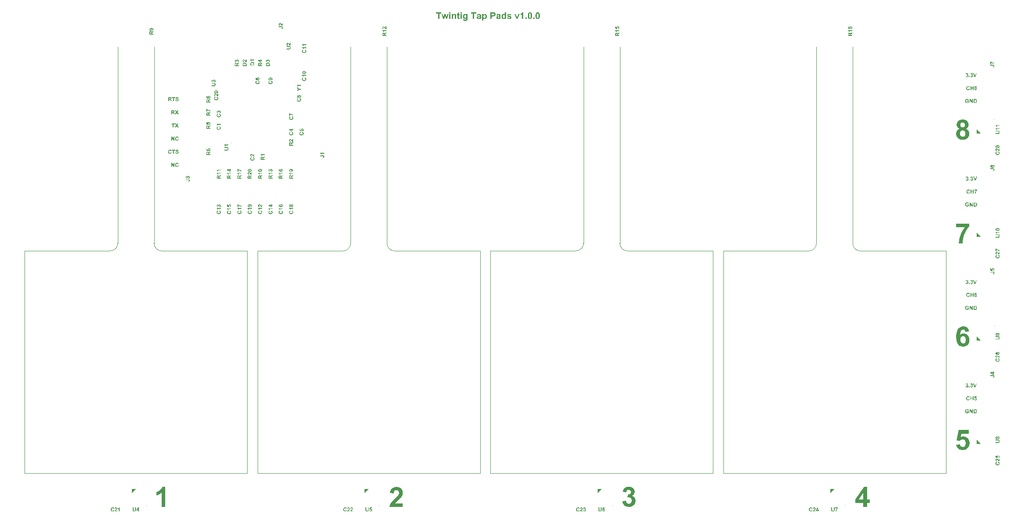
<source format=gto>
G04*
G04 #@! TF.GenerationSoftware,Altium Limited,Altium Designer,25.8.1 (18)*
G04*
G04 Layer_Color=65535*
%FSLAX44Y44*%
%MOMM*%
G71*
G04*
G04 #@! TF.SameCoordinates,81C11201-375C-4BD5-9A96-A29CD0A19B37*
G04*
G04*
G04 #@! TF.FilePolarity,Positive*
G04*
G01*
G75*
%ADD10C,0.1000*%
G36*
X312000Y65000D02*
Y57000D01*
X320000Y65000D01*
X312000D01*
D02*
G37*
G36*
X762000D02*
Y57000D01*
X770000Y65000D01*
X762000D01*
D02*
G37*
G36*
X1212000D02*
Y57000D01*
X1220000Y65000D01*
X1212000D01*
D02*
G37*
G36*
X1662000D02*
Y57000D01*
X1670000Y65000D01*
X1662000D01*
D02*
G37*
G36*
X1945000Y152000D02*
X1953000D01*
X1945000Y160000D01*
Y152000D01*
D02*
G37*
G36*
Y352000D02*
X1953000D01*
X1945000Y360000D01*
Y352000D01*
D02*
G37*
G36*
Y552000D02*
X1953000D01*
X1945000Y560000D01*
Y552000D01*
D02*
G37*
G36*
Y752000D02*
X1953000D01*
X1945000Y760000D01*
Y752000D01*
D02*
G37*
G36*
X399477Y720859D02*
X399521D01*
X399576Y720854D01*
X399698Y720848D01*
X399837Y720831D01*
X399986Y720809D01*
X400152Y720787D01*
X400324Y720754D01*
X400501Y720710D01*
X400684Y720660D01*
X400867Y720599D01*
X401038Y720521D01*
X401210Y720438D01*
X401365Y720339D01*
X401509Y720228D01*
X401520Y720222D01*
X401542Y720200D01*
X401575Y720161D01*
X401625Y720112D01*
X401680Y720051D01*
X401741Y719973D01*
X401808Y719884D01*
X401880Y719779D01*
X401952Y719669D01*
X402018Y719541D01*
X402085Y719403D01*
X402140Y719253D01*
X402196Y719093D01*
X402234Y718921D01*
X402262Y718738D01*
X402279Y718544D01*
X400734Y718478D01*
Y718484D01*
X400728Y718506D01*
X400723Y718533D01*
X400712Y718572D01*
X400700Y718622D01*
X400684Y718677D01*
X400667Y718738D01*
X400645Y718805D01*
X400584Y718943D01*
X400512Y719082D01*
X400418Y719214D01*
X400368Y719275D01*
X400307Y719325D01*
X400302Y719331D01*
X400291Y719336D01*
X400274Y719347D01*
X400246Y719364D01*
X400213Y719386D01*
X400169Y719408D01*
X400119Y719430D01*
X400064Y719458D01*
X399997Y719480D01*
X399925Y719502D01*
X399842Y719525D01*
X399754Y719547D01*
X399659Y719563D01*
X399560Y719575D01*
X399444Y719585D01*
X399261D01*
X399216Y719580D01*
X399161Y719575D01*
X399095Y719569D01*
X399023Y719563D01*
X398940Y719552D01*
X398773Y719519D01*
X398596Y719469D01*
X398508Y719436D01*
X398425Y719397D01*
X398347Y719353D01*
X398270Y719303D01*
X398259Y719298D01*
X398231Y719270D01*
X398192Y719231D01*
X398148Y719176D01*
X398103Y719109D01*
X398065Y719032D01*
X398037Y718938D01*
X398032Y718888D01*
X398026Y718832D01*
Y718827D01*
Y718821D01*
X398032Y718788D01*
X398037Y718738D01*
X398054Y718672D01*
X398081Y718600D01*
X398120Y718522D01*
X398176Y718445D01*
X398253Y718367D01*
X398259D01*
X398270Y718356D01*
X398286Y718345D01*
X398319Y718323D01*
X398358Y718301D01*
X398408Y718273D01*
X398469Y718245D01*
X398541Y718212D01*
X398629Y718174D01*
X398729Y718135D01*
X398845Y718091D01*
X398978Y718046D01*
X399128Y717996D01*
X399288Y717952D01*
X399477Y717902D01*
X399676Y717852D01*
X399682D01*
X399687Y717847D01*
X399704D01*
X399726Y717841D01*
X399781Y717825D01*
X399859Y717808D01*
X399953Y717780D01*
X400064Y717753D01*
X400180Y717719D01*
X400307Y717686D01*
X400440Y717642D01*
X400579Y717603D01*
X400855Y717509D01*
X400988Y717459D01*
X401116Y717404D01*
X401237Y717354D01*
X401343Y717299D01*
X401348Y717293D01*
X401365Y717288D01*
X401393Y717271D01*
X401431Y717249D01*
X401476Y717216D01*
X401531Y717182D01*
X401586Y717144D01*
X401653Y717094D01*
X401719Y717044D01*
X401786Y716983D01*
X401858Y716922D01*
X401930Y716850D01*
X402068Y716695D01*
X402129Y716607D01*
X402190Y716518D01*
X402196Y716512D01*
X402201Y716496D01*
X402218Y716468D01*
X402240Y716429D01*
X402262Y716379D01*
X402290Y716324D01*
X402317Y716258D01*
X402345Y716180D01*
X402373Y716097D01*
X402400Y716003D01*
X402428Y715903D01*
X402450Y715798D01*
X402472Y715682D01*
X402489Y715560D01*
X402495Y715433D01*
X402500Y715300D01*
Y715294D01*
Y715272D01*
Y715233D01*
X402495Y715189D01*
X402489Y715128D01*
X402478Y715062D01*
X402467Y714984D01*
X402456Y714901D01*
X402434Y714807D01*
X402411Y714707D01*
X402378Y714608D01*
X402345Y714502D01*
X402301Y714392D01*
X402251Y714281D01*
X402196Y714176D01*
X402129Y714065D01*
X402123Y714059D01*
X402112Y714043D01*
X402090Y714010D01*
X402063Y713971D01*
X402024Y713926D01*
X401979Y713871D01*
X401924Y713810D01*
X401863Y713744D01*
X401791Y713677D01*
X401714Y713605D01*
X401631Y713533D01*
X401536Y713467D01*
X401437Y713395D01*
X401332Y713328D01*
X401215Y713268D01*
X401094Y713212D01*
X401088Y713207D01*
X401066Y713201D01*
X401027Y713185D01*
X400972Y713168D01*
X400911Y713146D01*
X400833Y713124D01*
X400739Y713102D01*
X400639Y713074D01*
X400523Y713046D01*
X400396Y713024D01*
X400257Y713002D01*
X400113Y712980D01*
X399958Y712963D01*
X399792Y712946D01*
X399615Y712941D01*
X399432Y712935D01*
X399333D01*
X399294Y712941D01*
X399244D01*
X399194Y712946D01*
X399072Y712958D01*
X398928Y712969D01*
X398773Y712991D01*
X398607Y713018D01*
X398430Y713057D01*
X398247Y713102D01*
X398059Y713151D01*
X397876Y713218D01*
X397694Y713295D01*
X397517Y713384D01*
X397350Y713489D01*
X397195Y713605D01*
X397184Y713611D01*
X397162Y713639D01*
X397123Y713677D01*
X397074Y713733D01*
X397013Y713799D01*
X396941Y713888D01*
X396869Y713987D01*
X396791Y714104D01*
X396708Y714231D01*
X396631Y714381D01*
X396553Y714541D01*
X396481Y714713D01*
X396409Y714907D01*
X396354Y715111D01*
X396304Y715333D01*
X396271Y715565D01*
X397777Y715710D01*
Y715698D01*
X397782Y715676D01*
X397793Y715638D01*
X397804Y715588D01*
X397821Y715521D01*
X397843Y715449D01*
X397865Y715372D01*
X397893Y715289D01*
X397971Y715106D01*
X398015Y715012D01*
X398065Y714918D01*
X398120Y714829D01*
X398181Y714746D01*
X398253Y714669D01*
X398325Y714596D01*
X398330Y714591D01*
X398347Y714580D01*
X398369Y714563D01*
X398402Y714541D01*
X398441Y714513D01*
X398497Y714486D01*
X398552Y714453D01*
X398624Y714419D01*
X398696Y714386D01*
X398784Y714353D01*
X398873Y714325D01*
X398973Y714297D01*
X399084Y714275D01*
X399200Y714259D01*
X399322Y714248D01*
X399449Y714242D01*
X399521D01*
X399571Y714248D01*
X399632Y714253D01*
X399704Y714259D01*
X399787Y714270D01*
X399870Y714281D01*
X400053Y714320D01*
X400147Y714347D01*
X400241Y714375D01*
X400329Y714414D01*
X400418Y714453D01*
X400501Y714502D01*
X400573Y714558D01*
X400579Y714563D01*
X400590Y714574D01*
X400606Y714591D01*
X400634Y714613D01*
X400662Y714646D01*
X400695Y714680D01*
X400728Y714724D01*
X400767Y714768D01*
X400833Y714879D01*
X400894Y715001D01*
X400922Y715073D01*
X400938Y715139D01*
X400950Y715217D01*
X400955Y715294D01*
Y715300D01*
Y715305D01*
Y715339D01*
X400950Y715388D01*
X400933Y715455D01*
X400916Y715527D01*
X400889Y715604D01*
X400850Y715682D01*
X400795Y715754D01*
X400789Y715765D01*
X400761Y715787D01*
X400723Y715820D01*
X400667Y715870D01*
X400590Y715920D01*
X400490Y715981D01*
X400374Y716036D01*
X400307Y716064D01*
X400235Y716092D01*
X400230D01*
X400224Y716097D01*
X400202Y716103D01*
X400180Y716108D01*
X400141Y716119D01*
X400097Y716136D01*
X400042Y716152D01*
X399981Y716169D01*
X399903Y716191D01*
X399814Y716213D01*
X399715Y716241D01*
X399599Y716274D01*
X399471Y716308D01*
X399327Y716341D01*
X399167Y716379D01*
X398995Y716424D01*
X398989D01*
X398978Y716429D01*
X398962D01*
X398940Y716440D01*
X398912Y716446D01*
X398879Y716457D01*
X398796Y716479D01*
X398690Y716507D01*
X398574Y716546D01*
X398447Y716590D01*
X398314Y716634D01*
X398170Y716690D01*
X398026Y716745D01*
X397876Y716806D01*
X397738Y716872D01*
X397600Y716944D01*
X397472Y717022D01*
X397356Y717099D01*
X397251Y717182D01*
X397245Y717188D01*
X397223Y717210D01*
X397184Y717249D01*
X397140Y717293D01*
X397090Y717354D01*
X397029Y717432D01*
X396963Y717515D01*
X396902Y717614D01*
X396836Y717719D01*
X396769Y717836D01*
X396708Y717963D01*
X396658Y718096D01*
X396614Y718240D01*
X396575Y718395D01*
X396553Y718556D01*
X396548Y718722D01*
Y718727D01*
Y718749D01*
Y718777D01*
X396553Y718821D01*
X396559Y718871D01*
X396564Y718932D01*
X396575Y719004D01*
X396586Y719082D01*
X396608Y719159D01*
X396625Y719248D01*
X396653Y719336D01*
X396686Y719430D01*
X396725Y719530D01*
X396769Y719624D01*
X396819Y719724D01*
X396874Y719818D01*
X396880Y719824D01*
X396891Y719840D01*
X396907Y719868D01*
X396935Y719901D01*
X396968Y719945D01*
X397013Y719995D01*
X397062Y720045D01*
X397118Y720106D01*
X397184Y720167D01*
X397256Y720233D01*
X397334Y720294D01*
X397417Y720361D01*
X397511Y720422D01*
X397611Y720483D01*
X397716Y720544D01*
X397832Y720593D01*
X397838Y720599D01*
X397860Y720604D01*
X397899Y720621D01*
X397943Y720638D01*
X398004Y720654D01*
X398076Y720682D01*
X398159Y720704D01*
X398253Y720732D01*
X398358Y720754D01*
X398475Y720782D01*
X398596Y720804D01*
X398729Y720820D01*
X398873Y720843D01*
X399023Y720854D01*
X399178Y720859D01*
X399338Y720865D01*
X399438D01*
X399477Y720859D01*
D02*
G37*
G36*
X385800D02*
X385839D01*
X385888Y720854D01*
X385938D01*
X386060Y720837D01*
X386193Y720820D01*
X386348Y720793D01*
X386514Y720759D01*
X386691Y720715D01*
X386880Y720660D01*
X387068Y720593D01*
X387262Y720510D01*
X387450Y720416D01*
X387638Y720305D01*
X387815Y720178D01*
X387987Y720029D01*
X387993Y720023D01*
X388009Y720006D01*
X388037Y719979D01*
X388070Y719940D01*
X388114Y719890D01*
X388164Y719824D01*
X388220Y719752D01*
X388280Y719669D01*
X388341Y719575D01*
X388408Y719469D01*
X388474Y719353D01*
X388541Y719231D01*
X388602Y719093D01*
X388662Y718949D01*
X388723Y718788D01*
X388773Y718622D01*
X387239Y718257D01*
Y718262D01*
X387234Y718284D01*
X387223Y718312D01*
X387212Y718356D01*
X387195Y718406D01*
X387173Y718462D01*
X387145Y718528D01*
X387118Y718594D01*
X387040Y718744D01*
X386990Y718821D01*
X386940Y718899D01*
X386885Y718976D01*
X386819Y719054D01*
X386747Y719126D01*
X386669Y719192D01*
X386664Y719198D01*
X386652Y719209D01*
X386625Y719226D01*
X386592Y719248D01*
X386553Y719275D01*
X386503Y719303D01*
X386442Y719336D01*
X386381Y719370D01*
X386304Y719397D01*
X386226Y719430D01*
X386138Y719458D01*
X386049Y719486D01*
X385949Y719508D01*
X385844Y719525D01*
X385739Y719536D01*
X385623Y719541D01*
X385584D01*
X385540Y719536D01*
X385484Y719530D01*
X385412Y719525D01*
X385329Y719508D01*
X385235Y719491D01*
X385135Y719464D01*
X385025Y719430D01*
X384914Y719392D01*
X384798Y719342D01*
X384681Y719281D01*
X384571Y719209D01*
X384454Y719131D01*
X384349Y719037D01*
X384244Y718927D01*
X384238Y718921D01*
X384222Y718899D01*
X384194Y718860D01*
X384161Y718810D01*
X384122Y718744D01*
X384078Y718661D01*
X384028Y718567D01*
X383984Y718450D01*
X383934Y718323D01*
X383884Y718174D01*
X383840Y718013D01*
X383801Y717836D01*
X383768Y717636D01*
X383740Y717426D01*
X383723Y717194D01*
X383718Y716944D01*
Y716939D01*
Y716928D01*
Y716906D01*
Y716883D01*
Y716845D01*
X383723Y716806D01*
Y716762D01*
X383729Y716706D01*
X383734Y716590D01*
X383745Y716451D01*
X383762Y716302D01*
X383784Y716141D01*
X383812Y715975D01*
X383845Y715804D01*
X383890Y715632D01*
X383939Y715460D01*
X383995Y715300D01*
X384067Y715145D01*
X384144Y715006D01*
X384238Y714879D01*
X384244Y714873D01*
X384260Y714851D01*
X384294Y714824D01*
X384333Y714785D01*
X384382Y714735D01*
X384449Y714685D01*
X384521Y714630D01*
X384604Y714574D01*
X384698Y714513D01*
X384798Y714458D01*
X384908Y714408D01*
X385030Y714358D01*
X385158Y714320D01*
X385296Y714292D01*
X385440Y714270D01*
X385595Y714264D01*
X385656D01*
X385700Y714270D01*
X385750Y714275D01*
X385811Y714286D01*
X385883Y714297D01*
X385960Y714314D01*
X386038Y714331D01*
X386121Y714358D01*
X386210Y714392D01*
X386298Y714430D01*
X386392Y714475D01*
X386481Y714525D01*
X386570Y714585D01*
X386652Y714652D01*
X386658Y714657D01*
X386675Y714669D01*
X386697Y714696D01*
X386725Y714729D01*
X386763Y714768D01*
X386808Y714824D01*
X386852Y714884D01*
X386902Y714956D01*
X386952Y715034D01*
X387007Y715128D01*
X387062Y715228D01*
X387112Y715339D01*
X387162Y715466D01*
X387212Y715593D01*
X387256Y715737D01*
X387295Y715892D01*
X388795Y715416D01*
Y715411D01*
X388790Y715399D01*
X388784Y715383D01*
X388779Y715361D01*
X388768Y715333D01*
X388757Y715294D01*
X388729Y715211D01*
X388690Y715106D01*
X388640Y714984D01*
X388585Y714851D01*
X388519Y714713D01*
X388447Y714563D01*
X388363Y714408D01*
X388269Y714253D01*
X388164Y714098D01*
X388048Y713949D01*
X387926Y713805D01*
X387788Y713672D01*
X387644Y713550D01*
X387633Y713544D01*
X387605Y713522D01*
X387561Y713495D01*
X387500Y713456D01*
X387422Y713412D01*
X387328Y713356D01*
X387217Y713301D01*
X387090Y713245D01*
X386952Y713190D01*
X386796Y713135D01*
X386630Y713085D01*
X386448Y713035D01*
X386259Y712996D01*
X386054Y712969D01*
X385839Y712946D01*
X385611Y712941D01*
X385545D01*
X385506Y712946D01*
X385462D01*
X385412Y712952D01*
X385357Y712958D01*
X385296Y712963D01*
X385229Y712974D01*
X385074Y712996D01*
X384908Y713029D01*
X384726Y713074D01*
X384532Y713124D01*
X384327Y713196D01*
X384122Y713279D01*
X383906Y713378D01*
X383701Y713500D01*
X383491Y713639D01*
X383391Y713716D01*
X383292Y713799D01*
X383197Y713888D01*
X383103Y713982D01*
Y713987D01*
X383092Y713993D01*
X383081Y714010D01*
X383059Y714032D01*
X383037Y714059D01*
X383015Y714093D01*
X382981Y714131D01*
X382948Y714176D01*
X382915Y714225D01*
X382876Y714281D01*
X382837Y714342D01*
X382793Y714408D01*
X382705Y714558D01*
X382616Y714729D01*
X382522Y714923D01*
X382433Y715134D01*
X382350Y715372D01*
X382278Y715626D01*
X382212Y715898D01*
X382167Y716191D01*
X382134Y716501D01*
X382129Y716667D01*
X382123Y716833D01*
Y716839D01*
Y716856D01*
Y716883D01*
Y716917D01*
X382129Y716961D01*
Y717016D01*
X382134Y717077D01*
X382140Y717149D01*
X382145Y717227D01*
X382151Y717310D01*
X382162Y717398D01*
X382173Y717493D01*
X382206Y717697D01*
X382245Y717919D01*
X382300Y718157D01*
X382361Y718401D01*
X382444Y718644D01*
X382538Y718893D01*
X382655Y719137D01*
X382782Y719370D01*
X382937Y719597D01*
X383020Y719702D01*
X383109Y719801D01*
X383114Y719807D01*
X383120Y719813D01*
X383136Y719829D01*
X383153Y719846D01*
X383208Y719901D01*
X383286Y719968D01*
X383386Y720051D01*
X383507Y720139D01*
X383646Y720233D01*
X383801Y720333D01*
X383978Y720433D01*
X384177Y720527D01*
X384388Y720621D01*
X384620Y720698D01*
X384870Y720765D01*
X385130Y720820D01*
X385412Y720854D01*
X385556Y720859D01*
X385706Y720865D01*
X385767D01*
X385800Y720859D01*
D02*
G37*
G36*
X395673Y719442D02*
X393402D01*
Y713074D01*
X391857D01*
Y719442D01*
X389582D01*
Y720737D01*
X395673D01*
Y719442D01*
D02*
G37*
G36*
X399504Y695456D02*
X399543D01*
X399593Y695451D01*
X399643D01*
X399765Y695434D01*
X399897Y695418D01*
X400053Y695390D01*
X400219Y695357D01*
X400396Y695312D01*
X400584Y695257D01*
X400772Y695191D01*
X400966Y695107D01*
X401155Y695013D01*
X401343Y694903D01*
X401520Y694775D01*
X401692Y694626D01*
X401697Y694620D01*
X401714Y694604D01*
X401741Y694576D01*
X401775Y694537D01*
X401819Y694487D01*
X401869Y694421D01*
X401924Y694349D01*
X401985Y694266D01*
X402046Y694172D01*
X402112Y694066D01*
X402179Y693950D01*
X402245Y693828D01*
X402306Y693690D01*
X402367Y693546D01*
X402428Y693385D01*
X402478Y693219D01*
X400944Y692854D01*
Y692859D01*
X400938Y692881D01*
X400927Y692909D01*
X400916Y692953D01*
X400900Y693003D01*
X400878Y693059D01*
X400850Y693125D01*
X400822Y693192D01*
X400745Y693341D01*
X400695Y693419D01*
X400645Y693496D01*
X400590Y693574D01*
X400523Y693651D01*
X400451Y693723D01*
X400374Y693790D01*
X400368Y693795D01*
X400357Y693806D01*
X400329Y693823D01*
X400296Y693845D01*
X400257Y693873D01*
X400208Y693900D01*
X400147Y693934D01*
X400086Y693967D01*
X400008Y693995D01*
X399931Y694028D01*
X399842Y694055D01*
X399754Y694083D01*
X399654Y694105D01*
X399549Y694122D01*
X399444Y694133D01*
X399327Y694138D01*
X399288D01*
X399244Y694133D01*
X399189Y694127D01*
X399117Y694122D01*
X399034Y694105D01*
X398940Y694089D01*
X398840Y694061D01*
X398729Y694028D01*
X398618Y693989D01*
X398502Y693939D01*
X398386Y693878D01*
X398275Y693806D01*
X398159Y693729D01*
X398054Y693635D01*
X397948Y693524D01*
X397943Y693518D01*
X397926Y693496D01*
X397899Y693457D01*
X397865Y693408D01*
X397827Y693341D01*
X397782Y693258D01*
X397733Y693164D01*
X397688Y693048D01*
X397638Y692920D01*
X397589Y692771D01*
X397544Y692610D01*
X397505Y692433D01*
X397472Y692234D01*
X397444Y692023D01*
X397428Y691791D01*
X397422Y691542D01*
Y691536D01*
Y691525D01*
Y691503D01*
Y691481D01*
Y691442D01*
X397428Y691403D01*
Y691359D01*
X397434Y691303D01*
X397439Y691187D01*
X397450Y691049D01*
X397467Y690899D01*
X397489Y690739D01*
X397517Y690573D01*
X397550Y690401D01*
X397594Y690229D01*
X397644Y690058D01*
X397699Y689897D01*
X397771Y689742D01*
X397849Y689604D01*
X397943Y689476D01*
X397948Y689471D01*
X397965Y689448D01*
X397998Y689421D01*
X398037Y689382D01*
X398087Y689332D01*
X398153Y689282D01*
X398225Y689227D01*
X398308Y689172D01*
X398402Y689111D01*
X398502Y689055D01*
X398613Y689006D01*
X398735Y688956D01*
X398862Y688917D01*
X399001Y688889D01*
X399145Y688867D01*
X399300Y688861D01*
X399360D01*
X399405Y688867D01*
X399454Y688873D01*
X399515Y688884D01*
X399587Y688895D01*
X399665Y688911D01*
X399743Y688928D01*
X399826Y688956D01*
X399914Y688989D01*
X400003Y689028D01*
X400097Y689072D01*
X400186Y689122D01*
X400274Y689183D01*
X400357Y689249D01*
X400363Y689255D01*
X400379Y689266D01*
X400401Y689293D01*
X400429Y689327D01*
X400468Y689365D01*
X400512Y689421D01*
X400556Y689482D01*
X400606Y689554D01*
X400656Y689631D01*
X400712Y689725D01*
X400767Y689825D01*
X400817Y689936D01*
X400867Y690063D01*
X400916Y690190D01*
X400961Y690334D01*
X400999Y690489D01*
X402500Y690013D01*
Y690008D01*
X402495Y689997D01*
X402489Y689980D01*
X402483Y689958D01*
X402472Y689930D01*
X402461Y689891D01*
X402434Y689808D01*
X402395Y689703D01*
X402345Y689581D01*
X402290Y689448D01*
X402223Y689310D01*
X402151Y689161D01*
X402068Y689006D01*
X401974Y688850D01*
X401869Y688695D01*
X401753Y688546D01*
X401631Y688402D01*
X401492Y688269D01*
X401348Y688147D01*
X401337Y688142D01*
X401310Y688120D01*
X401265Y688092D01*
X401204Y688053D01*
X401127Y688009D01*
X401033Y687953D01*
X400922Y687898D01*
X400795Y687843D01*
X400656Y687787D01*
X400501Y687732D01*
X400335Y687682D01*
X400152Y687632D01*
X399964Y687594D01*
X399759Y687566D01*
X399543Y687544D01*
X399316Y687538D01*
X399250D01*
X399211Y687544D01*
X399167D01*
X399117Y687549D01*
X399061Y687555D01*
X399001Y687560D01*
X398934Y687571D01*
X398779Y687594D01*
X398613Y687627D01*
X398430Y687671D01*
X398236Y687721D01*
X398032Y687793D01*
X397827Y687876D01*
X397611Y687976D01*
X397406Y688097D01*
X397195Y688236D01*
X397096Y688313D01*
X396996Y688396D01*
X396902Y688485D01*
X396808Y688579D01*
Y688585D01*
X396797Y688590D01*
X396786Y688607D01*
X396763Y688629D01*
X396741Y688657D01*
X396719Y688690D01*
X396686Y688729D01*
X396653Y688773D01*
X396619Y688823D01*
X396581Y688878D01*
X396542Y688939D01*
X396498Y689006D01*
X396409Y689155D01*
X396320Y689327D01*
X396226Y689520D01*
X396138Y689731D01*
X396055Y689969D01*
X395983Y690224D01*
X395916Y690495D01*
X395872Y690788D01*
X395839Y691098D01*
X395833Y691265D01*
X395828Y691431D01*
Y691436D01*
Y691453D01*
Y691481D01*
Y691514D01*
X395833Y691558D01*
Y691613D01*
X395839Y691674D01*
X395844Y691746D01*
X395850Y691824D01*
X395855Y691907D01*
X395866Y691996D01*
X395877Y692090D01*
X395911Y692295D01*
X395950Y692516D01*
X396005Y692754D01*
X396066Y692998D01*
X396149Y693241D01*
X396243Y693491D01*
X396359Y693734D01*
X396487Y693967D01*
X396642Y694194D01*
X396725Y694299D01*
X396813Y694399D01*
X396819Y694404D01*
X396824Y694410D01*
X396841Y694426D01*
X396858Y694443D01*
X396913Y694498D01*
X396991Y694565D01*
X397090Y694648D01*
X397212Y694736D01*
X397350Y694831D01*
X397505Y694930D01*
X397683Y695030D01*
X397882Y695124D01*
X398092Y695218D01*
X398325Y695296D01*
X398574Y695362D01*
X398834Y695418D01*
X399117Y695451D01*
X399261Y695456D01*
X399410Y695462D01*
X399471D01*
X399504Y695456D01*
D02*
G37*
G36*
X394460Y687671D02*
X392910D01*
X389814Y692688D01*
Y687671D01*
X388380D01*
Y695334D01*
X389881D01*
X393026Y690201D01*
Y695334D01*
X394460D01*
Y687671D01*
D02*
G37*
G36*
X399859Y767861D02*
X402500Y763868D01*
X400639D01*
X398940Y766460D01*
X397234Y763868D01*
X395379D01*
X398032Y767855D01*
X395623Y771532D01*
X397434D01*
X398951Y769234D01*
X400473Y771532D01*
X402267D01*
X399859Y767861D01*
D02*
G37*
G36*
X395169Y770236D02*
X392898D01*
Y763868D01*
X391354D01*
Y770236D01*
X389078D01*
Y771532D01*
X395169D01*
Y770236D01*
D02*
G37*
G36*
X399859Y793261D02*
X402500Y789268D01*
X400639D01*
X398940Y791860D01*
X397234Y789268D01*
X395379D01*
X398032Y793255D01*
X395623Y796932D01*
X397434D01*
X398951Y794634D01*
X400473Y796932D01*
X402267D01*
X399859Y793261D01*
D02*
G37*
G36*
X391885Y796926D02*
X391990D01*
X392107Y796921D01*
X392234Y796915D01*
X392373Y796904D01*
X392516Y796893D01*
X392660Y796882D01*
X392959Y796843D01*
X393098Y796821D01*
X393231Y796793D01*
X393358Y796760D01*
X393469Y796721D01*
X393474D01*
X393491Y796710D01*
X393524Y796699D01*
X393563Y796683D01*
X393607Y796660D01*
X393663Y796627D01*
X393723Y796594D01*
X393790Y796555D01*
X393862Y796505D01*
X393934Y796450D01*
X394006Y796389D01*
X394084Y796323D01*
X394155Y796251D01*
X394227Y796168D01*
X394294Y796079D01*
X394360Y795985D01*
X394366Y795979D01*
X394377Y795963D01*
X394394Y795929D01*
X394416Y795891D01*
X394438Y795841D01*
X394465Y795786D01*
X394499Y795714D01*
X394532Y795636D01*
X394560Y795553D01*
X394593Y795459D01*
X394621Y795359D01*
X394648Y795254D01*
X394665Y795143D01*
X394682Y795027D01*
X394693Y794911D01*
X394698Y794783D01*
Y794772D01*
Y794744D01*
X394693Y794700D01*
Y794639D01*
X394682Y794567D01*
X394670Y794479D01*
X394654Y794385D01*
X394637Y794279D01*
X394609Y794169D01*
X394576Y794052D01*
X394532Y793936D01*
X394482Y793814D01*
X394427Y793698D01*
X394355Y793576D01*
X394277Y793465D01*
X394189Y793355D01*
X394183Y793349D01*
X394166Y793333D01*
X394133Y793305D01*
X394095Y793266D01*
X394039Y793222D01*
X393978Y793172D01*
X393901Y793117D01*
X393812Y793056D01*
X393707Y792995D01*
X393596Y792939D01*
X393474Y792878D01*
X393336Y792823D01*
X393186Y792768D01*
X393026Y792723D01*
X392854Y792685D01*
X392672Y792652D01*
X392677Y792646D01*
X392694Y792640D01*
X392721Y792624D01*
X392755Y792602D01*
X392799Y792574D01*
X392849Y792541D01*
X392904Y792502D01*
X392965Y792463D01*
X393098Y792364D01*
X393236Y792253D01*
X393375Y792131D01*
X393502Y792004D01*
X393508Y791998D01*
X393519Y791987D01*
X393535Y791965D01*
X393563Y791937D01*
X393596Y791898D01*
X393635Y791849D01*
X393679Y791788D01*
X393735Y791716D01*
X393796Y791638D01*
X393862Y791550D01*
X393934Y791444D01*
X394011Y791334D01*
X394095Y791206D01*
X394183Y791073D01*
X394283Y790924D01*
X394383Y790763D01*
X395318Y789268D01*
X393463D01*
X392350Y790935D01*
X392345Y790946D01*
X392323Y790974D01*
X392295Y791018D01*
X392256Y791079D01*
X392206Y791151D01*
X392151Y791228D01*
X392090Y791317D01*
X392024Y791411D01*
X391885Y791599D01*
X391819Y791693D01*
X391752Y791788D01*
X391691Y791871D01*
X391631Y791943D01*
X391575Y792009D01*
X391531Y792059D01*
X391520Y792070D01*
X391492Y792098D01*
X391448Y792137D01*
X391392Y792186D01*
X391320Y792242D01*
X391243Y792292D01*
X391160Y792341D01*
X391066Y792380D01*
X391055Y792386D01*
X391038Y792391D01*
X391021Y792397D01*
X390994Y792402D01*
X390961Y792408D01*
X390922Y792419D01*
X390877Y792424D01*
X390828Y792436D01*
X390772Y792441D01*
X390706Y792447D01*
X390634Y792458D01*
X390562Y792463D01*
X390479D01*
X390385Y792469D01*
X389980D01*
Y789268D01*
X388436D01*
Y796932D01*
X391802D01*
X391885Y796926D01*
D02*
G37*
G36*
X399504Y746256D02*
X399543D01*
X399593Y746251D01*
X399643D01*
X399765Y746234D01*
X399897Y746218D01*
X400053Y746190D01*
X400219Y746157D01*
X400396Y746112D01*
X400584Y746057D01*
X400772Y745991D01*
X400966Y745908D01*
X401155Y745813D01*
X401343Y745703D01*
X401520Y745575D01*
X401692Y745426D01*
X401697Y745420D01*
X401714Y745404D01*
X401741Y745376D01*
X401775Y745337D01*
X401819Y745287D01*
X401869Y745221D01*
X401924Y745149D01*
X401985Y745066D01*
X402046Y744972D01*
X402112Y744866D01*
X402179Y744750D01*
X402245Y744628D01*
X402306Y744490D01*
X402367Y744346D01*
X402428Y744185D01*
X402478Y744019D01*
X400944Y743654D01*
Y743659D01*
X400938Y743681D01*
X400927Y743709D01*
X400916Y743754D01*
X400900Y743803D01*
X400878Y743859D01*
X400850Y743925D01*
X400822Y743992D01*
X400745Y744141D01*
X400695Y744219D01*
X400645Y744296D01*
X400590Y744374D01*
X400523Y744451D01*
X400451Y744523D01*
X400374Y744590D01*
X400368Y744595D01*
X400357Y744606D01*
X400329Y744623D01*
X400296Y744645D01*
X400257Y744673D01*
X400208Y744700D01*
X400147Y744734D01*
X400086Y744767D01*
X400008Y744794D01*
X399931Y744828D01*
X399842Y744855D01*
X399754Y744883D01*
X399654Y744905D01*
X399549Y744922D01*
X399444Y744933D01*
X399327Y744939D01*
X399288D01*
X399244Y744933D01*
X399189Y744927D01*
X399117Y744922D01*
X399034Y744905D01*
X398940Y744889D01*
X398840Y744861D01*
X398729Y744828D01*
X398618Y744789D01*
X398502Y744739D01*
X398386Y744678D01*
X398275Y744606D01*
X398159Y744529D01*
X398054Y744435D01*
X397948Y744324D01*
X397943Y744318D01*
X397926Y744296D01*
X397899Y744257D01*
X397865Y744208D01*
X397827Y744141D01*
X397782Y744058D01*
X397733Y743964D01*
X397688Y743848D01*
X397638Y743720D01*
X397589Y743571D01*
X397544Y743410D01*
X397505Y743233D01*
X397472Y743034D01*
X397444Y742823D01*
X397428Y742591D01*
X397422Y742342D01*
Y742336D01*
Y742325D01*
Y742303D01*
Y742281D01*
Y742242D01*
X397428Y742203D01*
Y742159D01*
X397434Y742103D01*
X397439Y741987D01*
X397450Y741849D01*
X397467Y741699D01*
X397489Y741539D01*
X397517Y741373D01*
X397550Y741201D01*
X397594Y741029D01*
X397644Y740857D01*
X397699Y740697D01*
X397771Y740542D01*
X397849Y740404D01*
X397943Y740276D01*
X397948Y740271D01*
X397965Y740248D01*
X397998Y740221D01*
X398037Y740182D01*
X398087Y740132D01*
X398153Y740082D01*
X398225Y740027D01*
X398308Y739972D01*
X398402Y739911D01*
X398502Y739855D01*
X398613Y739806D01*
X398735Y739756D01*
X398862Y739717D01*
X399001Y739689D01*
X399145Y739667D01*
X399300Y739661D01*
X399360D01*
X399405Y739667D01*
X399454Y739673D01*
X399515Y739684D01*
X399587Y739695D01*
X399665Y739711D01*
X399743Y739728D01*
X399826Y739756D01*
X399914Y739789D01*
X400003Y739828D01*
X400097Y739872D01*
X400186Y739922D01*
X400274Y739983D01*
X400357Y740049D01*
X400363Y740055D01*
X400379Y740066D01*
X400401Y740093D01*
X400429Y740127D01*
X400468Y740165D01*
X400512Y740221D01*
X400556Y740282D01*
X400606Y740354D01*
X400656Y740431D01*
X400712Y740525D01*
X400767Y740625D01*
X400817Y740736D01*
X400867Y740863D01*
X400916Y740990D01*
X400961Y741134D01*
X400999Y741289D01*
X402500Y740813D01*
Y740808D01*
X402495Y740797D01*
X402489Y740780D01*
X402483Y740758D01*
X402472Y740730D01*
X402461Y740691D01*
X402434Y740608D01*
X402395Y740503D01*
X402345Y740381D01*
X402290Y740248D01*
X402223Y740110D01*
X402151Y739960D01*
X402068Y739806D01*
X401974Y739650D01*
X401869Y739495D01*
X401753Y739346D01*
X401631Y739202D01*
X401492Y739069D01*
X401348Y738947D01*
X401337Y738942D01*
X401310Y738920D01*
X401265Y738892D01*
X401204Y738853D01*
X401127Y738809D01*
X401033Y738753D01*
X400922Y738698D01*
X400795Y738643D01*
X400656Y738587D01*
X400501Y738532D01*
X400335Y738482D01*
X400152Y738432D01*
X399964Y738393D01*
X399759Y738366D01*
X399543Y738344D01*
X399316Y738338D01*
X399250D01*
X399211Y738344D01*
X399167D01*
X399117Y738349D01*
X399061Y738355D01*
X399001Y738360D01*
X398934Y738371D01*
X398779Y738393D01*
X398613Y738427D01*
X398430Y738471D01*
X398236Y738521D01*
X398032Y738593D01*
X397827Y738676D01*
X397611Y738776D01*
X397406Y738897D01*
X397195Y739036D01*
X397096Y739113D01*
X396996Y739196D01*
X396902Y739285D01*
X396808Y739379D01*
Y739385D01*
X396797Y739390D01*
X396786Y739407D01*
X396763Y739429D01*
X396741Y739457D01*
X396719Y739490D01*
X396686Y739529D01*
X396653Y739573D01*
X396619Y739623D01*
X396581Y739678D01*
X396542Y739739D01*
X396498Y739806D01*
X396409Y739955D01*
X396320Y740127D01*
X396226Y740320D01*
X396138Y740531D01*
X396055Y740769D01*
X395983Y741024D01*
X395916Y741295D01*
X395872Y741589D01*
X395839Y741898D01*
X395833Y742065D01*
X395828Y742231D01*
Y742236D01*
Y742253D01*
Y742281D01*
Y742314D01*
X395833Y742358D01*
Y742413D01*
X395839Y742474D01*
X395844Y742546D01*
X395850Y742624D01*
X395855Y742707D01*
X395866Y742796D01*
X395877Y742890D01*
X395911Y743095D01*
X395950Y743316D01*
X396005Y743554D01*
X396066Y743798D01*
X396149Y744041D01*
X396243Y744291D01*
X396359Y744534D01*
X396487Y744767D01*
X396642Y744994D01*
X396725Y745099D01*
X396813Y745199D01*
X396819Y745204D01*
X396824Y745210D01*
X396841Y745226D01*
X396858Y745243D01*
X396913Y745298D01*
X396991Y745365D01*
X397090Y745448D01*
X397212Y745536D01*
X397350Y745631D01*
X397505Y745730D01*
X397683Y745830D01*
X397882Y745924D01*
X398092Y746018D01*
X398325Y746096D01*
X398574Y746162D01*
X398834Y746218D01*
X399117Y746251D01*
X399261Y746256D01*
X399410Y746262D01*
X399471D01*
X399504Y746256D01*
D02*
G37*
G36*
X394460Y738471D02*
X392910D01*
X389814Y743488D01*
Y738471D01*
X388380D01*
Y746134D01*
X389881D01*
X393026Y741002D01*
Y746134D01*
X394460D01*
Y738471D01*
D02*
G37*
G36*
X399477Y822459D02*
X399521D01*
X399576Y822454D01*
X399698Y822448D01*
X399837Y822431D01*
X399986Y822409D01*
X400152Y822387D01*
X400324Y822354D01*
X400501Y822310D01*
X400684Y822260D01*
X400867Y822199D01*
X401038Y822121D01*
X401210Y822038D01*
X401365Y821939D01*
X401509Y821828D01*
X401520Y821822D01*
X401542Y821800D01*
X401575Y821761D01*
X401625Y821712D01*
X401680Y821651D01*
X401741Y821573D01*
X401808Y821485D01*
X401880Y821379D01*
X401952Y821269D01*
X402018Y821141D01*
X402085Y821003D01*
X402140Y820853D01*
X402196Y820693D01*
X402234Y820521D01*
X402262Y820338D01*
X402279Y820145D01*
X400734Y820078D01*
Y820084D01*
X400728Y820106D01*
X400723Y820134D01*
X400712Y820172D01*
X400700Y820222D01*
X400684Y820277D01*
X400667Y820338D01*
X400645Y820405D01*
X400584Y820543D01*
X400512Y820682D01*
X400418Y820815D01*
X400368Y820875D01*
X400307Y820925D01*
X400302Y820931D01*
X400291Y820936D01*
X400274Y820947D01*
X400246Y820964D01*
X400213Y820986D01*
X400169Y821008D01*
X400119Y821031D01*
X400064Y821058D01*
X399997Y821080D01*
X399925Y821103D01*
X399842Y821125D01*
X399754Y821147D01*
X399659Y821163D01*
X399560Y821174D01*
X399444Y821186D01*
X399261D01*
X399216Y821180D01*
X399161Y821174D01*
X399095Y821169D01*
X399023Y821163D01*
X398940Y821152D01*
X398773Y821119D01*
X398596Y821069D01*
X398508Y821036D01*
X398425Y820997D01*
X398347Y820953D01*
X398270Y820903D01*
X398259Y820898D01*
X398231Y820870D01*
X398192Y820831D01*
X398148Y820776D01*
X398103Y820709D01*
X398065Y820632D01*
X398037Y820538D01*
X398032Y820488D01*
X398026Y820433D01*
Y820427D01*
Y820421D01*
X398032Y820388D01*
X398037Y820338D01*
X398054Y820272D01*
X398081Y820200D01*
X398120Y820122D01*
X398176Y820045D01*
X398253Y819967D01*
X398259D01*
X398270Y819956D01*
X398286Y819945D01*
X398319Y819923D01*
X398358Y819901D01*
X398408Y819873D01*
X398469Y819846D01*
X398541Y819812D01*
X398629Y819773D01*
X398729Y819735D01*
X398845Y819690D01*
X398978Y819646D01*
X399128Y819596D01*
X399288Y819552D01*
X399477Y819502D01*
X399676Y819452D01*
X399682D01*
X399687Y819447D01*
X399704D01*
X399726Y819441D01*
X399781Y819425D01*
X399859Y819408D01*
X399953Y819380D01*
X400064Y819353D01*
X400180Y819320D01*
X400307Y819286D01*
X400440Y819242D01*
X400579Y819203D01*
X400855Y819109D01*
X400988Y819059D01*
X401116Y819004D01*
X401237Y818954D01*
X401343Y818899D01*
X401348Y818893D01*
X401365Y818888D01*
X401393Y818871D01*
X401431Y818849D01*
X401476Y818816D01*
X401531Y818782D01*
X401586Y818744D01*
X401653Y818694D01*
X401719Y818644D01*
X401786Y818583D01*
X401858Y818522D01*
X401930Y818450D01*
X402068Y818295D01*
X402129Y818206D01*
X402190Y818118D01*
X402196Y818112D01*
X402201Y818096D01*
X402218Y818068D01*
X402240Y818029D01*
X402262Y817980D01*
X402290Y817924D01*
X402317Y817858D01*
X402345Y817780D01*
X402373Y817697D01*
X402400Y817603D01*
X402428Y817503D01*
X402450Y817398D01*
X402472Y817282D01*
X402489Y817160D01*
X402495Y817033D01*
X402500Y816900D01*
Y816894D01*
Y816872D01*
Y816833D01*
X402495Y816789D01*
X402489Y816728D01*
X402478Y816662D01*
X402467Y816584D01*
X402456Y816501D01*
X402434Y816407D01*
X402411Y816307D01*
X402378Y816208D01*
X402345Y816102D01*
X402301Y815992D01*
X402251Y815881D01*
X402196Y815776D01*
X402129Y815665D01*
X402123Y815659D01*
X402112Y815643D01*
X402090Y815610D01*
X402063Y815571D01*
X402024Y815527D01*
X401979Y815471D01*
X401924Y815410D01*
X401863Y815344D01*
X401791Y815277D01*
X401714Y815205D01*
X401631Y815133D01*
X401536Y815067D01*
X401437Y814995D01*
X401332Y814929D01*
X401215Y814868D01*
X401094Y814812D01*
X401088Y814807D01*
X401066Y814801D01*
X401027Y814784D01*
X400972Y814768D01*
X400911Y814746D01*
X400833Y814724D01*
X400739Y814702D01*
X400639Y814674D01*
X400523Y814646D01*
X400396Y814624D01*
X400257Y814602D01*
X400113Y814580D01*
X399958Y814563D01*
X399792Y814546D01*
X399615Y814541D01*
X399432Y814535D01*
X399333D01*
X399294Y814541D01*
X399244D01*
X399194Y814546D01*
X399072Y814557D01*
X398928Y814569D01*
X398773Y814591D01*
X398607Y814618D01*
X398430Y814657D01*
X398247Y814702D01*
X398059Y814751D01*
X397876Y814818D01*
X397694Y814895D01*
X397517Y814984D01*
X397350Y815089D01*
X397195Y815205D01*
X397184Y815211D01*
X397162Y815239D01*
X397123Y815277D01*
X397074Y815333D01*
X397013Y815399D01*
X396941Y815488D01*
X396869Y815587D01*
X396791Y815704D01*
X396708Y815831D01*
X396631Y815981D01*
X396553Y816141D01*
X396481Y816313D01*
X396409Y816507D01*
X396354Y816712D01*
X396304Y816933D01*
X396271Y817166D01*
X397777Y817309D01*
Y817298D01*
X397782Y817276D01*
X397793Y817237D01*
X397804Y817188D01*
X397821Y817121D01*
X397843Y817049D01*
X397865Y816972D01*
X397893Y816889D01*
X397971Y816706D01*
X398015Y816612D01*
X398065Y816518D01*
X398120Y816429D01*
X398181Y816346D01*
X398253Y816268D01*
X398325Y816197D01*
X398330Y816191D01*
X398347Y816180D01*
X398369Y816163D01*
X398402Y816141D01*
X398441Y816114D01*
X398497Y816086D01*
X398552Y816052D01*
X398624Y816019D01*
X398696Y815986D01*
X398784Y815953D01*
X398873Y815925D01*
X398973Y815898D01*
X399084Y815875D01*
X399200Y815859D01*
X399322Y815848D01*
X399449Y815842D01*
X399521D01*
X399571Y815848D01*
X399632Y815853D01*
X399704Y815859D01*
X399787Y815870D01*
X399870Y815881D01*
X400053Y815920D01*
X400147Y815947D01*
X400241Y815975D01*
X400329Y816014D01*
X400418Y816052D01*
X400501Y816102D01*
X400573Y816158D01*
X400579Y816163D01*
X400590Y816174D01*
X400606Y816191D01*
X400634Y816213D01*
X400662Y816246D01*
X400695Y816280D01*
X400728Y816324D01*
X400767Y816368D01*
X400833Y816479D01*
X400894Y816601D01*
X400922Y816673D01*
X400938Y816739D01*
X400950Y816817D01*
X400955Y816894D01*
Y816900D01*
Y816905D01*
Y816938D01*
X400950Y816988D01*
X400933Y817055D01*
X400916Y817127D01*
X400889Y817204D01*
X400850Y817282D01*
X400795Y817354D01*
X400789Y817365D01*
X400761Y817387D01*
X400723Y817420D01*
X400667Y817470D01*
X400590Y817520D01*
X400490Y817581D01*
X400374Y817636D01*
X400307Y817664D01*
X400235Y817692D01*
X400230D01*
X400224Y817697D01*
X400202Y817703D01*
X400180Y817708D01*
X400141Y817719D01*
X400097Y817736D01*
X400042Y817753D01*
X399981Y817769D01*
X399903Y817791D01*
X399814Y817813D01*
X399715Y817841D01*
X399599Y817874D01*
X399471Y817907D01*
X399327Y817941D01*
X399167Y817980D01*
X398995Y818024D01*
X398989D01*
X398978Y818029D01*
X398962D01*
X398940Y818040D01*
X398912Y818046D01*
X398879Y818057D01*
X398796Y818079D01*
X398690Y818107D01*
X398574Y818146D01*
X398447Y818190D01*
X398314Y818234D01*
X398170Y818290D01*
X398026Y818345D01*
X397876Y818406D01*
X397738Y818472D01*
X397600Y818544D01*
X397472Y818622D01*
X397356Y818699D01*
X397251Y818782D01*
X397245Y818788D01*
X397223Y818810D01*
X397184Y818849D01*
X397140Y818893D01*
X397090Y818954D01*
X397029Y819032D01*
X396963Y819115D01*
X396902Y819214D01*
X396836Y819320D01*
X396769Y819436D01*
X396708Y819563D01*
X396658Y819696D01*
X396614Y819840D01*
X396575Y819995D01*
X396553Y820156D01*
X396548Y820322D01*
Y820327D01*
Y820349D01*
Y820377D01*
X396553Y820421D01*
X396559Y820471D01*
X396564Y820532D01*
X396575Y820604D01*
X396586Y820682D01*
X396608Y820759D01*
X396625Y820848D01*
X396653Y820936D01*
X396686Y821031D01*
X396725Y821130D01*
X396769Y821224D01*
X396819Y821324D01*
X396874Y821418D01*
X396880Y821424D01*
X396891Y821440D01*
X396907Y821468D01*
X396935Y821501D01*
X396968Y821545D01*
X397013Y821595D01*
X397062Y821645D01*
X397118Y821706D01*
X397184Y821767D01*
X397256Y821833D01*
X397334Y821894D01*
X397417Y821961D01*
X397511Y822022D01*
X397611Y822083D01*
X397716Y822143D01*
X397832Y822193D01*
X397838Y822199D01*
X397860Y822204D01*
X397899Y822221D01*
X397943Y822238D01*
X398004Y822254D01*
X398076Y822282D01*
X398159Y822304D01*
X398253Y822332D01*
X398358Y822354D01*
X398475Y822382D01*
X398596Y822404D01*
X398729Y822420D01*
X398873Y822442D01*
X399023Y822454D01*
X399178Y822459D01*
X399338Y822465D01*
X399438D01*
X399477Y822459D01*
D02*
G37*
G36*
X395673Y821042D02*
X393402D01*
Y814674D01*
X391857D01*
Y821042D01*
X389582D01*
Y822337D01*
X395673D01*
Y821042D01*
D02*
G37*
G36*
X385850Y822332D02*
X385955D01*
X386071Y822326D01*
X386199Y822321D01*
X386337Y822310D01*
X386481Y822299D01*
X386625Y822287D01*
X386924Y822249D01*
X387062Y822226D01*
X387195Y822199D01*
X387323Y822166D01*
X387433Y822127D01*
X387439D01*
X387455Y822116D01*
X387489Y822105D01*
X387527Y822088D01*
X387572Y822066D01*
X387627Y822033D01*
X387688Y822000D01*
X387754Y821961D01*
X387826Y821911D01*
X387898Y821855D01*
X387970Y821795D01*
X388048Y821728D01*
X388120Y821656D01*
X388192Y821573D01*
X388258Y821485D01*
X388325Y821390D01*
X388330Y821385D01*
X388341Y821368D01*
X388358Y821335D01*
X388380Y821296D01*
X388402Y821246D01*
X388430Y821191D01*
X388463Y821119D01*
X388496Y821042D01*
X388524Y820958D01*
X388557Y820864D01*
X388585Y820765D01*
X388613Y820659D01*
X388629Y820549D01*
X388646Y820433D01*
X388657Y820316D01*
X388662Y820189D01*
Y820178D01*
Y820150D01*
X388657Y820106D01*
Y820045D01*
X388646Y819973D01*
X388635Y819884D01*
X388618Y819790D01*
X388602Y819685D01*
X388574Y819574D01*
X388541Y819458D01*
X388496Y819342D01*
X388447Y819220D01*
X388391Y819103D01*
X388319Y818982D01*
X388242Y818871D01*
X388153Y818760D01*
X388148Y818755D01*
X388131Y818738D01*
X388098Y818710D01*
X388059Y818672D01*
X388004Y818627D01*
X387943Y818577D01*
X387865Y818522D01*
X387777Y818461D01*
X387671Y818400D01*
X387561Y818345D01*
X387439Y818284D01*
X387300Y818229D01*
X387151Y818173D01*
X386990Y818129D01*
X386819Y818090D01*
X386636Y818057D01*
X386642Y818052D01*
X386658Y818046D01*
X386686Y818029D01*
X386719Y818007D01*
X386763Y817980D01*
X386813Y817946D01*
X386869Y817907D01*
X386929Y817869D01*
X387062Y817769D01*
X387201Y817658D01*
X387339Y817536D01*
X387467Y817409D01*
X387472Y817404D01*
X387483Y817393D01*
X387500Y817370D01*
X387527Y817343D01*
X387561Y817304D01*
X387599Y817254D01*
X387644Y817193D01*
X387699Y817121D01*
X387760Y817044D01*
X387826Y816955D01*
X387898Y816850D01*
X387976Y816739D01*
X388059Y816612D01*
X388148Y816479D01*
X388247Y816329D01*
X388347Y816169D01*
X389283Y814674D01*
X387428D01*
X386315Y816340D01*
X386309Y816352D01*
X386287Y816379D01*
X386259Y816423D01*
X386221Y816484D01*
X386171Y816556D01*
X386115Y816634D01*
X386054Y816722D01*
X385988Y816817D01*
X385850Y817005D01*
X385783Y817099D01*
X385717Y817193D01*
X385656Y817276D01*
X385595Y817348D01*
X385540Y817415D01*
X385495Y817465D01*
X385484Y817476D01*
X385457Y817503D01*
X385412Y817542D01*
X385357Y817592D01*
X385285Y817647D01*
X385207Y817697D01*
X385124Y817747D01*
X385030Y817786D01*
X385019Y817791D01*
X385003Y817797D01*
X384986Y817802D01*
X384958Y817808D01*
X384925Y817813D01*
X384886Y817824D01*
X384842Y817830D01*
X384792Y817841D01*
X384737Y817847D01*
X384670Y817852D01*
X384598Y817863D01*
X384526Y817869D01*
X384443D01*
X384349Y817874D01*
X383945D01*
Y814674D01*
X382400D01*
Y822337D01*
X385767D01*
X385850Y822332D01*
D02*
G37*
G36*
X376879Y30000D02*
X369522D01*
Y57734D01*
X369467Y57679D01*
X369328Y57568D01*
X369106Y57373D01*
X368801Y57124D01*
X368412Y56818D01*
X367940Y56457D01*
X367412Y56041D01*
X366802Y55624D01*
X366135Y55180D01*
X365414Y54708D01*
X364636Y54236D01*
X363803Y53792D01*
X362915Y53348D01*
X361971Y52904D01*
X360999Y52515D01*
X360000Y52154D01*
Y58845D01*
X360028D01*
X360139Y58900D01*
X360278Y58956D01*
X360500Y59039D01*
X360777Y59150D01*
X361083Y59261D01*
X361444Y59428D01*
X361860Y59622D01*
X362304Y59872D01*
X362776Y60122D01*
X363304Y60400D01*
X363831Y60733D01*
X364414Y61094D01*
X364997Y61482D01*
X365608Y61926D01*
X366246Y62399D01*
X366274Y62426D01*
X366385Y62509D01*
X366580Y62676D01*
X366802Y62870D01*
X367079Y63120D01*
X367385Y63426D01*
X367718Y63759D01*
X368107Y64148D01*
X368467Y64592D01*
X368856Y65064D01*
X369245Y65563D01*
X369633Y66119D01*
X369994Y66674D01*
X370327Y67285D01*
X370633Y67923D01*
X370883Y68562D01*
X376879D01*
Y30000D01*
D02*
G37*
G36*
X824159Y68534D02*
X824547Y68506D01*
X825019Y68478D01*
X825575Y68395D01*
X826185Y68312D01*
X826852Y68173D01*
X827546Y68006D01*
X828295Y67812D01*
X829045Y67562D01*
X829767Y67257D01*
X830516Y66896D01*
X831238Y66507D01*
X831904Y66035D01*
X832543Y65480D01*
X832571Y65452D01*
X832682Y65341D01*
X832848Y65175D01*
X833043Y64925D01*
X833292Y64619D01*
X833570Y64286D01*
X833876Y63842D01*
X834181Y63370D01*
X834486Y62843D01*
X834792Y62287D01*
X835069Y61649D01*
X835319Y60983D01*
X835514Y60261D01*
X835680Y59483D01*
X835791Y58678D01*
X835819Y57846D01*
Y57818D01*
Y57734D01*
Y57596D01*
Y57401D01*
X835791Y57179D01*
X835763Y56902D01*
X835736Y56596D01*
X835708Y56263D01*
X835597Y55514D01*
X835430Y54681D01*
X835180Y53792D01*
X834875Y52904D01*
Y52876D01*
X834819Y52793D01*
X834764Y52682D01*
X834708Y52487D01*
X834597Y52293D01*
X834458Y52043D01*
X834320Y51738D01*
X834153Y51432D01*
X833959Y51072D01*
X833737Y50683D01*
X833237Y49850D01*
X832626Y48962D01*
X831932Y48018D01*
X831904Y47990D01*
X831877Y47934D01*
X831793Y47851D01*
X831682Y47712D01*
X831516Y47518D01*
X831321Y47296D01*
X831099Y47046D01*
X830822Y46768D01*
X830516Y46435D01*
X830155Y46074D01*
X829767Y45658D01*
X829323Y45214D01*
X828850Y44742D01*
X828323Y44242D01*
X827740Y43687D01*
X827102Y43104D01*
X827074Y43076D01*
X826963Y42965D01*
X826768Y42798D01*
X826546Y42576D01*
X826269Y42326D01*
X825936Y42049D01*
X825602Y41716D01*
X825241Y41382D01*
X824492Y40661D01*
X823742Y39967D01*
X823409Y39634D01*
X823131Y39356D01*
X822854Y39078D01*
X822660Y38856D01*
X822632Y38801D01*
X822521Y38690D01*
X822326Y38468D01*
X822132Y38218D01*
X821882Y37912D01*
X821632Y37551D01*
X821383Y37190D01*
X821160Y36830D01*
X835819D01*
Y30000D01*
X810000D01*
Y30055D01*
X810028Y30167D01*
X810055Y30389D01*
X810111Y30666D01*
X810167Y30999D01*
X810250Y31416D01*
X810333Y31860D01*
X810472Y32360D01*
X810611Y32915D01*
X810805Y33498D01*
X810999Y34081D01*
X811221Y34720D01*
X811499Y35358D01*
X811805Y36024D01*
X812138Y36663D01*
X812499Y37329D01*
X812526Y37357D01*
X812610Y37496D01*
X812748Y37690D01*
X812915Y37968D01*
X813165Y38301D01*
X813498Y38717D01*
X813887Y39217D01*
X814331Y39772D01*
X814858Y40411D01*
X815441Y41105D01*
X816135Y41855D01*
X816885Y42687D01*
X817746Y43576D01*
X818662Y44492D01*
X819689Y45491D01*
X820799Y46546D01*
X820827Y46574D01*
X820855Y46602D01*
X821022Y46741D01*
X821272Y46990D01*
X821605Y47296D01*
X821993Y47684D01*
X822438Y48101D01*
X822909Y48573D01*
X823437Y49073D01*
X824464Y50128D01*
X824992Y50627D01*
X825464Y51155D01*
X825936Y51627D01*
X826324Y52071D01*
X826657Y52487D01*
X826907Y52821D01*
X826935Y52848D01*
X826963Y52932D01*
X827046Y53043D01*
X827157Y53209D01*
X827268Y53431D01*
X827379Y53653D01*
X827518Y53931D01*
X827684Y54236D01*
X827962Y54930D01*
X828184Y55680D01*
X828379Y56513D01*
X828406Y56929D01*
X828434Y57346D01*
Y57373D01*
Y57457D01*
Y57568D01*
X828406Y57762D01*
Y57957D01*
X828379Y58179D01*
X828268Y58734D01*
X828101Y59345D01*
X827879Y59983D01*
X827546Y60566D01*
X827324Y60872D01*
X827102Y61121D01*
X827074Y61149D01*
X827046Y61177D01*
X826963Y61233D01*
X826852Y61343D01*
X826713Y61427D01*
X826546Y61538D01*
X826352Y61677D01*
X826158Y61788D01*
X825630Y62038D01*
X824992Y62260D01*
X824270Y62399D01*
X823853Y62426D01*
X823437Y62454D01*
X823215D01*
X823048Y62426D01*
X822854D01*
X822632Y62371D01*
X822104Y62287D01*
X821521Y62121D01*
X820883Y61871D01*
X820605Y61704D01*
X820300Y61538D01*
X820022Y61316D01*
X819744Y61066D01*
X819717Y61038D01*
X819689Y61010D01*
X819606Y60927D01*
X819522Y60788D01*
X819411Y60649D01*
X819300Y60455D01*
X819189Y60233D01*
X819051Y59983D01*
X818912Y59678D01*
X818773Y59345D01*
X818634Y58956D01*
X818523Y58540D01*
X818412Y58068D01*
X818301Y57568D01*
X818245Y57040D01*
X818190Y56457D01*
X810861Y57179D01*
Y57207D01*
Y57263D01*
X810888Y57346D01*
Y57457D01*
X810916Y57596D01*
X810944Y57762D01*
X811027Y58179D01*
X811111Y58678D01*
X811249Y59234D01*
X811416Y59872D01*
X811610Y60538D01*
X811860Y61260D01*
X812138Y61982D01*
X812471Y62704D01*
X812859Y63426D01*
X813276Y64120D01*
X813776Y64758D01*
X814331Y65369D01*
X814942Y65897D01*
X814969Y65924D01*
X815108Y66008D01*
X815303Y66146D01*
X815552Y66313D01*
X815913Y66507D01*
X816302Y66729D01*
X816802Y66979D01*
X817329Y67229D01*
X817912Y67479D01*
X818578Y67729D01*
X819300Y67951D01*
X820050Y68145D01*
X820883Y68312D01*
X821743Y68451D01*
X822660Y68534D01*
X823604Y68562D01*
X823853D01*
X824159Y68534D01*
D02*
G37*
G36*
X1272937Y69200D02*
X1273298Y69173D01*
X1273770Y69117D01*
X1274297Y69034D01*
X1274881Y68950D01*
X1275519Y68784D01*
X1276213Y68617D01*
X1276907Y68395D01*
X1277629Y68090D01*
X1278351Y67757D01*
X1279073Y67368D01*
X1279794Y66896D01*
X1280461Y66368D01*
X1281099Y65758D01*
X1281127Y65730D01*
X1281210Y65619D01*
X1281349Y65480D01*
X1281516Y65258D01*
X1281738Y64980D01*
X1281960Y64675D01*
X1282210Y64314D01*
X1282460Y63898D01*
X1282710Y63453D01*
X1282959Y62954D01*
X1283181Y62426D01*
X1283403Y61871D01*
X1283570Y61288D01*
X1283709Y60677D01*
X1283792Y60039D01*
X1283820Y59372D01*
Y59317D01*
Y59150D01*
X1283792Y58900D01*
X1283737Y58540D01*
X1283653Y58095D01*
X1283515Y57623D01*
X1283348Y57068D01*
X1283126Y56457D01*
X1282820Y55847D01*
X1282460Y55180D01*
X1282015Y54514D01*
X1281488Y53820D01*
X1280849Y53154D01*
X1280488Y52821D01*
X1280100Y52515D01*
X1279683Y52182D01*
X1279239Y51877D01*
X1278767Y51571D01*
X1278268Y51294D01*
X1278295D01*
X1278406Y51266D01*
X1278573Y51210D01*
X1278823Y51155D01*
X1279100Y51072D01*
X1279406Y50933D01*
X1279767Y50794D01*
X1280155Y50627D01*
X1280572Y50433D01*
X1281016Y50211D01*
X1281460Y49961D01*
X1281877Y49656D01*
X1282321Y49350D01*
X1282737Y48962D01*
X1283154Y48573D01*
X1283542Y48129D01*
X1283570Y48101D01*
X1283626Y48018D01*
X1283737Y47879D01*
X1283848Y47684D01*
X1283987Y47462D01*
X1284153Y47157D01*
X1284347Y46824D01*
X1284542Y46463D01*
X1284708Y46047D01*
X1284903Y45602D01*
X1285069Y45103D01*
X1285208Y44575D01*
X1285319Y44020D01*
X1285430Y43437D01*
X1285486Y42826D01*
X1285513Y42188D01*
Y42132D01*
Y41965D01*
X1285486Y41688D01*
X1285458Y41327D01*
X1285402Y40911D01*
X1285319Y40383D01*
X1285208Y39828D01*
X1285042Y39217D01*
X1284847Y38551D01*
X1284597Y37857D01*
X1284292Y37135D01*
X1283959Y36413D01*
X1283515Y35663D01*
X1283015Y34942D01*
X1282460Y34248D01*
X1281793Y33554D01*
X1281738Y33526D01*
X1281627Y33415D01*
X1281405Y33220D01*
X1281127Y32998D01*
X1280766Y32721D01*
X1280350Y32443D01*
X1279822Y32110D01*
X1279267Y31777D01*
X1278628Y31444D01*
X1277934Y31138D01*
X1277185Y30833D01*
X1276352Y30555D01*
X1275491Y30333D01*
X1274575Y30167D01*
X1273604Y30028D01*
X1272604Y30000D01*
X1272382D01*
X1272104Y30028D01*
X1271743Y30055D01*
X1271299Y30083D01*
X1270772Y30167D01*
X1270217Y30250D01*
X1269578Y30389D01*
X1268912Y30528D01*
X1268218Y30722D01*
X1267496Y30972D01*
X1266774Y31277D01*
X1266052Y31610D01*
X1265330Y31999D01*
X1264636Y32471D01*
X1263970Y32998D01*
X1263942Y33026D01*
X1263831Y33137D01*
X1263637Y33304D01*
X1263415Y33554D01*
X1263165Y33831D01*
X1262859Y34192D01*
X1262526Y34636D01*
X1262193Y35108D01*
X1261832Y35636D01*
X1261499Y36219D01*
X1261166Y36885D01*
X1260833Y37579D01*
X1260555Y38301D01*
X1260333Y39106D01*
X1260139Y39939D01*
X1260000Y40827D01*
X1267135Y41716D01*
Y41688D01*
X1267163Y41605D01*
Y41466D01*
X1267218Y41271D01*
X1267246Y41022D01*
X1267329Y40772D01*
X1267385Y40466D01*
X1267496Y40161D01*
X1267718Y39495D01*
X1268051Y38801D01*
X1268440Y38107D01*
X1268690Y37801D01*
X1268939Y37524D01*
X1268967Y37496D01*
X1269023Y37468D01*
X1269106Y37385D01*
X1269217Y37301D01*
X1269356Y37190D01*
X1269522Y37079D01*
X1269967Y36830D01*
X1270494Y36552D01*
X1271105Y36330D01*
X1271799Y36163D01*
X1272160Y36135D01*
X1272549Y36108D01*
X1272771D01*
X1272937Y36135D01*
X1273131Y36163D01*
X1273354Y36191D01*
X1273881Y36330D01*
X1274492Y36524D01*
X1274797Y36663D01*
X1275130Y36830D01*
X1275463Y37024D01*
X1275769Y37274D01*
X1276074Y37524D01*
X1276380Y37829D01*
X1276407Y37857D01*
X1276435Y37912D01*
X1276518Y37996D01*
X1276630Y38134D01*
X1276741Y38329D01*
X1276879Y38523D01*
X1277018Y38773D01*
X1277185Y39051D01*
X1277324Y39384D01*
X1277462Y39717D01*
X1277601Y40105D01*
X1277712Y40522D01*
X1277823Y40966D01*
X1277907Y41438D01*
X1277934Y41965D01*
X1277962Y42493D01*
Y42521D01*
Y42604D01*
Y42771D01*
X1277934Y42965D01*
X1277907Y43187D01*
X1277879Y43465D01*
X1277851Y43770D01*
X1277768Y44075D01*
X1277601Y44797D01*
X1277324Y45519D01*
X1277157Y45880D01*
X1276963Y46241D01*
X1276741Y46602D01*
X1276463Y46907D01*
X1276435Y46935D01*
X1276407Y46990D01*
X1276324Y47046D01*
X1276185Y47157D01*
X1276047Y47296D01*
X1275880Y47435D01*
X1275436Y47740D01*
X1274908Y48018D01*
X1274297Y48295D01*
X1273964Y48406D01*
X1273604Y48462D01*
X1273215Y48517D01*
X1272826Y48545D01*
X1272576D01*
X1272438Y48517D01*
X1272271D01*
X1271882Y48490D01*
X1271383Y48406D01*
X1270799Y48323D01*
X1270161Y48184D01*
X1269467Y47990D01*
X1270272Y53987D01*
X1270772D01*
X1271022Y54014D01*
X1271299Y54042D01*
X1271632Y54070D01*
X1271965Y54125D01*
X1272715Y54264D01*
X1273465Y54486D01*
X1273853Y54653D01*
X1274214Y54819D01*
X1274547Y55014D01*
X1274853Y55264D01*
X1274881Y55291D01*
X1274908Y55319D01*
X1274992Y55402D01*
X1275103Y55514D01*
X1275214Y55652D01*
X1275352Y55819D01*
X1275491Y56013D01*
X1275658Y56235D01*
X1275936Y56763D01*
X1276185Y57401D01*
X1276296Y57734D01*
X1276380Y58123D01*
X1276407Y58512D01*
X1276435Y58928D01*
Y58956D01*
Y59012D01*
Y59123D01*
X1276407Y59261D01*
Y59428D01*
X1276380Y59594D01*
X1276296Y60039D01*
X1276158Y60538D01*
X1275936Y61038D01*
X1275658Y61538D01*
X1275269Y62010D01*
X1275214Y62065D01*
X1275047Y62204D01*
X1274797Y62371D01*
X1274436Y62593D01*
X1273992Y62815D01*
X1273465Y62982D01*
X1272882Y63120D01*
X1272188Y63176D01*
X1271993D01*
X1271882Y63148D01*
X1271716D01*
X1271521Y63120D01*
X1271077Y63009D01*
X1270577Y62843D01*
X1270022Y62621D01*
X1269467Y62287D01*
X1269189Y62065D01*
X1268939Y61843D01*
X1268912Y61816D01*
X1268884Y61788D01*
X1268828Y61704D01*
X1268717Y61593D01*
X1268634Y61455D01*
X1268495Y61288D01*
X1268384Y61094D01*
X1268245Y60872D01*
X1268107Y60622D01*
X1267968Y60344D01*
X1267829Y60039D01*
X1267690Y59678D01*
X1267579Y59317D01*
X1267468Y58928D01*
X1267385Y58484D01*
X1267329Y58040D01*
X1260555Y59178D01*
Y59206D01*
X1260583Y59345D01*
X1260639Y59511D01*
X1260694Y59761D01*
X1260750Y60066D01*
X1260861Y60400D01*
X1260944Y60788D01*
X1261083Y61177D01*
X1261388Y62065D01*
X1261749Y63009D01*
X1262165Y63925D01*
X1262415Y64342D01*
X1262665Y64758D01*
X1262693Y64786D01*
X1262721Y64842D01*
X1262804Y64953D01*
X1262943Y65091D01*
X1263082Y65286D01*
X1263248Y65480D01*
X1263470Y65702D01*
X1263720Y65952D01*
X1263970Y66202D01*
X1264275Y66480D01*
X1264609Y66757D01*
X1264969Y67007D01*
X1265358Y67285D01*
X1265747Y67562D01*
X1266663Y68034D01*
X1266691Y68062D01*
X1266774Y68090D01*
X1266913Y68145D01*
X1267107Y68229D01*
X1267357Y68312D01*
X1267635Y68423D01*
X1267968Y68534D01*
X1268329Y68645D01*
X1268745Y68756D01*
X1269189Y68839D01*
X1269661Y68950D01*
X1270161Y69034D01*
X1271244Y69173D01*
X1271827Y69228D01*
X1272660D01*
X1272937Y69200D01*
D02*
G37*
G36*
X1732848Y44159D02*
X1737623D01*
Y37718D01*
X1732848D01*
Y30000D01*
X1725713D01*
Y37718D01*
X1710000D01*
Y44131D01*
X1726657Y68562D01*
X1732848D01*
Y44159D01*
D02*
G37*
G36*
X949891Y984296D02*
X947441D01*
Y986571D01*
X949891D01*
Y984296D01*
D02*
G37*
G36*
X928030D02*
X925580D01*
Y986571D01*
X928030D01*
Y984296D01*
D02*
G37*
G36*
X1035510Y973766D02*
X1033236D01*
Y975124D01*
X1033228Y975115D01*
X1033211Y975090D01*
X1033178Y975049D01*
X1033136Y974990D01*
X1033078Y974932D01*
X1033011Y974849D01*
X1032936Y974765D01*
X1032853Y974682D01*
X1032761Y974582D01*
X1032653Y974491D01*
X1032428Y974291D01*
X1032170Y974107D01*
X1032028Y974016D01*
X1031886Y973941D01*
X1031878D01*
X1031853Y973924D01*
X1031811Y973907D01*
X1031753Y973882D01*
X1031686Y973849D01*
X1031603Y973816D01*
X1031512Y973782D01*
X1031403Y973749D01*
X1031295Y973716D01*
X1031170Y973682D01*
X1030903Y973616D01*
X1030620Y973574D01*
X1030478Y973566D01*
X1030328Y973557D01*
X1030262D01*
X1030170Y973566D01*
X1030062Y973574D01*
X1029920Y973599D01*
X1029762Y973624D01*
X1029579Y973666D01*
X1029387Y973716D01*
X1029179Y973782D01*
X1028954Y973874D01*
X1028729Y973974D01*
X1028496Y974099D01*
X1028262Y974249D01*
X1028037Y974416D01*
X1027804Y974615D01*
X1027588Y974840D01*
X1027579Y974857D01*
X1027538Y974899D01*
X1027479Y974974D01*
X1027412Y975082D01*
X1027321Y975207D01*
X1027229Y975374D01*
X1027129Y975557D01*
X1027021Y975773D01*
X1026913Y976015D01*
X1026813Y976290D01*
X1026721Y976582D01*
X1026629Y976907D01*
X1026563Y977248D01*
X1026504Y977623D01*
X1026471Y978023D01*
X1026454Y978439D01*
Y978448D01*
Y978465D01*
Y978498D01*
Y978540D01*
X1026463Y978598D01*
Y978664D01*
Y978739D01*
X1026471Y978831D01*
X1026479Y978923D01*
X1026488Y979023D01*
X1026513Y979248D01*
X1026546Y979498D01*
X1026596Y979772D01*
X1026654Y980056D01*
X1026729Y980347D01*
X1026813Y980647D01*
X1026921Y980947D01*
X1027046Y981239D01*
X1027196Y981514D01*
X1027371Y981780D01*
X1027562Y982022D01*
X1027579Y982039D01*
X1027613Y982072D01*
X1027679Y982139D01*
X1027762Y982214D01*
X1027871Y982305D01*
X1028004Y982413D01*
X1028154Y982522D01*
X1028329Y982638D01*
X1028521Y982755D01*
X1028737Y982863D01*
X1028962Y982972D01*
X1029212Y983063D01*
X1029479Y983138D01*
X1029754Y983205D01*
X1030053Y983238D01*
X1030362Y983255D01*
X1030428D01*
X1030512Y983247D01*
X1030620Y983238D01*
X1030762Y983213D01*
X1030912Y983188D01*
X1031095Y983147D01*
X1031286Y983097D01*
X1031487Y983022D01*
X1031703Y982938D01*
X1031928Y982830D01*
X1032161Y982705D01*
X1032386Y982555D01*
X1032619Y982389D01*
X1032844Y982180D01*
X1033061Y981955D01*
Y986571D01*
X1035510D01*
Y973766D01*
D02*
G37*
G36*
X936011Y983247D02*
X936078D01*
X936161Y983238D01*
X936261Y983230D01*
X936361Y983222D01*
X936594Y983180D01*
X936836Y983130D01*
X937094Y983055D01*
X937352Y982955D01*
X937361D01*
X937386Y982938D01*
X937419Y982922D01*
X937461Y982905D01*
X937519Y982872D01*
X937586Y982838D01*
X937736Y982755D01*
X937894Y982647D01*
X938069Y982514D01*
X938227Y982372D01*
X938369Y982205D01*
X938377Y982197D01*
X938385Y982188D01*
X938402Y982163D01*
X938427Y982130D01*
X938452Y982080D01*
X938485Y982030D01*
X938560Y981905D01*
X938644Y981755D01*
X938719Y981580D01*
X938794Y981389D01*
X938852Y981180D01*
Y981172D01*
X938860Y981155D01*
X938868Y981122D01*
X938877Y981072D01*
X938885Y981014D01*
X938894Y980939D01*
X938910Y980855D01*
X938927Y980756D01*
X938935Y980647D01*
X938952Y980522D01*
X938960Y980389D01*
X938969Y980239D01*
X938977Y980081D01*
X938985Y979914D01*
X938994Y979731D01*
Y979531D01*
Y973766D01*
X936536D01*
Y978498D01*
Y978506D01*
Y978514D01*
Y978565D01*
Y978639D01*
Y978739D01*
X936527Y978856D01*
Y978998D01*
X936519Y979148D01*
Y979306D01*
X936494Y979631D01*
X936486Y979798D01*
X936469Y979947D01*
X936452Y980097D01*
X936428Y980231D01*
X936403Y980347D01*
X936377Y980439D01*
Y980447D01*
X936369Y980456D01*
X936361Y980481D01*
X936344Y980514D01*
X936311Y980589D01*
X936253Y980689D01*
X936186Y980797D01*
X936094Y980914D01*
X935986Y981022D01*
X935861Y981122D01*
X935844Y981131D01*
X935803Y981164D01*
X935728Y981206D01*
X935628Y981247D01*
X935503Y981297D01*
X935361Y981330D01*
X935194Y981364D01*
X935020Y981372D01*
X934961D01*
X934911Y981364D01*
X934853D01*
X934786Y981355D01*
X934636Y981330D01*
X934461Y981289D01*
X934261Y981222D01*
X934061Y981139D01*
X933870Y981022D01*
X933861D01*
X933845Y981005D01*
X933820Y980989D01*
X933786Y980956D01*
X933703Y980881D01*
X933595Y980772D01*
X933478Y980639D01*
X933362Y980481D01*
X933253Y980306D01*
X933170Y980097D01*
Y980089D01*
X933162Y980072D01*
X933153Y980031D01*
X933145Y979981D01*
X933128Y979914D01*
X933112Y979831D01*
X933095Y979731D01*
X933078Y979614D01*
X933062Y979481D01*
X933045Y979323D01*
X933028Y979148D01*
X933012Y978956D01*
X933003Y978739D01*
X932995Y978506D01*
X932987Y978248D01*
Y977965D01*
Y973766D01*
X930537D01*
Y983038D01*
X932812D01*
Y981689D01*
X932828Y981697D01*
X932870Y981747D01*
X932937Y981822D01*
X933028Y981930D01*
X933153Y982047D01*
X933295Y982180D01*
X933462Y982322D01*
X933653Y982472D01*
X933861Y982613D01*
X934095Y982755D01*
X934345Y982888D01*
X934611Y983013D01*
X934903Y983113D01*
X935211Y983188D01*
X935528Y983238D01*
X935703Y983247D01*
X935869Y983255D01*
X935953D01*
X936011Y983247D01*
D02*
G37*
G36*
X994471Y983247D02*
X994579Y983238D01*
X994721Y983213D01*
X994887Y983188D01*
X995062Y983147D01*
X995262Y983097D01*
X995471Y983030D01*
X995696Y982947D01*
X995921Y982838D01*
X996154Y982713D01*
X996387Y982572D01*
X996612Y982405D01*
X996837Y982205D01*
X997054Y981980D01*
X997070Y981964D01*
X997104Y981922D01*
X997162Y981847D01*
X997229Y981747D01*
X997320Y981622D01*
X997412Y981464D01*
X997512Y981281D01*
X997620Y981064D01*
X997729Y980831D01*
X997828Y980564D01*
X997920Y980272D01*
X998012Y979956D01*
X998078Y979623D01*
X998137Y979256D01*
X998178Y978864D01*
X998187Y978456D01*
Y978448D01*
Y978431D01*
Y978398D01*
Y978356D01*
Y978298D01*
X998178Y978231D01*
Y978156D01*
X998170Y978073D01*
X998162Y977981D01*
X998153Y977881D01*
X998128Y977656D01*
X998095Y977406D01*
X998045Y977132D01*
X997987Y976848D01*
X997912Y976548D01*
X997820Y976248D01*
X997703Y975948D01*
X997579Y975657D01*
X997420Y975365D01*
X997245Y975090D01*
X997045Y974840D01*
X997029Y974824D01*
X996995Y974782D01*
X996929Y974724D01*
X996845Y974641D01*
X996737Y974540D01*
X996604Y974432D01*
X996445Y974316D01*
X996279Y974199D01*
X996087Y974082D01*
X995879Y973966D01*
X995654Y973857D01*
X995404Y973757D01*
X995154Y973674D01*
X994879Y973616D01*
X994596Y973574D01*
X994296Y973557D01*
X994221D01*
X994163Y973566D01*
X994096D01*
X994021Y973574D01*
X993929Y973582D01*
X993838Y973599D01*
X993621Y973632D01*
X993388Y973682D01*
X993146Y973757D01*
X992905Y973857D01*
X992896D01*
X992880Y973874D01*
X992846Y973891D01*
X992796Y973916D01*
X992738Y973949D01*
X992671Y973991D01*
X992596Y974049D01*
X992505Y974107D01*
X992413Y974174D01*
X992305Y974249D01*
X992197Y974332D01*
X992088Y974432D01*
X991963Y974532D01*
X991847Y974649D01*
X991713Y974774D01*
X991588Y974907D01*
Y970242D01*
X989131D01*
Y983038D01*
X991422D01*
Y981680D01*
X991430Y981689D01*
X991447Y981714D01*
X991472Y981747D01*
X991505Y981797D01*
X991547Y981855D01*
X991605Y981922D01*
X991672Y982005D01*
X991738Y982089D01*
X991822Y982172D01*
X991913Y982263D01*
X992013Y982355D01*
X992122Y982455D01*
X992363Y982638D01*
X992630Y982813D01*
X992638Y982822D01*
X992663Y982830D01*
X992705Y982855D01*
X992763Y982880D01*
X992838Y982913D01*
X992921Y982955D01*
X993013Y982997D01*
X993121Y983038D01*
X993246Y983072D01*
X993371Y983113D01*
X993513Y983155D01*
X993663Y983188D01*
X993971Y983238D01*
X994138Y983247D01*
X994313Y983255D01*
X994388D01*
X994471Y983247D01*
D02*
G37*
G36*
X1041626D02*
X1041784Y983238D01*
X1041967Y983222D01*
X1042167Y983205D01*
X1042384Y983180D01*
X1042609Y983147D01*
X1042842Y983105D01*
X1043075Y983055D01*
X1043308Y982988D01*
X1043542Y982922D01*
X1043758Y982838D01*
X1043958Y982738D01*
X1044142Y982630D01*
X1044150Y982622D01*
X1044183Y982605D01*
X1044233Y982563D01*
X1044292Y982514D01*
X1044367Y982447D01*
X1044458Y982372D01*
X1044550Y982280D01*
X1044650Y982172D01*
X1044758Y982047D01*
X1044866Y981914D01*
X1044975Y981764D01*
X1045075Y981597D01*
X1045175Y981422D01*
X1045266Y981222D01*
X1045350Y981022D01*
X1045425Y980797D01*
X1043109Y980364D01*
Y980372D01*
X1043100Y980389D01*
X1043092Y980414D01*
X1043075Y980456D01*
X1043042Y980547D01*
X1042983Y980672D01*
X1042909Y980806D01*
X1042809Y980947D01*
X1042684Y981080D01*
X1042542Y981197D01*
X1042534D01*
X1042525Y981214D01*
X1042500Y981222D01*
X1042467Y981247D01*
X1042425Y981264D01*
X1042367Y981289D01*
X1042309Y981314D01*
X1042242Y981347D01*
X1042159Y981372D01*
X1042067Y981397D01*
X1041975Y981422D01*
X1041867Y981447D01*
X1041750Y981464D01*
X1041634Y981480D01*
X1041501Y981489D01*
X1041201D01*
X1041117Y981480D01*
X1041026Y981472D01*
X1040926Y981464D01*
X1040817Y981455D01*
X1040592Y981422D01*
X1040359Y981372D01*
X1040251Y981339D01*
X1040151Y981305D01*
X1040051Y981264D01*
X1039968Y981214D01*
X1039959Y981206D01*
X1039926Y981180D01*
X1039884Y981139D01*
X1039834Y981080D01*
X1039776Y981005D01*
X1039734Y980922D01*
X1039701Y980822D01*
X1039693Y980714D01*
Y980706D01*
Y980672D01*
X1039709Y980622D01*
X1039726Y980564D01*
X1039751Y980489D01*
X1039793Y980422D01*
X1039851Y980347D01*
X1039934Y980272D01*
X1039943D01*
X1039951Y980264D01*
X1039976Y980247D01*
X1040018Y980231D01*
X1040068Y980206D01*
X1040143Y980172D01*
X1040234Y980139D01*
X1040342Y980097D01*
X1040484Y980047D01*
X1040642Y979997D01*
X1040826Y979939D01*
X1041042Y979881D01*
X1041284Y979814D01*
X1041426Y979772D01*
X1041567Y979739D01*
X1041717Y979706D01*
X1041876Y979664D01*
X1042050Y979623D01*
X1042225Y979581D01*
X1042234D01*
X1042250Y979573D01*
X1042275D01*
X1042309Y979564D01*
X1042359Y979548D01*
X1042409Y979539D01*
X1042542Y979506D01*
X1042709Y979456D01*
X1042892Y979406D01*
X1043092Y979348D01*
X1043308Y979281D01*
X1043533Y979206D01*
X1043758Y979123D01*
X1043992Y979031D01*
X1044208Y978931D01*
X1044425Y978831D01*
X1044625Y978723D01*
X1044808Y978606D01*
X1044966Y978490D01*
X1044975Y978481D01*
X1045000Y978456D01*
X1045041Y978423D01*
X1045083Y978373D01*
X1045141Y978298D01*
X1045208Y978223D01*
X1045275Y978123D01*
X1045350Y978015D01*
X1045425Y977890D01*
X1045491Y977756D01*
X1045558Y977606D01*
X1045616Y977440D01*
X1045666Y977265D01*
X1045699Y977082D01*
X1045724Y976882D01*
X1045733Y976665D01*
Y976648D01*
Y976607D01*
X1045724Y976540D01*
X1045716Y976448D01*
X1045699Y976340D01*
X1045675Y976215D01*
X1045641Y976074D01*
X1045600Y975915D01*
X1045541Y975749D01*
X1045475Y975574D01*
X1045383Y975390D01*
X1045283Y975207D01*
X1045158Y975015D01*
X1045016Y974832D01*
X1044858Y974649D01*
X1044666Y974474D01*
X1044658Y974465D01*
X1044616Y974432D01*
X1044558Y974391D01*
X1044466Y974332D01*
X1044358Y974266D01*
X1044217Y974182D01*
X1044058Y974099D01*
X1043875Y974016D01*
X1043667Y973932D01*
X1043425Y973849D01*
X1043167Y973774D01*
X1042892Y973699D01*
X1042584Y973641D01*
X1042250Y973599D01*
X1041892Y973566D01*
X1041517Y973557D01*
X1041392D01*
X1041334Y973566D01*
X1041201D01*
X1041042Y973582D01*
X1040859Y973599D01*
X1040651Y973624D01*
X1040426Y973657D01*
X1040193Y973691D01*
X1039951Y973741D01*
X1039701Y973807D01*
X1039451Y973882D01*
X1039201Y973966D01*
X1038960Y974074D01*
X1038726Y974191D01*
X1038510Y974324D01*
X1038501Y974332D01*
X1038460Y974357D01*
X1038410Y974407D01*
X1038335Y974465D01*
X1038243Y974540D01*
X1038143Y974632D01*
X1038035Y974749D01*
X1037918Y974874D01*
X1037793Y975015D01*
X1037677Y975165D01*
X1037552Y975340D01*
X1037435Y975524D01*
X1037327Y975724D01*
X1037227Y975940D01*
X1037143Y976165D01*
X1037068Y976407D01*
X1039534Y976782D01*
Y976773D01*
X1039543Y976748D01*
X1039551Y976715D01*
X1039568Y976665D01*
X1039584Y976607D01*
X1039609Y976532D01*
X1039676Y976373D01*
X1039759Y976198D01*
X1039868Y976015D01*
X1040001Y975848D01*
X1040168Y975690D01*
X1040176D01*
X1040193Y975674D01*
X1040218Y975657D01*
X1040259Y975632D01*
X1040309Y975607D01*
X1040368Y975574D01*
X1040434Y975540D01*
X1040518Y975507D01*
X1040609Y975474D01*
X1040709Y975440D01*
X1040817Y975407D01*
X1040942Y975382D01*
X1041067Y975357D01*
X1041209Y975340D01*
X1041359Y975332D01*
X1041517Y975324D01*
X1041609D01*
X1041675Y975332D01*
X1041750D01*
X1041842Y975340D01*
X1041942Y975357D01*
X1042050Y975365D01*
X1042284Y975407D01*
X1042525Y975474D01*
X1042750Y975557D01*
X1042859Y975615D01*
X1042950Y975674D01*
X1042967Y975682D01*
X1043000Y975715D01*
X1043050Y975773D01*
X1043117Y975848D01*
X1043175Y975948D01*
X1043225Y976057D01*
X1043259Y976190D01*
X1043275Y976332D01*
Y976340D01*
Y976382D01*
X1043267Y976432D01*
X1043250Y976490D01*
X1043233Y976565D01*
X1043200Y976640D01*
X1043158Y976715D01*
X1043100Y976790D01*
X1043092Y976798D01*
X1043058Y976823D01*
X1043008Y976857D01*
X1042925Y976898D01*
X1042817Y976948D01*
X1042750Y976973D01*
X1042675Y976998D01*
X1042592Y977031D01*
X1042492Y977057D01*
X1042392Y977090D01*
X1042275Y977115D01*
X1042267D01*
X1042242Y977123D01*
X1042200Y977132D01*
X1042150Y977148D01*
X1042075Y977157D01*
X1041992Y977181D01*
X1041900Y977198D01*
X1041801Y977223D01*
X1041684Y977256D01*
X1041559Y977281D01*
X1041292Y977348D01*
X1041001Y977431D01*
X1040693Y977515D01*
X1040368Y977598D01*
X1040051Y977698D01*
X1039734Y977798D01*
X1039434Y977898D01*
X1039151Y978006D01*
X1039018Y978056D01*
X1038901Y978106D01*
X1038785Y978156D01*
X1038685Y978215D01*
X1038593Y978265D01*
X1038510Y978315D01*
X1038501Y978323D01*
X1038460Y978348D01*
X1038410Y978390D01*
X1038335Y978456D01*
X1038251Y978531D01*
X1038160Y978623D01*
X1038060Y978731D01*
X1037960Y978856D01*
X1037860Y978998D01*
X1037760Y979156D01*
X1037668Y979323D01*
X1037585Y979514D01*
X1037510Y979714D01*
X1037460Y979931D01*
X1037427Y980164D01*
X1037410Y980406D01*
Y980422D01*
Y980456D01*
X1037418Y980522D01*
X1037427Y980606D01*
X1037443Y980706D01*
X1037460Y980831D01*
X1037493Y980964D01*
X1037527Y981105D01*
X1037577Y981264D01*
X1037643Y981430D01*
X1037718Y981597D01*
X1037810Y981764D01*
X1037918Y981939D01*
X1038043Y982105D01*
X1038193Y982272D01*
X1038360Y982430D01*
X1038368Y982439D01*
X1038401Y982464D01*
X1038460Y982505D01*
X1038543Y982563D01*
X1038643Y982622D01*
X1038768Y982688D01*
X1038918Y982763D01*
X1039084Y982847D01*
X1039285Y982922D01*
X1039501Y982997D01*
X1039743Y983063D01*
X1040009Y983130D01*
X1040301Y983180D01*
X1040618Y983222D01*
X1040951Y983247D01*
X1041317Y983255D01*
X1041501D01*
X1041626Y983247D01*
D02*
G37*
G36*
X921306Y973766D02*
X918940D01*
X917341Y979731D01*
X915774Y973766D01*
X913383D01*
X910451Y983038D01*
X912833D01*
X914575Y976956D01*
X916174Y983038D01*
X918540D01*
X920090Y976956D01*
X921865Y983038D01*
X924281D01*
X921306Y973766D01*
D02*
G37*
G36*
X1057622Y973766D02*
X1055414D01*
X1051673Y983038D01*
X1054247D01*
X1055997Y978306D01*
X1056505Y976723D01*
Y976732D01*
X1056513Y976748D01*
X1056522Y976782D01*
X1056538Y976823D01*
X1056572Y976923D01*
X1056613Y977048D01*
X1056655Y977181D01*
X1056697Y977315D01*
X1056730Y977431D01*
X1056747Y977481D01*
X1056755Y977523D01*
Y977531D01*
X1056763Y977540D01*
X1056780Y977590D01*
X1056805Y977665D01*
X1056838Y977765D01*
X1056872Y977890D01*
X1056922Y978023D01*
X1056972Y978156D01*
X1057022Y978306D01*
X1058788Y983038D01*
X1061312D01*
X1057622Y973766D01*
D02*
G37*
G36*
X1090155D02*
X1087705D01*
Y976215D01*
X1090155D01*
Y973766D01*
D02*
G37*
G36*
X1075225D02*
X1072776D01*
Y976215D01*
X1075225D01*
Y973766D01*
D02*
G37*
G36*
X1068577D02*
X1066119D01*
Y983013D01*
X1066103Y982997D01*
X1066061Y982955D01*
X1065986Y982897D01*
X1065878Y982805D01*
X1065753Y982705D01*
X1065594Y982580D01*
X1065419Y982455D01*
X1065219Y982314D01*
X1064995Y982164D01*
X1064753Y982005D01*
X1064495Y981855D01*
X1064211Y981697D01*
X1063920Y981547D01*
X1063612Y981405D01*
X1063287Y981272D01*
X1062945Y981155D01*
Y983380D01*
X1062953D01*
X1062987Y983397D01*
X1063045Y983413D01*
X1063112Y983447D01*
X1063203Y983480D01*
X1063312Y983530D01*
X1063437Y983580D01*
X1063570Y983646D01*
X1063720Y983721D01*
X1063878Y983813D01*
X1064053Y983905D01*
X1064236Y984013D01*
X1064428Y984138D01*
X1064620Y984271D01*
X1064828Y984413D01*
X1065036Y984571D01*
X1065053Y984580D01*
X1065086Y984613D01*
X1065145Y984663D01*
X1065219Y984730D01*
X1065311Y984813D01*
X1065411Y984913D01*
X1065528Y985030D01*
X1065653Y985163D01*
X1065778Y985304D01*
X1065911Y985463D01*
X1066036Y985629D01*
X1066161Y985813D01*
X1066286Y985996D01*
X1066394Y986196D01*
X1066503Y986404D01*
X1066586Y986621D01*
X1068577D01*
Y973766D01*
D02*
G37*
G36*
X1020939Y983247D02*
X1021081D01*
X1021231Y983238D01*
X1021406Y983222D01*
X1021597Y983205D01*
X1021789Y983188D01*
X1021989Y983163D01*
X1022397Y983088D01*
X1022589Y983047D01*
X1022780Y982997D01*
X1022955Y982930D01*
X1023114Y982863D01*
X1023122Y982855D01*
X1023147Y982847D01*
X1023189Y982822D01*
X1023247Y982797D01*
X1023314Y982755D01*
X1023389Y982705D01*
X1023555Y982597D01*
X1023747Y982447D01*
X1023930Y982280D01*
X1024105Y982089D01*
X1024180Y981980D01*
X1024247Y981872D01*
Y981864D01*
X1024263Y981847D01*
X1024280Y981805D01*
X1024297Y981755D01*
X1024322Y981689D01*
X1024355Y981597D01*
X1024380Y981497D01*
X1024413Y981380D01*
X1024447Y981239D01*
X1024472Y981080D01*
X1024505Y980897D01*
X1024530Y980697D01*
X1024547Y980481D01*
X1024563Y980231D01*
X1024580Y979973D01*
Y979681D01*
X1024555Y976815D01*
Y976798D01*
Y976765D01*
Y976698D01*
Y976615D01*
Y976515D01*
X1024563Y976398D01*
Y976265D01*
X1024572Y976132D01*
X1024580Y975832D01*
X1024605Y975532D01*
X1024622Y975390D01*
X1024630Y975249D01*
X1024655Y975124D01*
X1024672Y975007D01*
Y974999D01*
X1024680Y974982D01*
X1024688Y974949D01*
X1024697Y974907D01*
X1024705Y974849D01*
X1024730Y974790D01*
X1024746Y974715D01*
X1024771Y974632D01*
X1024830Y974449D01*
X1024905Y974241D01*
X1025005Y974007D01*
X1025113Y973766D01*
X1022680D01*
Y973774D01*
X1022664Y973807D01*
X1022647Y973866D01*
X1022614Y973949D01*
X1022580Y974049D01*
X1022547Y974174D01*
X1022497Y974324D01*
X1022447Y974491D01*
Y974499D01*
X1022439Y974524D01*
X1022430Y974566D01*
X1022414Y974607D01*
X1022381Y974699D01*
X1022372Y974741D01*
X1022355Y974774D01*
X1022347Y974765D01*
X1022330Y974749D01*
X1022297Y974715D01*
X1022247Y974674D01*
X1022189Y974624D01*
X1022122Y974566D01*
X1022039Y974499D01*
X1021956Y974432D01*
X1021856Y974357D01*
X1021756Y974282D01*
X1021522Y974132D01*
X1021281Y973982D01*
X1021014Y973857D01*
X1021006D01*
X1020981Y973841D01*
X1020939Y973832D01*
X1020889Y973807D01*
X1020823Y973791D01*
X1020748Y973766D01*
X1020656Y973732D01*
X1020556Y973707D01*
X1020448Y973682D01*
X1020323Y973649D01*
X1020064Y973607D01*
X1019781Y973574D01*
X1019481Y973557D01*
X1019415D01*
X1019348Y973566D01*
X1019248D01*
X1019123Y973582D01*
X1018981Y973599D01*
X1018831Y973624D01*
X1018665Y973657D01*
X1018482Y973699D01*
X1018298Y973749D01*
X1018115Y973807D01*
X1017923Y973882D01*
X1017740Y973974D01*
X1017557Y974074D01*
X1017382Y974199D01*
X1017224Y974332D01*
X1017215Y974341D01*
X1017190Y974366D01*
X1017149Y974416D01*
X1017098Y974474D01*
X1017032Y974549D01*
X1016965Y974641D01*
X1016890Y974749D01*
X1016815Y974865D01*
X1016732Y975007D01*
X1016657Y975157D01*
X1016590Y975315D01*
X1016532Y975490D01*
X1016474Y975674D01*
X1016432Y975873D01*
X1016407Y976082D01*
X1016399Y976298D01*
Y976307D01*
Y976332D01*
Y976373D01*
X1016407Y976432D01*
Y976498D01*
X1016415Y976582D01*
X1016432Y976665D01*
X1016449Y976765D01*
X1016490Y976982D01*
X1016557Y977223D01*
X1016649Y977465D01*
X1016707Y977581D01*
X1016774Y977698D01*
X1016782Y977706D01*
X1016790Y977723D01*
X1016815Y977756D01*
X1016840Y977798D01*
X1016882Y977848D01*
X1016932Y977915D01*
X1017048Y978048D01*
X1017198Y978198D01*
X1017373Y978356D01*
X1017582Y978506D01*
X1017823Y978640D01*
X1017832D01*
X1017857Y978656D01*
X1017898Y978673D01*
X1017948Y978698D01*
X1018023Y978723D01*
X1018107Y978756D01*
X1018206Y978798D01*
X1018323Y978839D01*
X1018456Y978881D01*
X1018598Y978923D01*
X1018765Y978973D01*
X1018940Y979023D01*
X1019131Y979073D01*
X1019331Y979123D01*
X1019548Y979164D01*
X1019781Y979214D01*
X1019798D01*
X1019823Y979223D01*
X1019856Y979231D01*
X1019948Y979248D01*
X1020064Y979273D01*
X1020198Y979298D01*
X1020364Y979331D01*
X1020539Y979373D01*
X1020723Y979414D01*
X1021123Y979506D01*
X1021322Y979556D01*
X1021514Y979606D01*
X1021697Y979656D01*
X1021872Y979706D01*
X1022031Y979764D01*
X1022164Y979814D01*
Y980064D01*
Y980072D01*
Y980097D01*
Y980131D01*
X1022156Y980181D01*
Y980239D01*
X1022147Y980306D01*
X1022122Y980456D01*
X1022081Y980622D01*
X1022014Y980789D01*
X1021931Y980939D01*
X1021872Y981014D01*
X1021814Y981072D01*
X1021797Y981089D01*
X1021772Y981097D01*
X1021747Y981122D01*
X1021706Y981139D01*
X1021656Y981164D01*
X1021589Y981197D01*
X1021522Y981222D01*
X1021431Y981247D01*
X1021339Y981281D01*
X1021231Y981305D01*
X1021114Y981322D01*
X1020981Y981347D01*
X1020831Y981355D01*
X1020673Y981372D01*
X1020389D01*
X1020331Y981364D01*
X1020273Y981355D01*
X1020123Y981339D01*
X1019956Y981305D01*
X1019790Y981264D01*
X1019623Y981197D01*
X1019473Y981114D01*
X1019456Y981105D01*
X1019415Y981064D01*
X1019348Y980997D01*
X1019265Y980906D01*
X1019165Y980781D01*
X1019073Y980622D01*
X1019023Y980539D01*
X1018973Y980439D01*
X1018923Y980331D01*
X1018881Y980214D01*
X1016649Y980614D01*
X1016657Y980631D01*
X1016665Y980672D01*
X1016690Y980739D01*
X1016724Y980831D01*
X1016765Y980947D01*
X1016815Y981072D01*
X1016882Y981214D01*
X1016957Y981364D01*
X1017040Y981522D01*
X1017132Y981689D01*
X1017240Y981855D01*
X1017357Y982022D01*
X1017490Y982180D01*
X1017632Y982330D01*
X1017782Y982472D01*
X1017948Y982605D01*
X1017957Y982614D01*
X1017990Y982630D01*
X1018048Y982663D01*
X1018123Y982705D01*
X1018215Y982755D01*
X1018332Y982813D01*
X1018473Y982872D01*
X1018631Y982930D01*
X1018815Y982988D01*
X1019015Y983047D01*
X1019240Y983105D01*
X1019481Y983155D01*
X1019748Y983197D01*
X1020039Y983230D01*
X1020348Y983247D01*
X1020673Y983255D01*
X1020831D01*
X1020939Y983247D01*
D02*
G37*
G36*
X1009842Y986562D02*
X1010059D01*
X1010292Y986554D01*
X1010542Y986546D01*
X1010800Y986537D01*
X1011058Y986521D01*
X1011317Y986513D01*
X1011567Y986488D01*
X1011800Y986471D01*
X1012008Y986446D01*
X1012200Y986413D01*
X1012275Y986396D01*
X1012350Y986379D01*
X1012366D01*
X1012400Y986363D01*
X1012458Y986346D01*
X1012533Y986321D01*
X1012625Y986279D01*
X1012733Y986237D01*
X1012858Y986179D01*
X1012991Y986113D01*
X1013133Y986038D01*
X1013283Y985946D01*
X1013433Y985838D01*
X1013591Y985729D01*
X1013749Y985596D01*
X1013899Y985454D01*
X1014049Y985296D01*
X1014191Y985121D01*
X1014199Y985113D01*
X1014224Y985079D01*
X1014258Y985021D01*
X1014307Y984946D01*
X1014366Y984855D01*
X1014433Y984738D01*
X1014499Y984605D01*
X1014566Y984455D01*
X1014632Y984280D01*
X1014707Y984088D01*
X1014766Y983888D01*
X1014824Y983663D01*
X1014874Y983430D01*
X1014907Y983180D01*
X1014932Y982913D01*
X1014941Y982630D01*
Y982614D01*
Y982580D01*
Y982514D01*
X1014932Y982430D01*
X1014924Y982330D01*
X1014916Y982214D01*
X1014907Y982080D01*
X1014891Y981939D01*
X1014866Y981789D01*
X1014832Y981622D01*
X1014757Y981289D01*
X1014707Y981122D01*
X1014649Y980956D01*
X1014583Y980797D01*
X1014508Y980639D01*
X1014499Y980631D01*
X1014491Y980606D01*
X1014466Y980564D01*
X1014433Y980506D01*
X1014391Y980439D01*
X1014341Y980364D01*
X1014283Y980272D01*
X1014216Y980181D01*
X1014058Y979981D01*
X1013866Y979772D01*
X1013658Y979564D01*
X1013416Y979381D01*
X1013408Y979373D01*
X1013383Y979364D01*
X1013350Y979339D01*
X1013299Y979306D01*
X1013241Y979273D01*
X1013175Y979231D01*
X1013091Y979181D01*
X1012999Y979131D01*
X1012800Y979031D01*
X1012575Y978931D01*
X1012333Y978848D01*
X1012083Y978781D01*
X1012075D01*
X1012041Y978773D01*
X1011983Y978764D01*
X1011908Y978756D01*
X1011816Y978739D01*
X1011700Y978723D01*
X1011558Y978706D01*
X1011400Y978689D01*
X1011217Y978673D01*
X1011017Y978656D01*
X1010800Y978640D01*
X1010558Y978623D01*
X1010300Y978615D01*
X1010017Y978606D01*
X1009717Y978598D01*
X1007709D01*
Y973766D01*
X1005127D01*
Y986571D01*
X1009659D01*
X1009842Y986562D01*
D02*
G37*
G36*
X983140Y983247D02*
X983282D01*
X983432Y983238D01*
X983607Y983222D01*
X983799Y983205D01*
X983990Y983188D01*
X984190Y983163D01*
X984598Y983088D01*
X984790Y983047D01*
X984982Y982997D01*
X985157Y982930D01*
X985315Y982863D01*
X985323Y982855D01*
X985348Y982847D01*
X985390Y982822D01*
X985448Y982797D01*
X985515Y982755D01*
X985590Y982705D01*
X985757Y982597D01*
X985948Y982447D01*
X986131Y982280D01*
X986306Y982089D01*
X986381Y981980D01*
X986448Y981872D01*
Y981864D01*
X986465Y981847D01*
X986481Y981805D01*
X986498Y981755D01*
X986523Y981689D01*
X986556Y981597D01*
X986581Y981497D01*
X986615Y981380D01*
X986648Y981239D01*
X986673Y981080D01*
X986706Y980897D01*
X986731Y980697D01*
X986748Y980481D01*
X986765Y980231D01*
X986781Y979973D01*
Y979681D01*
X986756Y976815D01*
Y976798D01*
Y976765D01*
Y976698D01*
Y976615D01*
Y976515D01*
X986765Y976398D01*
Y976265D01*
X986773Y976132D01*
X986781Y975832D01*
X986806Y975532D01*
X986823Y975390D01*
X986831Y975249D01*
X986856Y975124D01*
X986873Y975007D01*
Y974999D01*
X986881Y974982D01*
X986890Y974949D01*
X986898Y974907D01*
X986906Y974849D01*
X986931Y974790D01*
X986948Y974715D01*
X986973Y974632D01*
X987031Y974449D01*
X987106Y974241D01*
X987206Y974007D01*
X987315Y973766D01*
X984882D01*
Y973774D01*
X984865Y973807D01*
X984848Y973866D01*
X984815Y973949D01*
X984782Y974049D01*
X984748Y974174D01*
X984698Y974324D01*
X984649Y974491D01*
Y974499D01*
X984640Y974524D01*
X984632Y974566D01*
X984615Y974607D01*
X984582Y974699D01*
X984574Y974741D01*
X984557Y974774D01*
X984548Y974765D01*
X984532Y974749D01*
X984499Y974715D01*
X984448Y974674D01*
X984390Y974624D01*
X984324Y974566D01*
X984240Y974499D01*
X984157Y974432D01*
X984057Y974357D01*
X983957Y974282D01*
X983724Y974132D01*
X983482Y973982D01*
X983215Y973857D01*
X983207D01*
X983182Y973841D01*
X983140Y973832D01*
X983091Y973807D01*
X983024Y973791D01*
X982949Y973766D01*
X982857Y973732D01*
X982757Y973707D01*
X982649Y973682D01*
X982524Y973649D01*
X982266Y973607D01*
X981982Y973574D01*
X981683Y973557D01*
X981616D01*
X981549Y973566D01*
X981449D01*
X981324Y973582D01*
X981183Y973599D01*
X981033Y973624D01*
X980866Y973657D01*
X980683Y973699D01*
X980499Y973749D01*
X980316Y973807D01*
X980125Y973882D01*
X979941Y973974D01*
X979758Y974074D01*
X979583Y974199D01*
X979425Y974332D01*
X979417Y974341D01*
X979391Y974366D01*
X979350Y974416D01*
X979300Y974474D01*
X979233Y974549D01*
X979166Y974641D01*
X979092Y974749D01*
X979017Y974865D01*
X978933Y975007D01*
X978858Y975157D01*
X978792Y975315D01*
X978733Y975490D01*
X978675Y975674D01*
X978633Y975873D01*
X978608Y976082D01*
X978600Y976298D01*
Y976307D01*
Y976332D01*
Y976373D01*
X978608Y976432D01*
Y976498D01*
X978617Y976582D01*
X978633Y976665D01*
X978650Y976765D01*
X978692Y976982D01*
X978758Y977223D01*
X978850Y977465D01*
X978908Y977581D01*
X978975Y977698D01*
X978983Y977706D01*
X978992Y977723D01*
X979017Y977756D01*
X979042Y977798D01*
X979083Y977848D01*
X979133Y977915D01*
X979250Y978048D01*
X979400Y978198D01*
X979575Y978356D01*
X979783Y978506D01*
X980025Y978640D01*
X980033D01*
X980058Y978656D01*
X980100Y978673D01*
X980150Y978698D01*
X980225Y978723D01*
X980308Y978756D01*
X980408Y978798D01*
X980525Y978839D01*
X980658Y978881D01*
X980799Y978923D01*
X980966Y978973D01*
X981141Y979023D01*
X981333Y979073D01*
X981533Y979123D01*
X981749Y979164D01*
X981982Y979214D01*
X981999D01*
X982024Y979223D01*
X982057Y979231D01*
X982149Y979248D01*
X982266Y979273D01*
X982399Y979298D01*
X982566Y979331D01*
X982741Y979373D01*
X982924Y979414D01*
X983324Y979506D01*
X983524Y979556D01*
X983715Y979606D01*
X983899Y979656D01*
X984074Y979706D01*
X984232Y979764D01*
X984365Y979814D01*
Y980064D01*
Y980072D01*
Y980097D01*
Y980131D01*
X984357Y980181D01*
Y980239D01*
X984349Y980306D01*
X984324Y980456D01*
X984282Y980622D01*
X984215Y980789D01*
X984132Y980939D01*
X984074Y981014D01*
X984015Y981072D01*
X983999Y981089D01*
X983974Y981097D01*
X983949Y981122D01*
X983907Y981139D01*
X983857Y981164D01*
X983790Y981197D01*
X983724Y981222D01*
X983632Y981247D01*
X983540Y981281D01*
X983432Y981305D01*
X983316Y981322D01*
X983182Y981347D01*
X983032Y981355D01*
X982874Y981372D01*
X982591D01*
X982532Y981364D01*
X982474Y981355D01*
X982324Y981339D01*
X982157Y981305D01*
X981991Y981264D01*
X981824Y981197D01*
X981674Y981114D01*
X981658Y981105D01*
X981616Y981064D01*
X981549Y980997D01*
X981466Y980906D01*
X981366Y980781D01*
X981274Y980622D01*
X981224Y980539D01*
X981174Y980439D01*
X981124Y980331D01*
X981083Y980214D01*
X978850Y980614D01*
X978858Y980631D01*
X978867Y980672D01*
X978892Y980739D01*
X978925Y980831D01*
X978967Y980947D01*
X979017Y981072D01*
X979083Y981214D01*
X979158Y981364D01*
X979241Y981522D01*
X979333Y981689D01*
X979442Y981855D01*
X979558Y982022D01*
X979691Y982180D01*
X979833Y982330D01*
X979983Y982472D01*
X980150Y982605D01*
X980158Y982614D01*
X980191Y982630D01*
X980250Y982663D01*
X980325Y982705D01*
X980416Y982755D01*
X980533Y982813D01*
X980675Y982872D01*
X980833Y982930D01*
X981016Y982988D01*
X981216Y983047D01*
X981441Y983105D01*
X981683Y983155D01*
X981949Y983197D01*
X982241Y983230D01*
X982549Y983247D01*
X982874Y983255D01*
X983032D01*
X983140Y983247D01*
D02*
G37*
G36*
X977600Y984405D02*
X973801D01*
Y973766D01*
X971219Y973766D01*
Y984405D01*
X967420D01*
Y986571D01*
X977600Y986571D01*
Y984405D01*
D02*
G37*
G36*
X949891Y973766D02*
X947441D01*
Y983038D01*
X949891D01*
Y973766D01*
D02*
G37*
G36*
X928030D02*
X925580D01*
Y983038D01*
X928030D01*
Y973766D01*
D02*
G37*
G36*
X910009Y984405D02*
X906210D01*
Y973766D01*
X903628D01*
Y984405D01*
X899828D01*
Y986571D01*
X910009D01*
Y984405D01*
D02*
G37*
G36*
X944059Y983038D02*
X945733D01*
Y981080D01*
X944059D01*
Y977348D01*
Y977331D01*
Y977298D01*
Y977240D01*
Y977165D01*
Y977082D01*
Y976973D01*
X944067Y976865D01*
Y976757D01*
Y976523D01*
X944075Y976407D01*
X944084Y976307D01*
Y976207D01*
X944092Y976132D01*
X944100Y976065D01*
X944109Y976015D01*
Y976007D01*
X944117Y975982D01*
X944134Y975948D01*
X944159Y975907D01*
X944184Y975857D01*
X944225Y975807D01*
X944267Y975757D01*
X944325Y975707D01*
X944334Y975698D01*
X944359Y975690D01*
X944392Y975674D01*
X944442Y975648D01*
X944500Y975624D01*
X944575Y975607D01*
X944659Y975599D01*
X944742Y975590D01*
X944809D01*
X944884Y975607D01*
X944992Y975624D01*
X945134Y975648D01*
X945300Y975690D01*
X945500Y975749D01*
X945725Y975824D01*
X945942Y973916D01*
X945933D01*
X945900Y973899D01*
X945858Y973882D01*
X945792Y973857D01*
X945708Y973832D01*
X945617Y973799D01*
X945500Y973774D01*
X945375Y973741D01*
X945242Y973707D01*
X945092Y973674D01*
X944934Y973641D01*
X944759Y973616D01*
X944584Y973591D01*
X944392Y973574D01*
X944201Y973566D01*
X944001Y973557D01*
X943892D01*
X943834Y973566D01*
X943759D01*
X943684Y973574D01*
X943601Y973582D01*
X943417Y973607D01*
X943217Y973649D01*
X943009Y973699D01*
X942801Y973774D01*
X942793D01*
X942776Y973782D01*
X942751Y973799D01*
X942718Y973816D01*
X942618Y973866D01*
X942501Y973932D01*
X942376Y974016D01*
X942243Y974116D01*
X942126Y974224D01*
X942018Y974349D01*
Y974357D01*
X942009Y974365D01*
X941976Y974416D01*
X941934Y974491D01*
X941884Y974607D01*
X941826Y974740D01*
X941768Y974907D01*
X941718Y975090D01*
X941676Y975307D01*
Y975315D01*
Y975332D01*
X941668Y975357D01*
X941659Y975399D01*
Y975449D01*
X941651Y975515D01*
X941643Y975590D01*
X941635Y975690D01*
X941626Y975798D01*
X941618Y975923D01*
X941609Y976065D01*
Y976223D01*
X941601Y976398D01*
X941593Y976590D01*
Y976807D01*
Y977040D01*
Y981080D01*
X940468D01*
Y983038D01*
X941593D01*
Y984888D01*
X944059Y986321D01*
Y983038D01*
D02*
G37*
G36*
X1096428Y986612D02*
X1096478D01*
X1096611Y986604D01*
X1096770Y986579D01*
X1096945Y986554D01*
X1097145Y986513D01*
X1097361Y986454D01*
X1097595Y986387D01*
X1097828Y986296D01*
X1098069Y986188D01*
X1098311Y986063D01*
X1098553Y985913D01*
X1098786Y985738D01*
X1099003Y985529D01*
X1099211Y985296D01*
Y985288D01*
X1099228Y985279D01*
X1099244Y985254D01*
X1099261Y985221D01*
X1099294Y985180D01*
X1099327Y985129D01*
X1099361Y985063D01*
X1099402Y984996D01*
X1099452Y984913D01*
X1099502Y984821D01*
X1099552Y984721D01*
X1099602Y984605D01*
X1099661Y984480D01*
X1099719Y984355D01*
X1099777Y984205D01*
X1099836Y984055D01*
X1099894Y983888D01*
X1099952Y983713D01*
X1100011Y983530D01*
X1100069Y983330D01*
X1100119Y983122D01*
X1100169Y982905D01*
X1100219Y982672D01*
X1100269Y982430D01*
X1100311Y982180D01*
X1100344Y981914D01*
X1100377Y981639D01*
X1100411Y981347D01*
X1100427Y981047D01*
X1100444Y980739D01*
X1100461Y980414D01*
Y980081D01*
Y980072D01*
Y980039D01*
Y979989D01*
Y979922D01*
X1100452Y979839D01*
Y979731D01*
X1100444Y979614D01*
Y979489D01*
X1100435Y979348D01*
X1100419Y979189D01*
X1100411Y979023D01*
X1100394Y978848D01*
X1100377Y978664D01*
X1100352Y978465D01*
X1100302Y978065D01*
X1100236Y977640D01*
X1100152Y977206D01*
X1100052Y976773D01*
X1099927Y976340D01*
X1099786Y975923D01*
X1099619Y975540D01*
X1099527Y975349D01*
X1099427Y975174D01*
X1099319Y975015D01*
X1099202Y974857D01*
X1099194Y974840D01*
X1099153Y974799D01*
X1099094Y974741D01*
X1099011Y974657D01*
X1098903Y974557D01*
X1098778Y974441D01*
X1098628Y974324D01*
X1098453Y974207D01*
X1098253Y974082D01*
X1098036Y973966D01*
X1097803Y973849D01*
X1097536Y973757D01*
X1097261Y973674D01*
X1096961Y973607D01*
X1096645Y973566D01*
X1096303Y973549D01*
X1096220D01*
X1096178Y973557D01*
X1096120D01*
X1095995Y973574D01*
X1095837Y973591D01*
X1095653Y973624D01*
X1095445Y973666D01*
X1095229Y973732D01*
X1094995Y973807D01*
X1094745Y973899D01*
X1094495Y974016D01*
X1094245Y974157D01*
X1093996Y974316D01*
X1093745Y974507D01*
X1093512Y974732D01*
X1093396Y974849D01*
X1093287Y974982D01*
Y974990D01*
X1093271Y974999D01*
X1093262Y975024D01*
X1093237Y975049D01*
X1093212Y975090D01*
X1093179Y975140D01*
X1093146Y975199D01*
X1093112Y975265D01*
X1093071Y975340D01*
X1093021Y975424D01*
X1092979Y975524D01*
X1092929Y975632D01*
X1092879Y975749D01*
X1092821Y975873D01*
X1092771Y976015D01*
X1092721Y976157D01*
X1092663Y976323D01*
X1092613Y976490D01*
X1092554Y976673D01*
X1092504Y976865D01*
X1092454Y977065D01*
X1092412Y977281D01*
X1092363Y977506D01*
X1092321Y977748D01*
X1092288Y977998D01*
X1092254Y978265D01*
X1092221Y978540D01*
X1092196Y978823D01*
X1092171Y979131D01*
X1092163Y979439D01*
X1092146Y979764D01*
Y980106D01*
Y980114D01*
Y980147D01*
Y980197D01*
Y980264D01*
X1092154Y980347D01*
Y980447D01*
X1092163Y980564D01*
Y980697D01*
X1092171Y980839D01*
X1092188Y980997D01*
X1092196Y981155D01*
X1092213Y981330D01*
X1092229Y981522D01*
X1092254Y981714D01*
X1092304Y982114D01*
X1092371Y982539D01*
X1092454Y982963D01*
X1092554Y983397D01*
X1092679Y983830D01*
X1092821Y984238D01*
X1092987Y984630D01*
X1093079Y984813D01*
X1093179Y984996D01*
X1093287Y985154D01*
X1093404Y985313D01*
X1093412Y985329D01*
X1093454Y985371D01*
X1093512Y985438D01*
X1093596Y985521D01*
X1093704Y985613D01*
X1093829Y985729D01*
X1093987Y985846D01*
X1094154Y985971D01*
X1094354Y986088D01*
X1094570Y986204D01*
X1094812Y986321D01*
X1095070Y986421D01*
X1095345Y986504D01*
X1095645Y986562D01*
X1095962Y986604D01*
X1096303Y986621D01*
X1096386D01*
X1096428Y986612D01*
D02*
G37*
G36*
X1081499D02*
X1081549D01*
X1081682Y986604D01*
X1081840Y986579D01*
X1082015Y986554D01*
X1082215Y986513D01*
X1082432Y986454D01*
X1082665Y986387D01*
X1082898Y986296D01*
X1083140Y986188D01*
X1083382Y986063D01*
X1083623Y985913D01*
X1083856Y985738D01*
X1084073Y985529D01*
X1084281Y985296D01*
Y985288D01*
X1084298Y985279D01*
X1084315Y985254D01*
X1084331Y985221D01*
X1084365Y985180D01*
X1084398Y985129D01*
X1084431Y985063D01*
X1084473Y984996D01*
X1084523Y984913D01*
X1084573Y984821D01*
X1084623Y984721D01*
X1084673Y984605D01*
X1084731Y984480D01*
X1084790Y984355D01*
X1084848Y984205D01*
X1084906Y984055D01*
X1084965Y983888D01*
X1085023Y983713D01*
X1085081Y983530D01*
X1085139Y983330D01*
X1085189Y983122D01*
X1085239Y982905D01*
X1085289Y982672D01*
X1085339Y982430D01*
X1085381Y982180D01*
X1085414Y981914D01*
X1085448Y981639D01*
X1085481Y981347D01*
X1085498Y981047D01*
X1085514Y980739D01*
X1085531Y980414D01*
Y980081D01*
Y980072D01*
Y980039D01*
Y979989D01*
Y979922D01*
X1085523Y979839D01*
Y979731D01*
X1085514Y979614D01*
Y979489D01*
X1085506Y979348D01*
X1085489Y979189D01*
X1085481Y979023D01*
X1085464Y978848D01*
X1085448Y978664D01*
X1085423Y978465D01*
X1085373Y978065D01*
X1085306Y977640D01*
X1085223Y977206D01*
X1085123Y976773D01*
X1084998Y976340D01*
X1084856Y975923D01*
X1084689Y975540D01*
X1084598Y975349D01*
X1084498Y975174D01*
X1084390Y975015D01*
X1084273Y974857D01*
X1084265Y974840D01*
X1084223Y974799D01*
X1084165Y974741D01*
X1084081Y974657D01*
X1083973Y974557D01*
X1083848Y974441D01*
X1083698Y974324D01*
X1083523Y974207D01*
X1083323Y974082D01*
X1083107Y973966D01*
X1082873Y973849D01*
X1082607Y973757D01*
X1082332Y973674D01*
X1082032Y973607D01*
X1081715Y973566D01*
X1081374Y973549D01*
X1081290D01*
X1081249Y973557D01*
X1081190D01*
X1081066Y973574D01*
X1080907Y973591D01*
X1080724Y973624D01*
X1080516Y973666D01*
X1080299Y973732D01*
X1080066Y973807D01*
X1079816Y973899D01*
X1079566Y974016D01*
X1079316Y974157D01*
X1079066Y974316D01*
X1078816Y974507D01*
X1078583Y974732D01*
X1078466Y974849D01*
X1078358Y974982D01*
Y974990D01*
X1078341Y974999D01*
X1078333Y975024D01*
X1078308Y975049D01*
X1078283Y975090D01*
X1078250Y975140D01*
X1078216Y975199D01*
X1078183Y975265D01*
X1078141Y975340D01*
X1078091Y975424D01*
X1078050Y975524D01*
X1078000Y975632D01*
X1077950Y975749D01*
X1077891Y975873D01*
X1077841Y976015D01*
X1077791Y976157D01*
X1077733Y976323D01*
X1077683Y976490D01*
X1077625Y976673D01*
X1077575Y976865D01*
X1077525Y977065D01*
X1077483Y977281D01*
X1077433Y977506D01*
X1077391Y977748D01*
X1077358Y977998D01*
X1077325Y978265D01*
X1077291Y978540D01*
X1077266Y978823D01*
X1077241Y979131D01*
X1077233Y979439D01*
X1077216Y979764D01*
Y980106D01*
Y980114D01*
Y980147D01*
Y980197D01*
Y980264D01*
X1077225Y980347D01*
Y980447D01*
X1077233Y980564D01*
Y980697D01*
X1077241Y980839D01*
X1077258Y980997D01*
X1077266Y981155D01*
X1077283Y981330D01*
X1077300Y981522D01*
X1077325Y981714D01*
X1077375Y982114D01*
X1077441Y982539D01*
X1077525Y982963D01*
X1077625Y983397D01*
X1077750Y983830D01*
X1077891Y984238D01*
X1078058Y984630D01*
X1078149Y984813D01*
X1078250Y984996D01*
X1078358Y985154D01*
X1078474Y985313D01*
X1078483Y985329D01*
X1078524Y985371D01*
X1078583Y985438D01*
X1078666Y985521D01*
X1078774Y985613D01*
X1078899Y985729D01*
X1079058Y985846D01*
X1079224Y985971D01*
X1079424Y986088D01*
X1079641Y986204D01*
X1079882Y986321D01*
X1080141Y986421D01*
X1080416Y986504D01*
X1080715Y986562D01*
X1081032Y986604D01*
X1081374Y986621D01*
X1081457D01*
X1081499Y986612D01*
D02*
G37*
G36*
X955889Y983247D02*
X955939D01*
X956056Y983230D01*
X956206Y983205D01*
X956381Y983172D01*
X956564Y983130D01*
X956772Y983063D01*
X956997Y982988D01*
X957222Y982888D01*
X957464Y982763D01*
X957697Y982613D01*
X957939Y982439D01*
X958172Y982238D01*
X958289Y982130D01*
X958397Y982005D01*
X958505Y981880D01*
X958614Y981739D01*
Y983038D01*
X960913D01*
Y974715D01*
Y974707D01*
Y974699D01*
Y974674D01*
Y974641D01*
Y974557D01*
Y974449D01*
X960905Y974316D01*
X960896Y974157D01*
X960888Y973982D01*
X960880Y973799D01*
X960863Y973599D01*
X960846Y973399D01*
X960796Y972999D01*
X960763Y972799D01*
X960730Y972608D01*
X960688Y972433D01*
X960638Y972274D01*
Y972266D01*
X960630Y972241D01*
X960613Y972199D01*
X960588Y972141D01*
X960563Y972075D01*
X960530Y971991D01*
X960488Y971899D01*
X960446Y971808D01*
X960338Y971600D01*
X960205Y971391D01*
X960055Y971183D01*
X959880Y970991D01*
X959872Y970983D01*
X959855Y970975D01*
X959830Y970950D01*
X959788Y970916D01*
X959746Y970875D01*
X959688Y970833D01*
X959613Y970783D01*
X959538Y970725D01*
X959447Y970667D01*
X959347Y970608D01*
X959247Y970550D01*
X959130Y970491D01*
X959005Y970433D01*
X958872Y970375D01*
X958580Y970267D01*
X958572D01*
X958547Y970258D01*
X958497Y970242D01*
X958430Y970225D01*
X958355Y970208D01*
X958255Y970183D01*
X958147Y970158D01*
X958014Y970133D01*
X957872Y970108D01*
X957714Y970083D01*
X957547Y970058D01*
X957364Y970042D01*
X957172Y970025D01*
X956964Y970008D01*
X956747Y970000D01*
X956356D01*
X956289Y970008D01*
X956214D01*
X956131Y970017D01*
X956039D01*
X955939Y970025D01*
X955714Y970042D01*
X955473Y970067D01*
X955206Y970100D01*
X954931Y970142D01*
X954656Y970200D01*
X954373Y970267D01*
X954098Y970342D01*
X953831Y970433D01*
X953590Y970542D01*
X953356Y970667D01*
X953157Y970808D01*
X953148Y970816D01*
X953115Y970841D01*
X953065Y970891D01*
X953007Y970958D01*
X952932Y971033D01*
X952848Y971133D01*
X952757Y971241D01*
X952665Y971366D01*
X952573Y971508D01*
X952482Y971666D01*
X952398Y971833D01*
X952323Y972016D01*
X952265Y972208D01*
X952215Y972416D01*
X952182Y972633D01*
X952173Y972858D01*
Y972866D01*
Y972883D01*
Y972908D01*
Y972941D01*
Y973041D01*
X952182Y973158D01*
X954989Y972816D01*
Y972808D01*
Y972791D01*
X954998Y972766D01*
X955006Y972733D01*
X955023Y972649D01*
X955056Y972549D01*
X955098Y972433D01*
X955156Y972324D01*
X955223Y972224D01*
X955314Y972141D01*
X955323D01*
X955331Y972133D01*
X955356Y972116D01*
X955381Y972100D01*
X955423Y972083D01*
X955464Y972058D01*
X955523Y972033D01*
X955581Y972016D01*
X955656Y971991D01*
X955739Y971966D01*
X955831Y971941D01*
X955922Y971925D01*
X956031Y971908D01*
X956156Y971891D01*
X956281Y971883D01*
X956506D01*
X956572Y971891D01*
X956647D01*
X956739Y971899D01*
X956847Y971908D01*
X956956Y971916D01*
X957189Y971958D01*
X957430Y972008D01*
X957655Y972075D01*
X957764Y972124D01*
X957855Y972174D01*
X957872Y972183D01*
X957905Y972208D01*
X957964Y972258D01*
X958039Y972324D01*
X958122Y972408D01*
X958197Y972516D01*
X958280Y972641D01*
X958347Y972791D01*
X958355Y972808D01*
Y972824D01*
X958363Y972849D01*
X958372Y972891D01*
X958380Y972933D01*
X958389Y972983D01*
X958405Y973049D01*
X958413Y973116D01*
X958422Y973199D01*
X958430Y973291D01*
X958438Y973391D01*
X958447Y973507D01*
Y973624D01*
X958455Y973766D01*
Y973907D01*
Y975265D01*
X958438Y975249D01*
X958405Y975199D01*
X958347Y975124D01*
X958255Y975032D01*
X958147Y974915D01*
X958022Y974790D01*
X957872Y974657D01*
X957697Y974516D01*
X957505Y974374D01*
X957297Y974241D01*
X957064Y974116D01*
X956822Y973999D01*
X956556Y973907D01*
X956281Y973832D01*
X955989Y973782D01*
X955839Y973774D01*
X955681Y973766D01*
X955598D01*
X955556Y973774D01*
X955498D01*
X955373Y973791D01*
X955214Y973816D01*
X955031Y973849D01*
X954831Y973899D01*
X954606Y973966D01*
X954373Y974049D01*
X954131Y974149D01*
X953890Y974274D01*
X953640Y974432D01*
X953398Y974607D01*
X953157Y974824D01*
X953040Y974940D01*
X952932Y975065D01*
X952823Y975199D01*
X952715Y975340D01*
X952707Y975357D01*
X952682Y975399D01*
X952640Y975465D01*
X952582Y975565D01*
X952515Y975690D01*
X952448Y975832D01*
X952373Y976007D01*
X952290Y976198D01*
X952215Y976415D01*
X952132Y976648D01*
X952065Y976907D01*
X951999Y977181D01*
X951940Y977473D01*
X951898Y977790D01*
X951873Y978115D01*
X951865Y978456D01*
Y978465D01*
Y978481D01*
Y978514D01*
Y978556D01*
X951873Y978615D01*
Y978681D01*
Y978756D01*
X951882Y978839D01*
X951890Y978931D01*
X951898Y979031D01*
X951924Y979256D01*
X951957Y979506D01*
X952007Y979781D01*
X952065Y980056D01*
X952140Y980356D01*
X952232Y980647D01*
X952340Y980947D01*
X952465Y981239D01*
X952615Y981514D01*
X952782Y981780D01*
X952982Y982022D01*
X952998Y982039D01*
X953032Y982072D01*
X953098Y982139D01*
X953182Y982214D01*
X953290Y982305D01*
X953423Y982413D01*
X953581Y982522D01*
X953756Y982638D01*
X953948Y982755D01*
X954156Y982863D01*
X954390Y982972D01*
X954631Y983063D01*
X954898Y983138D01*
X955173Y983205D01*
X955464Y983238D01*
X955772Y983255D01*
X955847D01*
X955889Y983247D01*
D02*
G37*
G36*
X1929125Y171704D02*
X1915244D01*
X1914050Y165153D01*
X1914078Y165180D01*
X1914162Y165208D01*
X1914300Y165264D01*
X1914467Y165347D01*
X1914717Y165430D01*
X1914967Y165541D01*
X1915272Y165652D01*
X1915605Y165791D01*
X1915966Y165902D01*
X1916382Y166013D01*
X1917215Y166208D01*
X1918159Y166346D01*
X1918631Y166402D01*
X1919325D01*
X1919575Y166374D01*
X1919908Y166346D01*
X1920352Y166291D01*
X1920824Y166208D01*
X1921380Y166096D01*
X1921963Y165958D01*
X1922601Y165763D01*
X1923268Y165541D01*
X1923962Y165236D01*
X1924656Y164903D01*
X1925378Y164486D01*
X1926071Y164014D01*
X1926738Y163459D01*
X1927404Y162820D01*
X1927432Y162793D01*
X1927543Y162654D01*
X1927710Y162460D01*
X1927932Y162182D01*
X1928209Y161821D01*
X1928487Y161377D01*
X1928792Y160877D01*
X1929125Y160322D01*
X1929431Y159683D01*
X1929736Y158989D01*
X1930042Y158212D01*
X1930291Y157407D01*
X1930513Y156518D01*
X1930680Y155575D01*
X1930791Y154603D01*
X1930819Y153548D01*
Y153492D01*
Y153326D01*
X1930791Y153076D01*
X1930763Y152743D01*
X1930736Y152326D01*
X1930680Y151854D01*
X1930597Y151299D01*
X1930486Y150716D01*
X1930319Y150078D01*
X1930153Y149384D01*
X1929931Y148690D01*
X1929653Y147968D01*
X1929320Y147246D01*
X1928959Y146524D01*
X1928542Y145802D01*
X1928043Y145080D01*
X1927987Y145025D01*
X1927876Y144858D01*
X1927654Y144608D01*
X1927349Y144275D01*
X1926988Y143914D01*
X1926516Y143470D01*
X1925961Y143026D01*
X1925350Y142554D01*
X1924656Y142054D01*
X1923878Y141610D01*
X1923018Y141166D01*
X1922101Y140805D01*
X1921102Y140472D01*
X1920019Y140222D01*
X1918881Y140056D01*
X1918270Y140028D01*
X1917660Y140000D01*
X1917437D01*
X1917160Y140028D01*
X1916771Y140056D01*
X1916327Y140083D01*
X1915800Y140139D01*
X1915217Y140250D01*
X1914578Y140361D01*
X1913912Y140500D01*
X1913218Y140694D01*
X1912496Y140916D01*
X1911774Y141194D01*
X1911052Y141527D01*
X1910330Y141888D01*
X1909636Y142332D01*
X1908998Y142832D01*
X1908970Y142859D01*
X1908859Y142971D01*
X1908692Y143137D01*
X1908470Y143359D01*
X1908193Y143637D01*
X1907915Y143998D01*
X1907582Y144386D01*
X1907249Y144858D01*
X1906888Y145386D01*
X1906555Y145969D01*
X1906221Y146580D01*
X1905888Y147274D01*
X1905611Y147996D01*
X1905361Y148801D01*
X1905139Y149606D01*
X1905000Y150494D01*
X1912329Y151271D01*
Y151244D01*
X1912357Y151160D01*
Y151022D01*
X1912413Y150855D01*
X1912440Y150661D01*
X1912496Y150411D01*
X1912662Y149856D01*
X1912912Y149217D01*
X1913245Y148551D01*
X1913634Y147912D01*
X1913884Y147607D01*
X1914162Y147329D01*
X1914189Y147302D01*
X1914245Y147274D01*
X1914328Y147190D01*
X1914439Y147107D01*
X1914578Y146996D01*
X1914772Y146885D01*
X1915189Y146607D01*
X1915716Y146330D01*
X1916327Y146108D01*
X1917021Y145941D01*
X1917382Y145913D01*
X1917743Y145886D01*
X1917965D01*
X1918132Y145913D01*
X1918326Y145941D01*
X1918548Y145997D01*
X1919103Y146108D01*
X1919714Y146330D01*
X1920019Y146496D01*
X1920352Y146663D01*
X1920686Y146885D01*
X1921019Y147135D01*
X1921324Y147413D01*
X1921630Y147746D01*
X1921657Y147773D01*
X1921713Y147829D01*
X1921768Y147940D01*
X1921879Y148107D01*
X1921991Y148301D01*
X1922129Y148551D01*
X1922296Y148828D01*
X1922435Y149162D01*
X1922574Y149550D01*
X1922740Y149967D01*
X1922879Y150439D01*
X1922990Y150938D01*
X1923101Y151494D01*
X1923184Y152104D01*
X1923212Y152743D01*
X1923240Y153437D01*
Y153465D01*
Y153603D01*
Y153770D01*
X1923212Y154020D01*
X1923184Y154325D01*
X1923156Y154658D01*
X1923101Y155019D01*
X1923045Y155436D01*
X1922851Y156296D01*
X1922712Y156741D01*
X1922574Y157185D01*
X1922379Y157629D01*
X1922157Y158018D01*
X1921907Y158406D01*
X1921630Y158767D01*
X1921602Y158795D01*
X1921546Y158850D01*
X1921463Y158934D01*
X1921352Y159045D01*
X1921185Y159184D01*
X1920991Y159323D01*
X1920769Y159489D01*
X1920519Y159656D01*
X1920241Y159822D01*
X1919936Y159989D01*
X1919242Y160266D01*
X1918826Y160378D01*
X1918437Y160461D01*
X1917993Y160516D01*
X1917521Y160544D01*
X1917382D01*
X1917215Y160516D01*
X1916993Y160488D01*
X1916716Y160461D01*
X1916382Y160405D01*
X1916022Y160322D01*
X1915633Y160183D01*
X1915189Y160044D01*
X1914745Y159850D01*
X1914273Y159628D01*
X1913773Y159350D01*
X1913301Y159045D01*
X1912801Y158656D01*
X1912301Y158240D01*
X1911830Y157740D01*
X1905888Y158601D01*
X1909664Y178589D01*
X1929125D01*
Y171704D01*
D02*
G37*
G36*
X1918020Y779228D02*
X1918409Y779200D01*
X1918853Y779173D01*
X1919381Y779117D01*
X1919964Y779006D01*
X1920602Y778895D01*
X1921269Y778756D01*
X1921963Y778562D01*
X1922684Y778340D01*
X1923379Y778062D01*
X1924073Y777729D01*
X1924767Y777368D01*
X1925405Y776924D01*
X1925988Y776424D01*
X1926016Y776396D01*
X1926127Y776285D01*
X1926266Y776146D01*
X1926460Y775924D01*
X1926710Y775647D01*
X1926960Y775313D01*
X1927238Y774925D01*
X1927515Y774481D01*
X1927793Y774009D01*
X1928070Y773453D01*
X1928348Y772870D01*
X1928570Y772260D01*
X1928764Y771593D01*
X1928903Y770872D01*
X1929014Y770122D01*
X1929042Y769345D01*
Y769317D01*
Y769234D01*
Y769095D01*
X1929014Y768900D01*
X1928987Y768651D01*
X1928959Y768373D01*
X1928931Y768068D01*
X1928875Y767734D01*
X1928709Y766985D01*
X1928459Y766208D01*
X1928293Y765791D01*
X1928098Y765375D01*
X1927876Y764958D01*
X1927626Y764569D01*
X1927598Y764542D01*
X1927571Y764486D01*
X1927487Y764375D01*
X1927376Y764236D01*
X1927238Y764042D01*
X1927043Y763848D01*
X1926849Y763626D01*
X1926627Y763403D01*
X1926349Y763154D01*
X1926071Y762876D01*
X1925738Y762626D01*
X1925405Y762349D01*
X1924628Y761849D01*
X1923739Y761405D01*
X1923767Y761377D01*
X1923878Y761349D01*
X1924045Y761266D01*
X1924267Y761155D01*
X1924545Y761016D01*
X1924850Y760849D01*
X1925183Y760655D01*
X1925544Y760433D01*
X1925933Y760183D01*
X1926321Y759905D01*
X1926738Y759600D01*
X1927126Y759267D01*
X1927543Y758906D01*
X1927904Y758490D01*
X1928265Y758073D01*
X1928598Y757629D01*
X1928626Y757601D01*
X1928681Y757518D01*
X1928764Y757379D01*
X1928848Y757185D01*
X1928987Y756963D01*
X1929125Y756685D01*
X1929264Y756380D01*
X1929431Y756019D01*
X1929597Y755602D01*
X1929736Y755186D01*
X1929875Y754714D01*
X1930014Y754214D01*
X1930097Y753687D01*
X1930180Y753131D01*
X1930236Y752549D01*
X1930264Y751965D01*
Y751938D01*
Y751910D01*
Y751827D01*
Y751743D01*
X1930236Y751466D01*
X1930208Y751077D01*
X1930153Y750633D01*
X1930097Y750105D01*
X1929986Y749522D01*
X1929847Y748884D01*
X1929653Y748218D01*
X1929431Y747496D01*
X1929153Y746802D01*
X1928820Y746052D01*
X1928431Y745330D01*
X1927987Y744636D01*
X1927460Y743942D01*
X1926849Y743304D01*
X1926821Y743276D01*
X1926682Y743165D01*
X1926488Y742998D01*
X1926238Y742776D01*
X1925905Y742526D01*
X1925488Y742249D01*
X1924989Y741971D01*
X1924461Y741666D01*
X1923851Y741333D01*
X1923156Y741055D01*
X1922407Y740777D01*
X1921602Y740527D01*
X1920741Y740305D01*
X1919825Y740139D01*
X1918853Y740028D01*
X1917826Y740000D01*
X1917604D01*
X1917326Y740028D01*
X1916965Y740055D01*
X1916494Y740083D01*
X1915994Y740139D01*
X1915411Y740222D01*
X1914772Y740333D01*
X1914106Y740500D01*
X1913384Y740666D01*
X1912662Y740888D01*
X1911940Y741166D01*
X1911191Y741471D01*
X1910469Y741832D01*
X1909775Y742277D01*
X1909109Y742748D01*
X1909053Y742776D01*
X1908942Y742887D01*
X1908720Y743082D01*
X1908470Y743332D01*
X1908165Y743665D01*
X1907804Y744081D01*
X1907443Y744553D01*
X1907054Y745080D01*
X1906666Y745691D01*
X1906305Y746357D01*
X1905944Y747079D01*
X1905638Y747857D01*
X1905389Y748717D01*
X1905167Y749633D01*
X1905056Y750605D01*
X1905000Y751632D01*
Y751660D01*
Y751771D01*
Y751938D01*
X1905028Y752160D01*
X1905056Y752438D01*
X1905083Y752771D01*
X1905139Y753131D01*
X1905194Y753520D01*
X1905278Y753964D01*
X1905361Y754409D01*
X1905638Y755380D01*
X1905833Y755880D01*
X1906027Y756380D01*
X1906249Y756879D01*
X1906527Y757379D01*
X1906555Y757407D01*
X1906610Y757490D01*
X1906694Y757629D01*
X1906832Y757823D01*
X1906999Y758018D01*
X1907193Y758268D01*
X1907443Y758573D01*
X1907721Y758850D01*
X1908026Y759184D01*
X1908387Y759517D01*
X1908803Y759850D01*
X1909220Y760183D01*
X1909720Y760516D01*
X1910219Y760822D01*
X1910775Y761127D01*
X1911385Y761405D01*
X1911358Y761432D01*
X1911274Y761460D01*
X1911108Y761544D01*
X1910913Y761627D01*
X1910691Y761738D01*
X1910414Y761904D01*
X1910136Y762071D01*
X1909803Y762265D01*
X1909137Y762737D01*
X1908443Y763292D01*
X1907804Y763959D01*
X1907499Y764320D01*
X1907249Y764708D01*
Y764736D01*
X1907193Y764792D01*
X1907138Y764930D01*
X1907054Y765069D01*
X1906943Y765264D01*
X1906832Y765514D01*
X1906721Y765791D01*
X1906610Y766069D01*
X1906499Y766402D01*
X1906388Y766763D01*
X1906166Y767568D01*
X1906027Y768428D01*
X1905999Y768873D01*
X1905972Y769345D01*
Y769400D01*
Y769539D01*
X1905999Y769761D01*
X1906027Y770067D01*
X1906055Y770427D01*
X1906138Y770844D01*
X1906221Y771316D01*
X1906360Y771843D01*
X1906499Y772371D01*
X1906694Y772954D01*
X1906943Y773537D01*
X1907249Y774147D01*
X1907582Y774731D01*
X1907971Y775313D01*
X1908443Y775897D01*
X1908970Y776424D01*
X1908998Y776452D01*
X1909109Y776535D01*
X1909275Y776674D01*
X1909525Y776868D01*
X1909831Y777090D01*
X1910219Y777312D01*
X1910663Y777590D01*
X1911163Y777840D01*
X1911746Y778118D01*
X1912357Y778367D01*
X1913079Y778589D01*
X1913828Y778811D01*
X1914661Y779006D01*
X1915550Y779145D01*
X1916494Y779228D01*
X1917493Y779256D01*
X1917743D01*
X1918020Y779228D01*
D02*
G37*
G36*
X1930180Y572565D02*
X1930153Y572537D01*
X1930042Y572426D01*
X1929875Y572232D01*
X1929653Y571982D01*
X1929347Y571677D01*
X1929014Y571288D01*
X1928626Y570844D01*
X1928209Y570316D01*
X1927737Y569706D01*
X1927238Y569067D01*
X1926738Y568345D01*
X1926183Y567540D01*
X1925600Y566679D01*
X1925016Y565763D01*
X1924433Y564792D01*
X1923823Y563737D01*
Y563709D01*
X1923795Y563681D01*
X1923739Y563598D01*
X1923684Y563487D01*
X1923601Y563348D01*
X1923517Y563154D01*
X1923406Y562959D01*
X1923295Y562737D01*
X1923018Y562210D01*
X1922712Y561571D01*
X1922379Y560849D01*
X1921991Y560044D01*
X1921602Y559184D01*
X1921213Y558240D01*
X1920797Y557213D01*
X1920380Y556158D01*
X1919992Y555047D01*
X1919603Y553909D01*
X1919242Y552715D01*
X1918909Y551521D01*
Y551494D01*
X1918881Y551438D01*
Y551355D01*
X1918826Y551244D01*
X1918798Y551077D01*
X1918770Y550883D01*
X1918714Y550689D01*
X1918659Y550439D01*
X1918520Y549883D01*
X1918381Y549217D01*
X1918243Y548467D01*
X1918076Y547662D01*
X1917937Y546802D01*
X1917771Y545886D01*
X1917632Y544914D01*
X1917521Y543942D01*
X1917410Y542943D01*
X1917326Y541943D01*
X1917299Y540972D01*
X1917271Y540000D01*
X1910164D01*
Y540028D01*
Y540083D01*
Y540194D01*
X1910191Y540361D01*
Y540555D01*
Y540777D01*
X1910219Y541055D01*
X1910247Y541388D01*
X1910275Y541721D01*
X1910303Y542110D01*
X1910330Y542526D01*
X1910386Y542971D01*
X1910441Y543442D01*
X1910497Y543942D01*
X1910636Y545025D01*
X1910830Y546191D01*
X1911024Y547468D01*
X1911302Y548801D01*
X1911607Y550216D01*
X1911996Y551660D01*
X1912413Y553159D01*
X1912885Y554686D01*
X1913440Y556241D01*
Y556269D01*
X1913468Y556324D01*
X1913523Y556463D01*
X1913578Y556602D01*
X1913662Y556824D01*
X1913773Y557046D01*
X1913884Y557324D01*
X1913995Y557629D01*
X1914162Y557990D01*
X1914328Y558379D01*
X1914495Y558767D01*
X1914689Y559212D01*
X1915133Y560155D01*
X1915633Y561210D01*
X1916216Y562321D01*
X1916827Y563515D01*
X1917521Y564736D01*
X1918243Y566013D01*
X1919048Y567290D01*
X1919881Y568567D01*
X1920797Y569844D01*
X1921741Y571094D01*
X1905000D01*
Y577923D01*
X1930180D01*
Y572565D01*
D02*
G37*
G36*
X1919464Y379200D02*
X1919769D01*
X1920158Y379145D01*
X1920575Y379089D01*
X1921074Y379034D01*
X1921574Y378923D01*
X1922157Y378784D01*
X1922740Y378617D01*
X1923323Y378423D01*
X1923934Y378173D01*
X1924545Y377895D01*
X1925128Y377562D01*
X1925711Y377201D01*
X1926266Y376757D01*
X1926294Y376729D01*
X1926405Y376646D01*
X1926543Y376507D01*
X1926738Y376313D01*
X1926960Y376063D01*
X1927210Y375730D01*
X1927515Y375369D01*
X1927820Y374953D01*
X1928126Y374481D01*
X1928431Y373953D01*
X1928737Y373370D01*
X1929042Y372732D01*
X1929320Y372065D01*
X1929570Y371316D01*
X1929792Y370511D01*
X1929958Y369678D01*
X1922823Y368900D01*
Y368928D01*
Y368984D01*
X1922796Y369095D01*
X1922768Y369261D01*
X1922712Y369428D01*
X1922684Y369650D01*
X1922546Y370122D01*
X1922351Y370649D01*
X1922129Y371177D01*
X1921824Y371677D01*
X1921435Y372121D01*
X1921380Y372176D01*
X1921241Y372287D01*
X1920991Y372454D01*
X1920686Y372648D01*
X1920269Y372843D01*
X1919769Y373009D01*
X1919214Y373120D01*
X1918576Y373176D01*
X1918354D01*
X1918187Y373148D01*
X1917993Y373120D01*
X1917743Y373065D01*
X1917493Y373009D01*
X1917215Y372926D01*
X1916910Y372815D01*
X1916577Y372648D01*
X1916272Y372482D01*
X1915938Y372287D01*
X1915605Y372038D01*
X1915272Y371760D01*
X1914939Y371427D01*
X1914633Y371066D01*
X1914606Y371038D01*
X1914578Y370955D01*
X1914495Y370844D01*
X1914384Y370649D01*
X1914245Y370372D01*
X1914106Y370066D01*
X1913939Y369678D01*
X1913773Y369206D01*
X1913606Y368651D01*
X1913440Y368012D01*
X1913273Y367318D01*
X1913107Y366513D01*
X1912940Y365625D01*
X1912801Y364625D01*
X1912690Y363542D01*
X1912607Y362349D01*
X1912635Y362376D01*
X1912746Y362487D01*
X1912885Y362654D01*
X1913107Y362848D01*
X1913356Y363098D01*
X1913690Y363376D01*
X1914078Y363681D01*
X1914495Y363987D01*
X1914967Y364292D01*
X1915494Y364597D01*
X1916049Y364875D01*
X1916660Y365125D01*
X1917299Y365319D01*
X1917965Y365486D01*
X1918687Y365597D01*
X1919436Y365625D01*
X1919631D01*
X1919881Y365597D01*
X1920214Y365569D01*
X1920602Y365513D01*
X1921074Y365430D01*
X1921602Y365319D01*
X1922157Y365180D01*
X1922768Y364986D01*
X1923406Y364764D01*
X1924073Y364486D01*
X1924739Y364125D01*
X1925405Y363737D01*
X1926071Y363265D01*
X1926710Y362710D01*
X1927349Y362099D01*
X1927376Y362071D01*
X1927487Y361932D01*
X1927654Y361738D01*
X1927876Y361460D01*
X1928126Y361099D01*
X1928403Y360683D01*
X1928681Y360211D01*
X1929014Y359656D01*
X1929320Y359017D01*
X1929597Y358323D01*
X1929875Y357574D01*
X1930125Y356796D01*
X1930347Y355908D01*
X1930513Y355019D01*
X1930625Y354048D01*
X1930652Y353021D01*
Y352993D01*
Y352965D01*
Y352882D01*
Y352771D01*
Y352632D01*
X1930625Y352465D01*
X1930597Y352049D01*
X1930541Y351549D01*
X1930458Y350966D01*
X1930375Y350327D01*
X1930208Y349633D01*
X1930042Y348884D01*
X1929819Y348107D01*
X1929514Y347329D01*
X1929181Y346524D01*
X1928792Y345747D01*
X1928320Y344969D01*
X1927793Y344248D01*
X1927182Y343554D01*
X1927154Y343526D01*
X1927015Y343415D01*
X1926821Y343220D01*
X1926543Y342998D01*
X1926210Y342721D01*
X1925794Y342443D01*
X1925322Y342110D01*
X1924767Y341777D01*
X1924156Y341444D01*
X1923490Y341138D01*
X1922768Y340833D01*
X1921963Y340555D01*
X1921130Y340333D01*
X1920241Y340167D01*
X1919297Y340028D01*
X1918298Y340000D01*
X1918048D01*
X1917909Y340028D01*
X1917743D01*
X1917326Y340083D01*
X1916827Y340139D01*
X1916244Y340250D01*
X1915605Y340389D01*
X1914911Y340555D01*
X1914162Y340805D01*
X1913412Y341110D01*
X1912607Y341471D01*
X1911802Y341888D01*
X1910997Y342415D01*
X1910219Y343026D01*
X1909442Y343720D01*
X1908720Y344497D01*
X1908692Y344553D01*
X1908554Y344720D01*
X1908470Y344831D01*
X1908387Y344997D01*
X1908276Y345164D01*
X1908137Y345358D01*
X1907998Y345608D01*
X1907859Y345858D01*
X1907693Y346163D01*
X1907554Y346469D01*
X1907388Y346829D01*
X1907221Y347190D01*
X1907027Y347607D01*
X1906860Y348051D01*
X1906694Y348523D01*
X1906527Y349023D01*
X1906333Y349550D01*
X1906166Y350105D01*
X1906027Y350689D01*
X1905861Y351327D01*
X1905722Y351965D01*
X1905583Y352660D01*
X1905444Y353381D01*
X1905333Y354131D01*
X1905250Y354908D01*
X1905167Y355741D01*
X1905083Y356574D01*
X1905056Y357462D01*
X1905000Y358379D01*
Y359323D01*
Y359350D01*
Y359434D01*
Y359600D01*
Y359795D01*
X1905028Y360044D01*
Y360322D01*
Y360655D01*
X1905056Y361044D01*
X1905083Y361460D01*
X1905111Y361904D01*
X1905167Y362404D01*
X1905194Y362904D01*
X1905333Y364014D01*
X1905500Y365180D01*
X1905694Y366402D01*
X1905944Y367679D01*
X1906277Y368928D01*
X1906638Y370205D01*
X1907082Y371399D01*
X1907610Y372537D01*
X1907887Y373092D01*
X1908193Y373592D01*
X1908526Y374092D01*
X1908887Y374536D01*
X1908942Y374592D01*
X1909081Y374730D01*
X1909303Y374980D01*
X1909608Y375258D01*
X1909997Y375619D01*
X1910469Y376035D01*
X1910997Y376452D01*
X1911635Y376896D01*
X1912329Y377312D01*
X1913079Y377757D01*
X1913912Y378145D01*
X1914828Y378506D01*
X1915800Y378784D01*
X1916827Y379034D01*
X1917909Y379173D01*
X1919048Y379228D01*
X1919242D01*
X1919464Y379200D01*
D02*
G37*
G36*
X1942270Y861221D02*
X1940603D01*
X1937868Y868884D01*
X1939540D01*
X1941484Y863214D01*
X1943355Y868884D01*
X1945000D01*
X1942270Y861221D01*
D02*
G37*
G36*
X1934900Y868906D02*
X1934972Y868901D01*
X1935066Y868890D01*
X1935172Y868873D01*
X1935288Y868857D01*
X1935415Y868823D01*
X1935553Y868790D01*
X1935692Y868746D01*
X1935836Y868685D01*
X1935980Y868619D01*
X1936124Y868541D01*
X1936268Y868447D01*
X1936401Y868342D01*
X1936528Y868220D01*
X1936534Y868214D01*
X1936550Y868192D01*
X1936578Y868165D01*
X1936611Y868120D01*
X1936655Y868065D01*
X1936700Y868004D01*
X1936750Y867932D01*
X1936799Y867849D01*
X1936849Y867760D01*
X1936899Y867661D01*
X1936943Y867555D01*
X1936988Y867445D01*
X1937021Y867328D01*
X1937049Y867207D01*
X1937065Y867079D01*
X1937071Y866946D01*
Y866935D01*
Y866902D01*
X1937065Y866852D01*
X1937054Y866780D01*
X1937038Y866692D01*
X1937010Y866598D01*
X1936977Y866487D01*
X1936932Y866365D01*
X1936871Y866243D01*
X1936799Y866110D01*
X1936711Y865977D01*
X1936606Y865839D01*
X1936478Y865706D01*
X1936406Y865639D01*
X1936329Y865579D01*
X1936246Y865512D01*
X1936157Y865451D01*
X1936063Y865390D01*
X1935963Y865335D01*
X1935969D01*
X1935991Y865330D01*
X1936024Y865318D01*
X1936074Y865307D01*
X1936129Y865291D01*
X1936190Y865263D01*
X1936262Y865235D01*
X1936340Y865202D01*
X1936423Y865163D01*
X1936512Y865119D01*
X1936600Y865069D01*
X1936683Y865008D01*
X1936772Y864947D01*
X1936855Y864870D01*
X1936938Y864792D01*
X1937015Y864704D01*
X1937021Y864698D01*
X1937032Y864682D01*
X1937054Y864654D01*
X1937076Y864615D01*
X1937104Y864571D01*
X1937137Y864510D01*
X1937176Y864444D01*
X1937215Y864371D01*
X1937248Y864288D01*
X1937287Y864200D01*
X1937320Y864100D01*
X1937348Y863995D01*
X1937370Y863884D01*
X1937392Y863768D01*
X1937403Y863646D01*
X1937408Y863519D01*
Y863508D01*
Y863475D01*
X1937403Y863419D01*
X1937397Y863347D01*
X1937386Y863264D01*
X1937370Y863159D01*
X1937348Y863048D01*
X1937314Y862926D01*
X1937276Y862793D01*
X1937226Y862655D01*
X1937165Y862511D01*
X1937098Y862367D01*
X1937010Y862218D01*
X1936910Y862074D01*
X1936799Y861935D01*
X1936667Y861797D01*
X1936655Y861791D01*
X1936633Y861769D01*
X1936589Y861730D01*
X1936534Y861686D01*
X1936462Y861631D01*
X1936379Y861575D01*
X1936273Y861509D01*
X1936163Y861442D01*
X1936035Y861376D01*
X1935897Y861315D01*
X1935747Y861254D01*
X1935581Y861199D01*
X1935410Y861154D01*
X1935227Y861121D01*
X1935033Y861094D01*
X1934834Y861088D01*
X1934789D01*
X1934734Y861094D01*
X1934662Y861099D01*
X1934573Y861105D01*
X1934468Y861121D01*
X1934357Y861138D01*
X1934230Y861165D01*
X1934097Y861193D01*
X1933959Y861232D01*
X1933815Y861282D01*
X1933671Y861343D01*
X1933527Y861409D01*
X1933383Y861487D01*
X1933244Y861581D01*
X1933112Y861686D01*
X1933106Y861692D01*
X1933084Y861714D01*
X1933045Y861747D01*
X1933001Y861797D01*
X1932951Y861852D01*
X1932890Y861924D01*
X1932824Y862013D01*
X1932757Y862107D01*
X1932685Y862212D01*
X1932619Y862328D01*
X1932552Y862461D01*
X1932486Y862600D01*
X1932431Y862744D01*
X1932386Y862904D01*
X1932348Y863070D01*
X1932320Y863248D01*
X1933743Y863425D01*
Y863419D01*
X1933748Y863402D01*
Y863375D01*
X1933759Y863336D01*
X1933765Y863286D01*
X1933782Y863236D01*
X1933793Y863176D01*
X1933815Y863115D01*
X1933859Y862982D01*
X1933926Y862843D01*
X1934003Y862705D01*
X1934053Y862644D01*
X1934103Y862589D01*
X1934108Y862583D01*
X1934119Y862578D01*
X1934136Y862561D01*
X1934158Y862544D01*
X1934186Y862522D01*
X1934219Y862500D01*
X1934308Y862450D01*
X1934413Y862395D01*
X1934535Y862350D01*
X1934673Y862317D01*
X1934745Y862312D01*
X1934823Y862306D01*
X1934867D01*
X1934900Y862312D01*
X1934939Y862317D01*
X1934983Y862323D01*
X1935088Y862350D01*
X1935210Y862389D01*
X1935271Y862417D01*
X1935338Y862450D01*
X1935404Y862489D01*
X1935465Y862539D01*
X1935526Y862589D01*
X1935587Y862650D01*
X1935592Y862655D01*
X1935598Y862666D01*
X1935614Y862683D01*
X1935637Y862710D01*
X1935659Y862749D01*
X1935686Y862788D01*
X1935714Y862838D01*
X1935747Y862893D01*
X1935775Y862960D01*
X1935803Y863026D01*
X1935830Y863103D01*
X1935853Y863187D01*
X1935875Y863275D01*
X1935891Y863369D01*
X1935897Y863475D01*
X1935902Y863580D01*
Y863585D01*
Y863602D01*
Y863635D01*
X1935897Y863674D01*
X1935891Y863718D01*
X1935886Y863773D01*
X1935880Y863834D01*
X1935864Y863895D01*
X1935830Y864039D01*
X1935775Y864183D01*
X1935742Y864255D01*
X1935703Y864327D01*
X1935659Y864399D01*
X1935603Y864460D01*
X1935598Y864466D01*
X1935592Y864477D01*
X1935576Y864488D01*
X1935548Y864510D01*
X1935520Y864538D01*
X1935487Y864565D01*
X1935399Y864626D01*
X1935293Y864682D01*
X1935172Y864737D01*
X1935105Y864759D01*
X1935033Y864770D01*
X1934955Y864781D01*
X1934878Y864787D01*
X1934828D01*
X1934801Y864781D01*
X1934767D01*
X1934690Y864776D01*
X1934590Y864759D01*
X1934474Y864743D01*
X1934346Y864715D01*
X1934208Y864676D01*
X1934369Y865872D01*
X1934468D01*
X1934518Y865878D01*
X1934573Y865883D01*
X1934640Y865889D01*
X1934706Y865900D01*
X1934856Y865928D01*
X1935005Y865972D01*
X1935083Y866005D01*
X1935155Y866038D01*
X1935221Y866077D01*
X1935282Y866127D01*
X1935288Y866132D01*
X1935293Y866138D01*
X1935310Y866154D01*
X1935332Y866177D01*
X1935354Y866204D01*
X1935382Y866238D01*
X1935410Y866276D01*
X1935443Y866321D01*
X1935498Y866426D01*
X1935548Y866553D01*
X1935570Y866620D01*
X1935587Y866697D01*
X1935592Y866775D01*
X1935598Y866858D01*
Y866863D01*
Y866874D01*
Y866897D01*
X1935592Y866924D01*
Y866957D01*
X1935587Y866991D01*
X1935570Y867079D01*
X1935542Y867179D01*
X1935498Y867279D01*
X1935443Y867378D01*
X1935365Y867472D01*
X1935354Y867483D01*
X1935321Y867511D01*
X1935271Y867544D01*
X1935199Y867589D01*
X1935111Y867633D01*
X1935005Y867666D01*
X1934889Y867694D01*
X1934751Y867705D01*
X1934712D01*
X1934690Y867699D01*
X1934657D01*
X1934618Y867694D01*
X1934529Y867672D01*
X1934429Y867638D01*
X1934319Y867594D01*
X1934208Y867528D01*
X1934153Y867483D01*
X1934103Y867439D01*
X1934097Y867434D01*
X1934092Y867428D01*
X1934081Y867411D01*
X1934059Y867389D01*
X1934042Y867362D01*
X1934014Y867328D01*
X1933992Y867290D01*
X1933964Y867245D01*
X1933937Y867196D01*
X1933909Y867140D01*
X1933881Y867079D01*
X1933854Y867007D01*
X1933831Y866935D01*
X1933809Y866858D01*
X1933793Y866769D01*
X1933782Y866681D01*
X1932431Y866908D01*
Y866913D01*
X1932436Y866941D01*
X1932447Y866974D01*
X1932458Y867024D01*
X1932469Y867085D01*
X1932491Y867151D01*
X1932508Y867229D01*
X1932536Y867306D01*
X1932597Y867483D01*
X1932669Y867672D01*
X1932752Y867854D01*
X1932802Y867937D01*
X1932851Y868020D01*
X1932857Y868026D01*
X1932863Y868037D01*
X1932879Y868059D01*
X1932907Y868087D01*
X1932934Y868126D01*
X1932968Y868165D01*
X1933012Y868209D01*
X1933062Y868259D01*
X1933112Y868308D01*
X1933172Y868364D01*
X1933239Y868419D01*
X1933311Y868469D01*
X1933389Y868524D01*
X1933466Y868580D01*
X1933649Y868674D01*
X1933654Y868680D01*
X1933671Y868685D01*
X1933699Y868696D01*
X1933737Y868713D01*
X1933787Y868729D01*
X1933842Y868752D01*
X1933909Y868774D01*
X1933981Y868796D01*
X1934064Y868818D01*
X1934153Y868835D01*
X1934247Y868857D01*
X1934346Y868873D01*
X1934562Y868901D01*
X1934679Y868912D01*
X1934845D01*
X1934900Y868906D01*
D02*
G37*
G36*
X1925974D02*
X1926046Y868901D01*
X1926140Y868890D01*
X1926246Y868873D01*
X1926362Y868857D01*
X1926489Y868823D01*
X1926628Y868790D01*
X1926766Y868746D01*
X1926910Y868685D01*
X1927054Y868619D01*
X1927198Y868541D01*
X1927342Y868447D01*
X1927475Y868342D01*
X1927602Y868220D01*
X1927608Y868214D01*
X1927624Y868192D01*
X1927652Y868165D01*
X1927685Y868120D01*
X1927729Y868065D01*
X1927774Y868004D01*
X1927824Y867932D01*
X1927873Y867849D01*
X1927923Y867760D01*
X1927973Y867661D01*
X1928017Y867555D01*
X1928062Y867445D01*
X1928095Y867328D01*
X1928123Y867207D01*
X1928139Y867079D01*
X1928145Y866946D01*
Y866935D01*
Y866902D01*
X1928139Y866852D01*
X1928128Y866780D01*
X1928112Y866692D01*
X1928084Y866598D01*
X1928051Y866487D01*
X1928006Y866365D01*
X1927945Y866243D01*
X1927873Y866110D01*
X1927785Y865977D01*
X1927680Y865839D01*
X1927552Y865706D01*
X1927480Y865639D01*
X1927403Y865579D01*
X1927320Y865512D01*
X1927231Y865451D01*
X1927137Y865390D01*
X1927037Y865335D01*
X1927043D01*
X1927065Y865330D01*
X1927098Y865318D01*
X1927148Y865307D01*
X1927203Y865291D01*
X1927264Y865263D01*
X1927336Y865235D01*
X1927414Y865202D01*
X1927497Y865163D01*
X1927585Y865119D01*
X1927674Y865069D01*
X1927757Y865008D01*
X1927846Y864947D01*
X1927929Y864870D01*
X1928012Y864792D01*
X1928089Y864704D01*
X1928095Y864698D01*
X1928106Y864682D01*
X1928128Y864654D01*
X1928150Y864615D01*
X1928178Y864571D01*
X1928211Y864510D01*
X1928250Y864444D01*
X1928289Y864371D01*
X1928322Y864288D01*
X1928361Y864200D01*
X1928394Y864100D01*
X1928422Y863995D01*
X1928444Y863884D01*
X1928466Y863768D01*
X1928477Y863646D01*
X1928483Y863519D01*
Y863508D01*
Y863475D01*
X1928477Y863419D01*
X1928472Y863347D01*
X1928460Y863264D01*
X1928444Y863159D01*
X1928422Y863048D01*
X1928388Y862926D01*
X1928350Y862793D01*
X1928300Y862655D01*
X1928239Y862511D01*
X1928172Y862367D01*
X1928084Y862218D01*
X1927984Y862074D01*
X1927873Y861935D01*
X1927740Y861797D01*
X1927729Y861791D01*
X1927707Y861769D01*
X1927663Y861730D01*
X1927608Y861686D01*
X1927536Y861631D01*
X1927453Y861575D01*
X1927347Y861509D01*
X1927237Y861442D01*
X1927109Y861376D01*
X1926971Y861315D01*
X1926821Y861254D01*
X1926655Y861199D01*
X1926484Y861154D01*
X1926301Y861121D01*
X1926107Y861094D01*
X1925908Y861088D01*
X1925863D01*
X1925808Y861094D01*
X1925736Y861099D01*
X1925647Y861105D01*
X1925542Y861121D01*
X1925432Y861138D01*
X1925304Y861165D01*
X1925171Y861193D01*
X1925033Y861232D01*
X1924889Y861282D01*
X1924745Y861343D01*
X1924601Y861409D01*
X1924457Y861487D01*
X1924319Y861581D01*
X1924186Y861686D01*
X1924180Y861692D01*
X1924158Y861714D01*
X1924119Y861747D01*
X1924075Y861797D01*
X1924025Y861852D01*
X1923964Y861924D01*
X1923898Y862013D01*
X1923831Y862107D01*
X1923759Y862212D01*
X1923693Y862328D01*
X1923626Y862461D01*
X1923560Y862600D01*
X1923505Y862744D01*
X1923460Y862904D01*
X1923421Y863070D01*
X1923394Y863248D01*
X1924817Y863425D01*
Y863419D01*
X1924822Y863402D01*
Y863375D01*
X1924834Y863336D01*
X1924839Y863286D01*
X1924856Y863236D01*
X1924867Y863176D01*
X1924889Y863115D01*
X1924933Y862982D01*
X1925000Y862843D01*
X1925077Y862705D01*
X1925127Y862644D01*
X1925177Y862589D01*
X1925182Y862583D01*
X1925193Y862578D01*
X1925210Y862561D01*
X1925232Y862544D01*
X1925260Y862522D01*
X1925293Y862500D01*
X1925382Y862450D01*
X1925487Y862395D01*
X1925609Y862350D01*
X1925747Y862317D01*
X1925819Y862312D01*
X1925897Y862306D01*
X1925941D01*
X1925974Y862312D01*
X1926013Y862317D01*
X1926057Y862323D01*
X1926162Y862350D01*
X1926284Y862389D01*
X1926345Y862417D01*
X1926412Y862450D01*
X1926478Y862489D01*
X1926539Y862539D01*
X1926600Y862589D01*
X1926661Y862650D01*
X1926666Y862655D01*
X1926672Y862666D01*
X1926689Y862683D01*
X1926711Y862710D01*
X1926733Y862749D01*
X1926761Y862788D01*
X1926788Y862838D01*
X1926821Y862893D01*
X1926849Y862960D01*
X1926877Y863026D01*
X1926904Y863103D01*
X1926927Y863187D01*
X1926949Y863275D01*
X1926965Y863369D01*
X1926971Y863475D01*
X1926976Y863580D01*
Y863585D01*
Y863602D01*
Y863635D01*
X1926971Y863674D01*
X1926965Y863718D01*
X1926960Y863773D01*
X1926954Y863834D01*
X1926938Y863895D01*
X1926904Y864039D01*
X1926849Y864183D01*
X1926816Y864255D01*
X1926777Y864327D01*
X1926733Y864399D01*
X1926677Y864460D01*
X1926672Y864466D01*
X1926666Y864477D01*
X1926650Y864488D01*
X1926622Y864510D01*
X1926594Y864538D01*
X1926561Y864565D01*
X1926472Y864626D01*
X1926367Y864682D01*
X1926246Y864737D01*
X1926179Y864759D01*
X1926107Y864770D01*
X1926030Y864781D01*
X1925952Y864787D01*
X1925902D01*
X1925874Y864781D01*
X1925841D01*
X1925764Y864776D01*
X1925664Y864759D01*
X1925548Y864743D01*
X1925421Y864715D01*
X1925282Y864676D01*
X1925443Y865872D01*
X1925542D01*
X1925592Y865878D01*
X1925647Y865883D01*
X1925714Y865889D01*
X1925780Y865900D01*
X1925930Y865928D01*
X1926079Y865972D01*
X1926157Y866005D01*
X1926229Y866038D01*
X1926295Y866077D01*
X1926356Y866127D01*
X1926362Y866132D01*
X1926367Y866138D01*
X1926384Y866154D01*
X1926406Y866177D01*
X1926428Y866204D01*
X1926456Y866238D01*
X1926484Y866276D01*
X1926517Y866321D01*
X1926572Y866426D01*
X1926622Y866553D01*
X1926644Y866620D01*
X1926661Y866697D01*
X1926666Y866775D01*
X1926672Y866858D01*
Y866863D01*
Y866874D01*
Y866897D01*
X1926666Y866924D01*
Y866957D01*
X1926661Y866991D01*
X1926644Y867079D01*
X1926617Y867179D01*
X1926572Y867279D01*
X1926517Y867378D01*
X1926439Y867472D01*
X1926428Y867483D01*
X1926395Y867511D01*
X1926345Y867544D01*
X1926273Y867589D01*
X1926185Y867633D01*
X1926079Y867666D01*
X1925963Y867694D01*
X1925825Y867705D01*
X1925786D01*
X1925764Y867699D01*
X1925730D01*
X1925692Y867694D01*
X1925603Y867672D01*
X1925504Y867638D01*
X1925393Y867594D01*
X1925282Y867528D01*
X1925227Y867483D01*
X1925177Y867439D01*
X1925171Y867434D01*
X1925166Y867428D01*
X1925155Y867411D01*
X1925132Y867389D01*
X1925116Y867362D01*
X1925088Y867328D01*
X1925066Y867290D01*
X1925038Y867245D01*
X1925011Y867196D01*
X1924983Y867140D01*
X1924955Y867079D01*
X1924928Y867007D01*
X1924906Y866935D01*
X1924883Y866858D01*
X1924867Y866769D01*
X1924856Y866681D01*
X1923505Y866908D01*
Y866913D01*
X1923510Y866941D01*
X1923521Y866974D01*
X1923532Y867024D01*
X1923543Y867085D01*
X1923566Y867151D01*
X1923582Y867229D01*
X1923610Y867306D01*
X1923671Y867483D01*
X1923743Y867672D01*
X1923826Y867854D01*
X1923876Y867937D01*
X1923925Y868020D01*
X1923931Y868026D01*
X1923936Y868037D01*
X1923953Y868059D01*
X1923981Y868087D01*
X1924008Y868126D01*
X1924042Y868165D01*
X1924086Y868209D01*
X1924136Y868259D01*
X1924186Y868308D01*
X1924247Y868364D01*
X1924313Y868419D01*
X1924385Y868469D01*
X1924462Y868524D01*
X1924540Y868580D01*
X1924723Y868674D01*
X1924728Y868680D01*
X1924745Y868685D01*
X1924773Y868696D01*
X1924811Y868713D01*
X1924861Y868729D01*
X1924917Y868752D01*
X1924983Y868774D01*
X1925055Y868796D01*
X1925138Y868818D01*
X1925227Y868835D01*
X1925321Y868857D01*
X1925421Y868873D01*
X1925636Y868901D01*
X1925753Y868912D01*
X1925919D01*
X1925974Y868906D01*
D02*
G37*
G36*
X1931179Y861221D02*
X1929712D01*
Y862688D01*
X1931179D01*
Y861221D01*
D02*
G37*
G36*
X1928255Y843959D02*
X1928294D01*
X1928344Y843954D01*
X1928394D01*
X1928516Y843937D01*
X1928649Y843920D01*
X1928804Y843893D01*
X1928970Y843859D01*
X1929147Y843815D01*
X1929335Y843760D01*
X1929523Y843693D01*
X1929717Y843610D01*
X1929906Y843516D01*
X1930094Y843405D01*
X1930271Y843278D01*
X1930443Y843129D01*
X1930448Y843123D01*
X1930465Y843106D01*
X1930493Y843079D01*
X1930526Y843040D01*
X1930570Y842990D01*
X1930620Y842924D01*
X1930675Y842852D01*
X1930736Y842769D01*
X1930797Y842674D01*
X1930863Y842569D01*
X1930930Y842453D01*
X1930996Y842331D01*
X1931057Y842193D01*
X1931118Y842049D01*
X1931179Y841888D01*
X1931229Y841722D01*
X1929695Y841357D01*
Y841362D01*
X1929690Y841384D01*
X1929679Y841412D01*
X1929668Y841456D01*
X1929651Y841506D01*
X1929629Y841562D01*
X1929601Y841628D01*
X1929573Y841694D01*
X1929496Y841844D01*
X1929446Y841921D01*
X1929396Y841999D01*
X1929341Y842076D01*
X1929274Y842154D01*
X1929202Y842226D01*
X1929125Y842292D01*
X1929119Y842298D01*
X1929108Y842309D01*
X1929081Y842326D01*
X1929047Y842348D01*
X1929009Y842375D01*
X1928959Y842403D01*
X1928898Y842436D01*
X1928837Y842470D01*
X1928759Y842497D01*
X1928682Y842531D01*
X1928593Y842558D01*
X1928505Y842586D01*
X1928405Y842608D01*
X1928300Y842625D01*
X1928195Y842636D01*
X1928078Y842641D01*
X1928040D01*
X1927995Y842636D01*
X1927940Y842630D01*
X1927868Y842625D01*
X1927785Y842608D01*
X1927691Y842591D01*
X1927591Y842564D01*
X1927480Y842531D01*
X1927370Y842492D01*
X1927253Y842442D01*
X1927137Y842381D01*
X1927026Y842309D01*
X1926910Y842232D01*
X1926805Y842137D01*
X1926700Y842027D01*
X1926694Y842021D01*
X1926677Y841999D01*
X1926650Y841960D01*
X1926617Y841910D01*
X1926578Y841844D01*
X1926533Y841761D01*
X1926484Y841667D01*
X1926439Y841550D01*
X1926389Y841423D01*
X1926340Y841274D01*
X1926295Y841113D01*
X1926257Y840936D01*
X1926223Y840736D01*
X1926196Y840526D01*
X1926179Y840294D01*
X1926174Y840044D01*
Y840039D01*
Y840028D01*
Y840005D01*
Y839983D01*
Y839945D01*
X1926179Y839906D01*
Y839862D01*
X1926185Y839806D01*
X1926190Y839690D01*
X1926201Y839551D01*
X1926218Y839402D01*
X1926240Y839241D01*
X1926268Y839075D01*
X1926301Y838904D01*
X1926345Y838732D01*
X1926395Y838560D01*
X1926450Y838400D01*
X1926522Y838245D01*
X1926600Y838106D01*
X1926694Y837979D01*
X1926700Y837973D01*
X1926716Y837951D01*
X1926749Y837924D01*
X1926788Y837885D01*
X1926838Y837835D01*
X1926904Y837785D01*
X1926976Y837730D01*
X1927059Y837674D01*
X1927154Y837614D01*
X1927253Y837558D01*
X1927364Y837508D01*
X1927486Y837458D01*
X1927613Y837420D01*
X1927752Y837392D01*
X1927896Y837370D01*
X1928051Y837364D01*
X1928112D01*
X1928156Y837370D01*
X1928206Y837375D01*
X1928267Y837386D01*
X1928339Y837398D01*
X1928416Y837414D01*
X1928494Y837431D01*
X1928577Y837458D01*
X1928665Y837492D01*
X1928754Y837530D01*
X1928848Y837575D01*
X1928937Y837625D01*
X1929025Y837685D01*
X1929108Y837752D01*
X1929114Y837757D01*
X1929130Y837768D01*
X1929153Y837796D01*
X1929180Y837829D01*
X1929219Y837868D01*
X1929263Y837924D01*
X1929308Y837984D01*
X1929357Y838056D01*
X1929407Y838134D01*
X1929463Y838228D01*
X1929518Y838328D01*
X1929568Y838438D01*
X1929618Y838566D01*
X1929668Y838693D01*
X1929712Y838837D01*
X1929751Y838992D01*
X1931251Y838516D01*
Y838511D01*
X1931246Y838499D01*
X1931240Y838483D01*
X1931234Y838461D01*
X1931223Y838433D01*
X1931212Y838394D01*
X1931185Y838311D01*
X1931146Y838206D01*
X1931096Y838084D01*
X1931041Y837951D01*
X1930974Y837813D01*
X1930902Y837663D01*
X1930819Y837508D01*
X1930725Y837353D01*
X1930620Y837198D01*
X1930504Y837049D01*
X1930382Y836905D01*
X1930243Y836772D01*
X1930099Y836650D01*
X1930088Y836645D01*
X1930061Y836622D01*
X1930016Y836595D01*
X1929955Y836556D01*
X1929878Y836512D01*
X1929784Y836456D01*
X1929673Y836401D01*
X1929546Y836345D01*
X1929407Y836290D01*
X1929252Y836235D01*
X1929086Y836185D01*
X1928903Y836135D01*
X1928715Y836096D01*
X1928510Y836069D01*
X1928294Y836046D01*
X1928067Y836041D01*
X1928001D01*
X1927962Y836046D01*
X1927918D01*
X1927868Y836052D01*
X1927812Y836058D01*
X1927752Y836063D01*
X1927685Y836074D01*
X1927530Y836096D01*
X1927364Y836130D01*
X1927181Y836174D01*
X1926987Y836224D01*
X1926783Y836296D01*
X1926578Y836379D01*
X1926362Y836478D01*
X1926157Y836600D01*
X1925947Y836739D01*
X1925847Y836816D01*
X1925747Y836899D01*
X1925653Y836988D01*
X1925559Y837082D01*
Y837087D01*
X1925548Y837093D01*
X1925537Y837110D01*
X1925515Y837132D01*
X1925492Y837159D01*
X1925470Y837193D01*
X1925437Y837231D01*
X1925404Y837276D01*
X1925371Y837326D01*
X1925332Y837381D01*
X1925293Y837442D01*
X1925249Y837508D01*
X1925160Y837658D01*
X1925072Y837829D01*
X1924978Y838023D01*
X1924889Y838234D01*
X1924806Y838472D01*
X1924734Y838726D01*
X1924667Y838998D01*
X1924623Y839291D01*
X1924590Y839601D01*
X1924584Y839767D01*
X1924579Y839933D01*
Y839939D01*
Y839956D01*
Y839983D01*
Y840017D01*
X1924584Y840061D01*
Y840116D01*
X1924590Y840177D01*
X1924595Y840249D01*
X1924601Y840327D01*
X1924606Y840410D01*
X1924618Y840498D01*
X1924629Y840592D01*
X1924662Y840797D01*
X1924701Y841019D01*
X1924756Y841257D01*
X1924817Y841501D01*
X1924900Y841744D01*
X1924994Y841993D01*
X1925110Y842237D01*
X1925238Y842470D01*
X1925393Y842697D01*
X1925476Y842802D01*
X1925564Y842902D01*
X1925570Y842907D01*
X1925576Y842913D01*
X1925592Y842929D01*
X1925609Y842946D01*
X1925664Y843001D01*
X1925742Y843068D01*
X1925841Y843151D01*
X1925963Y843239D01*
X1926102Y843333D01*
X1926257Y843433D01*
X1926434Y843533D01*
X1926633Y843627D01*
X1926844Y843721D01*
X1927076Y843799D01*
X1927325Y843865D01*
X1927585Y843920D01*
X1927868Y843954D01*
X1928012Y843959D01*
X1928161Y843965D01*
X1928222D01*
X1928255Y843959D01*
D02*
G37*
G36*
X1938710Y836174D02*
X1937165D01*
Y839524D01*
X1934131D01*
Y836174D01*
X1932586D01*
Y843837D01*
X1934131D01*
Y840819D01*
X1937165D01*
Y843837D01*
X1938710D01*
Y836174D01*
D02*
G37*
G36*
X1942558Y843859D02*
X1942636Y843854D01*
X1942724Y843848D01*
X1942829Y843837D01*
X1942946Y843815D01*
X1943073Y843793D01*
X1943206Y843765D01*
X1943344Y843727D01*
X1943488Y843682D01*
X1943627Y843627D01*
X1943765Y843560D01*
X1943904Y843488D01*
X1944031Y843400D01*
X1944147Y843300D01*
X1944153Y843295D01*
X1944175Y843272D01*
X1944203Y843245D01*
X1944241Y843201D01*
X1944291Y843145D01*
X1944341Y843079D01*
X1944396Y843001D01*
X1944452Y842913D01*
X1944507Y842818D01*
X1944563Y842708D01*
X1944618Y842591D01*
X1944662Y842470D01*
X1944701Y842337D01*
X1944729Y842193D01*
X1944751Y842043D01*
X1944756Y841888D01*
Y841883D01*
Y841866D01*
Y841838D01*
X1944751Y841800D01*
X1944745Y841750D01*
X1944740Y841694D01*
X1944734Y841634D01*
X1944723Y841567D01*
X1944690Y841417D01*
X1944640Y841263D01*
X1944607Y841179D01*
X1944568Y841096D01*
X1944524Y841013D01*
X1944474Y840936D01*
X1944468Y840930D01*
X1944463Y840919D01*
X1944446Y840897D01*
X1944424Y840869D01*
X1944396Y840831D01*
X1944358Y840792D01*
X1944319Y840748D01*
X1944275Y840703D01*
X1944219Y840653D01*
X1944164Y840598D01*
X1944097Y840548D01*
X1944031Y840493D01*
X1943876Y840393D01*
X1943699Y840304D01*
X1943704Y840299D01*
X1943726Y840294D01*
X1943760Y840277D01*
X1943804Y840255D01*
X1943859Y840227D01*
X1943920Y840194D01*
X1943987Y840155D01*
X1944059Y840111D01*
X1944136Y840061D01*
X1944214Y840005D01*
X1944297Y839945D01*
X1944374Y839878D01*
X1944457Y839806D01*
X1944529Y839723D01*
X1944601Y839640D01*
X1944668Y839551D01*
X1944673Y839546D01*
X1944684Y839529D01*
X1944701Y839502D01*
X1944718Y839463D01*
X1944745Y839419D01*
X1944773Y839363D01*
X1944801Y839302D01*
X1944834Y839230D01*
X1944867Y839147D01*
X1944895Y839064D01*
X1944922Y838970D01*
X1944950Y838870D01*
X1944967Y838765D01*
X1944983Y838654D01*
X1944995Y838538D01*
X1945000Y838422D01*
Y838416D01*
Y838411D01*
Y838394D01*
Y838378D01*
X1944995Y838322D01*
X1944989Y838245D01*
X1944978Y838156D01*
X1944967Y838051D01*
X1944945Y837935D01*
X1944917Y837807D01*
X1944878Y837674D01*
X1944834Y837530D01*
X1944778Y837392D01*
X1944712Y837243D01*
X1944635Y837098D01*
X1944546Y836960D01*
X1944441Y836822D01*
X1944319Y836694D01*
X1944313Y836689D01*
X1944286Y836667D01*
X1944247Y836633D01*
X1944197Y836589D01*
X1944131Y836539D01*
X1944048Y836484D01*
X1943948Y836429D01*
X1943843Y836368D01*
X1943721Y836301D01*
X1943582Y836246D01*
X1943433Y836190D01*
X1943272Y836141D01*
X1943101Y836096D01*
X1942918Y836063D01*
X1942724Y836041D01*
X1942519Y836035D01*
X1942475D01*
X1942420Y836041D01*
X1942348Y836046D01*
X1942254Y836052D01*
X1942154Y836063D01*
X1942038Y836080D01*
X1941910Y836102D01*
X1941777Y836135D01*
X1941633Y836168D01*
X1941489Y836213D01*
X1941345Y836268D01*
X1941196Y836329D01*
X1941052Y836401D01*
X1940914Y836489D01*
X1940781Y836583D01*
X1940770Y836589D01*
X1940747Y836611D01*
X1940703Y836650D01*
X1940653Y836700D01*
X1940592Y836766D01*
X1940520Y836849D01*
X1940448Y836944D01*
X1940371Y837049D01*
X1940293Y837170D01*
X1940221Y837303D01*
X1940149Y837447D01*
X1940089Y837602D01*
X1940039Y837774D01*
X1939994Y837957D01*
X1939972Y838151D01*
X1939961Y838355D01*
Y838361D01*
Y838383D01*
Y838416D01*
X1939967Y838461D01*
X1939972Y838516D01*
X1939978Y838583D01*
X1939989Y838654D01*
X1940000Y838732D01*
X1940016Y838821D01*
X1940033Y838909D01*
X1940089Y839103D01*
X1940127Y839203D01*
X1940166Y839302D01*
X1940210Y839402D01*
X1940266Y839502D01*
X1940271Y839507D01*
X1940282Y839524D01*
X1940299Y839551D01*
X1940327Y839590D01*
X1940360Y839629D01*
X1940399Y839679D01*
X1940448Y839740D01*
X1940504Y839795D01*
X1940565Y839862D01*
X1940637Y839928D01*
X1940720Y839995D01*
X1940803Y840061D01*
X1940903Y840127D01*
X1941002Y840188D01*
X1941113Y840249D01*
X1941235Y840304D01*
X1941229Y840310D01*
X1941213Y840316D01*
X1941179Y840332D01*
X1941141Y840349D01*
X1941096Y840371D01*
X1941041Y840404D01*
X1940986Y840437D01*
X1940919Y840476D01*
X1940786Y840570D01*
X1940648Y840681D01*
X1940520Y840814D01*
X1940459Y840886D01*
X1940410Y840964D01*
Y840969D01*
X1940399Y840980D01*
X1940388Y841008D01*
X1940371Y841036D01*
X1940349Y841074D01*
X1940327Y841124D01*
X1940305Y841179D01*
X1940282Y841235D01*
X1940260Y841301D01*
X1940238Y841373D01*
X1940194Y841534D01*
X1940166Y841705D01*
X1940161Y841794D01*
X1940155Y841888D01*
Y841899D01*
Y841927D01*
X1940161Y841971D01*
X1940166Y842032D01*
X1940172Y842104D01*
X1940188Y842187D01*
X1940205Y842281D01*
X1940233Y842386D01*
X1940260Y842492D01*
X1940299Y842608D01*
X1940349Y842724D01*
X1940410Y842846D01*
X1940476Y842962D01*
X1940554Y843079D01*
X1940648Y843195D01*
X1940753Y843300D01*
X1940759Y843306D01*
X1940781Y843322D01*
X1940814Y843350D01*
X1940864Y843389D01*
X1940925Y843433D01*
X1941002Y843477D01*
X1941091Y843533D01*
X1941190Y843583D01*
X1941307Y843638D01*
X1941429Y843688D01*
X1941573Y843732D01*
X1941722Y843776D01*
X1941888Y843815D01*
X1942065Y843843D01*
X1942254Y843859D01*
X1942453Y843865D01*
X1942503D01*
X1942558Y843859D01*
D02*
G37*
G36*
X1926201Y818956D02*
X1926246D01*
X1926295Y818951D01*
X1926417Y818945D01*
X1926556Y818929D01*
X1926711Y818912D01*
X1926877Y818884D01*
X1927048Y818857D01*
X1927231Y818812D01*
X1927419Y818768D01*
X1927602Y818707D01*
X1927785Y818641D01*
X1927962Y818558D01*
X1928134Y818464D01*
X1928289Y818358D01*
X1928300Y818353D01*
X1928322Y818331D01*
X1928366Y818297D01*
X1928416Y818248D01*
X1928483Y818187D01*
X1928555Y818115D01*
X1928638Y818026D01*
X1928721Y817926D01*
X1928809Y817816D01*
X1928892Y817694D01*
X1928981Y817555D01*
X1929064Y817411D01*
X1929142Y817251D01*
X1929213Y817079D01*
X1929274Y816902D01*
X1929324Y816708D01*
X1927790Y816420D01*
Y816426D01*
X1927785Y816442D01*
X1927774Y816476D01*
X1927757Y816514D01*
X1927740Y816559D01*
X1927713Y816614D01*
X1927685Y816675D01*
X1927652Y816741D01*
X1927613Y816808D01*
X1927569Y816880D01*
X1927519Y816957D01*
X1927464Y817029D01*
X1927397Y817101D01*
X1927331Y817173D01*
X1927259Y817245D01*
X1927176Y817306D01*
X1927170Y817312D01*
X1927154Y817323D01*
X1927132Y817339D01*
X1927098Y817356D01*
X1927054Y817384D01*
X1926999Y817411D01*
X1926938Y817439D01*
X1926871Y817472D01*
X1926794Y817506D01*
X1926711Y817533D01*
X1926617Y817561D01*
X1926517Y817589D01*
X1926417Y817605D01*
X1926301Y817622D01*
X1926185Y817633D01*
X1926063Y817638D01*
X1926019D01*
X1925963Y817633D01*
X1925897Y817627D01*
X1925808Y817616D01*
X1925708Y817605D01*
X1925603Y817583D01*
X1925481Y817555D01*
X1925354Y817522D01*
X1925227Y817478D01*
X1925088Y817428D01*
X1924955Y817367D01*
X1924822Y817290D01*
X1924695Y817207D01*
X1924568Y817107D01*
X1924451Y816991D01*
X1924446Y816985D01*
X1924424Y816963D01*
X1924396Y816924D01*
X1924357Y816869D01*
X1924313Y816802D01*
X1924263Y816719D01*
X1924208Y816625D01*
X1924152Y816514D01*
X1924097Y816387D01*
X1924042Y816243D01*
X1923992Y816088D01*
X1923948Y815916D01*
X1923909Y815728D01*
X1923881Y815529D01*
X1923859Y815313D01*
X1923853Y815086D01*
Y815080D01*
Y815069D01*
Y815053D01*
Y815025D01*
Y814992D01*
X1923859Y814958D01*
Y814914D01*
X1923864Y814864D01*
X1923870Y814748D01*
X1923887Y814621D01*
X1923903Y814477D01*
X1923931Y814322D01*
X1923959Y814156D01*
X1924003Y813989D01*
X1924047Y813818D01*
X1924108Y813652D01*
X1924175Y813486D01*
X1924258Y813325D01*
X1924352Y813176D01*
X1924457Y813043D01*
X1924462Y813037D01*
X1924485Y813015D01*
X1924518Y812982D01*
X1924568Y812937D01*
X1924629Y812888D01*
X1924701Y812827D01*
X1924789Y812766D01*
X1924883Y812705D01*
X1924994Y812638D01*
X1925110Y812578D01*
X1925243Y812522D01*
X1925387Y812467D01*
X1925537Y812422D01*
X1925697Y812389D01*
X1925869Y812367D01*
X1926046Y812362D01*
X1926096D01*
X1926129Y812367D01*
X1926174D01*
X1926229Y812373D01*
X1926284Y812378D01*
X1926351Y812384D01*
X1926423Y812395D01*
X1926500Y812406D01*
X1926661Y812439D01*
X1926838Y812489D01*
X1927021Y812550D01*
X1927026D01*
X1927043Y812561D01*
X1927070Y812566D01*
X1927104Y812583D01*
X1927142Y812600D01*
X1927192Y812622D01*
X1927248Y812650D01*
X1927309Y812677D01*
X1927442Y812744D01*
X1927580Y812821D01*
X1927724Y812910D01*
X1927862Y813009D01*
Y813984D01*
X1926091D01*
Y815280D01*
X1929424D01*
Y812223D01*
X1929418Y812218D01*
X1929402Y812201D01*
X1929374Y812179D01*
X1929335Y812146D01*
X1929285Y812101D01*
X1929219Y812057D01*
X1929147Y812002D01*
X1929064Y811941D01*
X1928970Y811880D01*
X1928865Y811813D01*
X1928748Y811747D01*
X1928621Y811675D01*
X1928488Y811603D01*
X1928339Y811531D01*
X1928178Y811459D01*
X1928012Y811393D01*
X1928001Y811387D01*
X1927973Y811376D01*
X1927923Y811359D01*
X1927851Y811337D01*
X1927768Y811310D01*
X1927669Y811282D01*
X1927558Y811249D01*
X1927436Y811215D01*
X1927298Y811182D01*
X1927154Y811149D01*
X1926999Y811121D01*
X1926838Y811094D01*
X1926672Y811071D01*
X1926500Y811055D01*
X1926323Y811044D01*
X1926146Y811038D01*
X1926063D01*
X1926030Y811044D01*
X1925947D01*
X1925841Y811055D01*
X1925719Y811066D01*
X1925581Y811083D01*
X1925432Y811099D01*
X1925271Y811127D01*
X1925105Y811160D01*
X1924933Y811204D01*
X1924756Y811249D01*
X1924573Y811310D01*
X1924396Y811376D01*
X1924219Y811453D01*
X1924047Y811542D01*
X1924036Y811548D01*
X1924008Y811564D01*
X1923964Y811597D01*
X1923903Y811636D01*
X1923826Y811686D01*
X1923743Y811752D01*
X1923649Y811824D01*
X1923543Y811913D01*
X1923438Y812007D01*
X1923327Y812112D01*
X1923217Y812234D01*
X1923106Y812362D01*
X1922995Y812500D01*
X1922896Y812650D01*
X1922796Y812810D01*
X1922707Y812982D01*
X1922702Y812993D01*
X1922691Y813026D01*
X1922668Y813076D01*
X1922635Y813148D01*
X1922602Y813236D01*
X1922563Y813336D01*
X1922525Y813458D01*
X1922486Y813591D01*
X1922441Y813735D01*
X1922403Y813895D01*
X1922364Y814062D01*
X1922331Y814239D01*
X1922303Y814427D01*
X1922281Y814621D01*
X1922264Y814820D01*
X1922259Y815025D01*
Y815031D01*
Y815036D01*
Y815058D01*
Y815080D01*
Y815108D01*
X1922264Y815141D01*
Y815224D01*
X1922275Y815330D01*
X1922286Y815451D01*
X1922303Y815590D01*
X1922320Y815739D01*
X1922347Y815900D01*
X1922381Y816071D01*
X1922419Y816249D01*
X1922469Y816426D01*
X1922525Y816609D01*
X1922591Y816791D01*
X1922668Y816974D01*
X1922757Y817151D01*
X1922763Y817162D01*
X1922779Y817190D01*
X1922812Y817240D01*
X1922851Y817306D01*
X1922901Y817384D01*
X1922968Y817472D01*
X1923045Y817572D01*
X1923128Y817677D01*
X1923228Y817794D01*
X1923338Y817910D01*
X1923455Y818026D01*
X1923588Y818148D01*
X1923732Y818264D01*
X1923887Y818375D01*
X1924047Y818480D01*
X1924224Y818580D01*
X1924236Y818585D01*
X1924258Y818596D01*
X1924302Y818613D01*
X1924357Y818641D01*
X1924429Y818668D01*
X1924518Y818702D01*
X1924618Y818735D01*
X1924728Y818774D01*
X1924856Y818807D01*
X1925000Y818840D01*
X1925149Y818873D01*
X1925310Y818901D01*
X1925481Y818929D01*
X1925670Y818945D01*
X1925863Y818956D01*
X1926063Y818962D01*
X1926157D01*
X1926201Y818956D01*
D02*
G37*
G36*
X1936943Y811171D02*
X1935393D01*
X1932298Y816188D01*
Y811171D01*
X1930863D01*
Y818835D01*
X1932364D01*
X1935509Y813701D01*
Y818835D01*
X1936943D01*
Y811171D01*
D02*
G37*
G36*
X1941639Y818829D02*
X1941733D01*
X1941833Y818823D01*
X1941944Y818818D01*
X1942060Y818807D01*
X1942176Y818796D01*
X1942420Y818774D01*
X1942536Y818757D01*
X1942652Y818735D01*
X1942757Y818713D01*
X1942857Y818685D01*
X1942863D01*
X1942885Y818674D01*
X1942923Y818663D01*
X1942968Y818646D01*
X1943029Y818624D01*
X1943095Y818596D01*
X1943173Y818563D01*
X1943256Y818524D01*
X1943344Y818475D01*
X1943439Y818425D01*
X1943533Y818364D01*
X1943632Y818303D01*
X1943726Y818231D01*
X1943826Y818154D01*
X1943920Y818070D01*
X1944014Y817976D01*
X1944020Y817971D01*
X1944037Y817954D01*
X1944059Y817926D01*
X1944092Y817888D01*
X1944136Y817838D01*
X1944180Y817777D01*
X1944230Y817710D01*
X1944286Y817633D01*
X1944347Y817544D01*
X1944402Y817450D01*
X1944463Y817351D01*
X1944524Y817240D01*
X1944585Y817123D01*
X1944640Y817002D01*
X1944695Y816869D01*
X1944745Y816736D01*
X1944751Y816730D01*
X1944756Y816703D01*
X1944767Y816664D01*
X1944784Y816603D01*
X1944806Y816531D01*
X1944828Y816448D01*
X1944850Y816348D01*
X1944873Y816238D01*
X1944895Y816110D01*
X1944917Y815972D01*
X1944939Y815822D01*
X1944961Y815662D01*
X1944978Y815496D01*
X1944989Y815313D01*
X1945000Y815125D01*
Y814925D01*
Y814914D01*
Y814881D01*
Y814831D01*
X1944995Y814765D01*
Y814687D01*
X1944989Y814587D01*
X1944978Y814482D01*
X1944972Y814366D01*
X1944956Y814244D01*
X1944945Y814111D01*
X1944900Y813840D01*
X1944839Y813563D01*
X1944806Y813430D01*
X1944762Y813297D01*
X1944756Y813286D01*
X1944751Y813259D01*
X1944734Y813214D01*
X1944707Y813159D01*
X1944679Y813087D01*
X1944646Y813004D01*
X1944601Y812915D01*
X1944552Y812816D01*
X1944496Y812710D01*
X1944435Y812600D01*
X1944369Y812489D01*
X1944297Y812373D01*
X1944214Y812262D01*
X1944131Y812151D01*
X1944042Y812040D01*
X1943942Y811941D01*
X1943937Y811935D01*
X1943926Y811924D01*
X1943898Y811902D01*
X1943870Y811874D01*
X1943826Y811841D01*
X1943776Y811808D01*
X1943721Y811764D01*
X1943654Y811719D01*
X1943582Y811669D01*
X1943499Y811620D01*
X1943411Y811570D01*
X1943317Y811520D01*
X1943212Y811470D01*
X1943101Y811420D01*
X1942984Y811376D01*
X1942857Y811332D01*
X1942852D01*
X1942835Y811326D01*
X1942802Y811315D01*
X1942763Y811310D01*
X1942713Y811293D01*
X1942647Y811282D01*
X1942575Y811265D01*
X1942492Y811254D01*
X1942397Y811237D01*
X1942298Y811221D01*
X1942182Y811210D01*
X1942060Y811199D01*
X1941927Y811188D01*
X1941788Y811177D01*
X1941639Y811171D01*
X1938577D01*
Y818835D01*
X1941556D01*
X1941639Y818829D01*
D02*
G37*
G36*
X1942497Y661127D02*
X1940831D01*
X1938095Y668791D01*
X1939767D01*
X1941711Y663120D01*
X1943583Y668791D01*
X1945227D01*
X1942497Y661127D01*
D02*
G37*
G36*
X1935127Y668813D02*
X1935199Y668807D01*
X1935293Y668796D01*
X1935399Y668779D01*
X1935515Y668763D01*
X1935642Y668730D01*
X1935781Y668696D01*
X1935919Y668652D01*
X1936063Y668591D01*
X1936207Y668525D01*
X1936351Y668447D01*
X1936495Y668353D01*
X1936628Y668248D01*
X1936755Y668126D01*
X1936761Y668120D01*
X1936777Y668098D01*
X1936805Y668071D01*
X1936838Y668026D01*
X1936883Y667971D01*
X1936927Y667910D01*
X1936977Y667838D01*
X1937027Y667755D01*
X1937076Y667666D01*
X1937126Y667567D01*
X1937171Y667462D01*
X1937215Y667351D01*
X1937248Y667235D01*
X1937276Y667113D01*
X1937292Y666985D01*
X1937298Y666852D01*
Y666841D01*
Y666808D01*
X1937292Y666758D01*
X1937281Y666686D01*
X1937265Y666598D01*
X1937237Y666504D01*
X1937204Y666393D01*
X1937159Y666271D01*
X1937099Y666149D01*
X1937027Y666016D01*
X1936938Y665883D01*
X1936833Y665745D01*
X1936705Y665612D01*
X1936633Y665546D01*
X1936556Y665485D01*
X1936473Y665418D01*
X1936384Y665357D01*
X1936290Y665296D01*
X1936190Y665241D01*
X1936196D01*
X1936218Y665236D01*
X1936251Y665225D01*
X1936301Y665213D01*
X1936357Y665197D01*
X1936417Y665169D01*
X1936489Y665142D01*
X1936567Y665108D01*
X1936650Y665070D01*
X1936739Y665025D01*
X1936827Y664975D01*
X1936910Y664914D01*
X1936999Y664854D01*
X1937082Y664776D01*
X1937165Y664698D01*
X1937242Y664610D01*
X1937248Y664604D01*
X1937259Y664588D01*
X1937281Y664560D01*
X1937303Y664521D01*
X1937331Y664477D01*
X1937364Y664416D01*
X1937403Y664350D01*
X1937442Y664278D01*
X1937475Y664195D01*
X1937514Y664106D01*
X1937547Y664006D01*
X1937575Y663901D01*
X1937597Y663790D01*
X1937619Y663674D01*
X1937630Y663552D01*
X1937636Y663425D01*
Y663414D01*
Y663381D01*
X1937630Y663325D01*
X1937625Y663253D01*
X1937614Y663170D01*
X1937597Y663065D01*
X1937575Y662954D01*
X1937542Y662832D01*
X1937503Y662700D01*
X1937453Y662561D01*
X1937392Y662417D01*
X1937325Y662273D01*
X1937237Y662124D01*
X1937137Y661980D01*
X1937027Y661841D01*
X1936894Y661703D01*
X1936883Y661697D01*
X1936860Y661675D01*
X1936816Y661636D01*
X1936761Y661592D01*
X1936689Y661537D01*
X1936606Y661481D01*
X1936501Y661415D01*
X1936390Y661348D01*
X1936262Y661282D01*
X1936124Y661221D01*
X1935974Y661160D01*
X1935808Y661105D01*
X1935637Y661061D01*
X1935454Y661027D01*
X1935260Y661000D01*
X1935061Y660994D01*
X1935016D01*
X1934961Y661000D01*
X1934889Y661005D01*
X1934801Y661011D01*
X1934695Y661027D01*
X1934585Y661044D01*
X1934457Y661072D01*
X1934324Y661099D01*
X1934186Y661138D01*
X1934042Y661188D01*
X1933898Y661249D01*
X1933754Y661315D01*
X1933610Y661393D01*
X1933472Y661487D01*
X1933339Y661592D01*
X1933333Y661598D01*
X1933311Y661620D01*
X1933272Y661653D01*
X1933228Y661703D01*
X1933178Y661758D01*
X1933117Y661830D01*
X1933051Y661919D01*
X1932984Y662013D01*
X1932912Y662118D01*
X1932846Y662234D01*
X1932780Y662367D01*
X1932713Y662506D01*
X1932658Y662650D01*
X1932613Y662810D01*
X1932575Y662976D01*
X1932547Y663154D01*
X1933970Y663331D01*
Y663325D01*
X1933976Y663309D01*
Y663281D01*
X1933987Y663242D01*
X1933992Y663192D01*
X1934009Y663143D01*
X1934020Y663082D01*
X1934042Y663021D01*
X1934086Y662888D01*
X1934153Y662749D01*
X1934230Y662611D01*
X1934280Y662550D01*
X1934330Y662495D01*
X1934335Y662489D01*
X1934346Y662484D01*
X1934363Y662467D01*
X1934385Y662450D01*
X1934413Y662428D01*
X1934446Y662406D01*
X1934535Y662356D01*
X1934640Y662301D01*
X1934762Y662257D01*
X1934900Y662223D01*
X1934972Y662218D01*
X1935050Y662212D01*
X1935094D01*
X1935127Y662218D01*
X1935166Y662223D01*
X1935210Y662229D01*
X1935316Y662257D01*
X1935437Y662295D01*
X1935498Y662323D01*
X1935565Y662356D01*
X1935631Y662395D01*
X1935692Y662445D01*
X1935753Y662495D01*
X1935814Y662556D01*
X1935819Y662561D01*
X1935825Y662572D01*
X1935842Y662589D01*
X1935864Y662617D01*
X1935886Y662655D01*
X1935914Y662694D01*
X1935941Y662744D01*
X1935974Y662799D01*
X1936002Y662866D01*
X1936030Y662932D01*
X1936057Y663010D01*
X1936080Y663093D01*
X1936102Y663181D01*
X1936118Y663276D01*
X1936124Y663381D01*
X1936129Y663486D01*
Y663491D01*
Y663508D01*
Y663541D01*
X1936124Y663580D01*
X1936118Y663624D01*
X1936113Y663680D01*
X1936107Y663741D01*
X1936091Y663801D01*
X1936057Y663945D01*
X1936002Y664089D01*
X1935969Y664161D01*
X1935930Y664233D01*
X1935886Y664305D01*
X1935831Y664366D01*
X1935825Y664372D01*
X1935819Y664383D01*
X1935803Y664394D01*
X1935775Y664416D01*
X1935747Y664444D01*
X1935714Y664472D01*
X1935626Y664532D01*
X1935520Y664588D01*
X1935399Y664643D01*
X1935332Y664665D01*
X1935260Y664676D01*
X1935183Y664687D01*
X1935105Y664693D01*
X1935055D01*
X1935028Y664687D01*
X1934994D01*
X1934917Y664682D01*
X1934817Y664665D01*
X1934701Y664649D01*
X1934574Y664621D01*
X1934435Y664582D01*
X1934596Y665778D01*
X1934695D01*
X1934745Y665784D01*
X1934801Y665789D01*
X1934867Y665795D01*
X1934933Y665806D01*
X1935083Y665834D01*
X1935233Y665878D01*
X1935310Y665911D01*
X1935382Y665944D01*
X1935448Y665983D01*
X1935509Y666033D01*
X1935515Y666039D01*
X1935520Y666044D01*
X1935537Y666061D01*
X1935559Y666083D01*
X1935581Y666111D01*
X1935609Y666144D01*
X1935637Y666182D01*
X1935670Y666227D01*
X1935725Y666332D01*
X1935775Y666459D01*
X1935797Y666526D01*
X1935814Y666603D01*
X1935819Y666681D01*
X1935825Y666764D01*
Y666769D01*
Y666780D01*
Y666803D01*
X1935819Y666830D01*
Y666864D01*
X1935814Y666897D01*
X1935797Y666985D01*
X1935770Y667085D01*
X1935725Y667185D01*
X1935670Y667284D01*
X1935592Y667378D01*
X1935581Y667390D01*
X1935548Y667417D01*
X1935498Y667450D01*
X1935426Y667495D01*
X1935338Y667539D01*
X1935233Y667572D01*
X1935116Y667600D01*
X1934978Y667611D01*
X1934939D01*
X1934917Y667606D01*
X1934884D01*
X1934845Y667600D01*
X1934756Y667578D01*
X1934657Y667545D01*
X1934546Y667500D01*
X1934435Y667434D01*
X1934380Y667390D01*
X1934330Y667345D01*
X1934324Y667340D01*
X1934319Y667334D01*
X1934308Y667318D01*
X1934286Y667296D01*
X1934269Y667268D01*
X1934241Y667235D01*
X1934219Y667196D01*
X1934191Y667151D01*
X1934164Y667102D01*
X1934136Y667046D01*
X1934108Y666985D01*
X1934081Y666913D01*
X1934059Y666841D01*
X1934036Y666764D01*
X1934020Y666675D01*
X1934009Y666587D01*
X1932658Y666814D01*
Y666819D01*
X1932663Y666847D01*
X1932674Y666880D01*
X1932685Y666930D01*
X1932696Y666991D01*
X1932719Y667057D01*
X1932735Y667135D01*
X1932763Y667212D01*
X1932824Y667390D01*
X1932896Y667578D01*
X1932979Y667761D01*
X1933029Y667844D01*
X1933078Y667927D01*
X1933084Y667932D01*
X1933090Y667943D01*
X1933106Y667965D01*
X1933134Y667993D01*
X1933162Y668032D01*
X1933195Y668071D01*
X1933239Y668115D01*
X1933289Y668165D01*
X1933339Y668215D01*
X1933400Y668270D01*
X1933466Y668325D01*
X1933538Y668375D01*
X1933616Y668431D01*
X1933693Y668486D01*
X1933876Y668580D01*
X1933881Y668586D01*
X1933898Y668591D01*
X1933926Y668602D01*
X1933965Y668619D01*
X1934014Y668635D01*
X1934070Y668658D01*
X1934136Y668680D01*
X1934208Y668702D01*
X1934291Y668724D01*
X1934380Y668741D01*
X1934474Y668763D01*
X1934574Y668779D01*
X1934789Y668807D01*
X1934906Y668818D01*
X1935072D01*
X1935127Y668813D01*
D02*
G37*
G36*
X1926201D02*
X1926273Y668807D01*
X1926367Y668796D01*
X1926473Y668779D01*
X1926589Y668763D01*
X1926716Y668730D01*
X1926855Y668696D01*
X1926993Y668652D01*
X1927137Y668591D01*
X1927281Y668525D01*
X1927425Y668447D01*
X1927569Y668353D01*
X1927702Y668248D01*
X1927829Y668126D01*
X1927835Y668120D01*
X1927851Y668098D01*
X1927879Y668071D01*
X1927912Y668026D01*
X1927957Y667971D01*
X1928001Y667910D01*
X1928051Y667838D01*
X1928101Y667755D01*
X1928150Y667666D01*
X1928200Y667567D01*
X1928244Y667462D01*
X1928289Y667351D01*
X1928322Y667235D01*
X1928350Y667113D01*
X1928366Y666985D01*
X1928372Y666852D01*
Y666841D01*
Y666808D01*
X1928366Y666758D01*
X1928355Y666686D01*
X1928339Y666598D01*
X1928311Y666504D01*
X1928278Y666393D01*
X1928233Y666271D01*
X1928172Y666149D01*
X1928101Y666016D01*
X1928012Y665883D01*
X1927907Y665745D01*
X1927779Y665612D01*
X1927707Y665546D01*
X1927630Y665485D01*
X1927547Y665418D01*
X1927458Y665357D01*
X1927364Y665296D01*
X1927264Y665241D01*
X1927270D01*
X1927292Y665236D01*
X1927325Y665225D01*
X1927375Y665213D01*
X1927431Y665197D01*
X1927491Y665169D01*
X1927563Y665142D01*
X1927641Y665108D01*
X1927724Y665070D01*
X1927813Y665025D01*
X1927901Y664975D01*
X1927984Y664914D01*
X1928073Y664854D01*
X1928156Y664776D01*
X1928239Y664698D01*
X1928316Y664610D01*
X1928322Y664604D01*
X1928333Y664588D01*
X1928355Y664560D01*
X1928377Y664521D01*
X1928405Y664477D01*
X1928438Y664416D01*
X1928477Y664350D01*
X1928516Y664278D01*
X1928549Y664195D01*
X1928588Y664106D01*
X1928621Y664006D01*
X1928649Y663901D01*
X1928671Y663790D01*
X1928693Y663674D01*
X1928704Y663552D01*
X1928710Y663425D01*
Y663414D01*
Y663381D01*
X1928704Y663325D01*
X1928699Y663253D01*
X1928687Y663170D01*
X1928671Y663065D01*
X1928649Y662954D01*
X1928616Y662832D01*
X1928577Y662700D01*
X1928527Y662561D01*
X1928466Y662417D01*
X1928400Y662273D01*
X1928311Y662124D01*
X1928211Y661980D01*
X1928101Y661841D01*
X1927968Y661703D01*
X1927957Y661697D01*
X1927934Y661675D01*
X1927890Y661636D01*
X1927835Y661592D01*
X1927763Y661537D01*
X1927680Y661481D01*
X1927574Y661415D01*
X1927464Y661348D01*
X1927336Y661282D01*
X1927198Y661221D01*
X1927048Y661160D01*
X1926882Y661105D01*
X1926711Y661061D01*
X1926528Y661027D01*
X1926334Y661000D01*
X1926135Y660994D01*
X1926091D01*
X1926035Y661000D01*
X1925963Y661005D01*
X1925875Y661011D01*
X1925769Y661027D01*
X1925659Y661044D01*
X1925531Y661072D01*
X1925398Y661099D01*
X1925260Y661138D01*
X1925116Y661188D01*
X1924972Y661249D01*
X1924828Y661315D01*
X1924684Y661393D01*
X1924546Y661487D01*
X1924413Y661592D01*
X1924407Y661598D01*
X1924385Y661620D01*
X1924346Y661653D01*
X1924302Y661703D01*
X1924252Y661758D01*
X1924191Y661830D01*
X1924125Y661919D01*
X1924058Y662013D01*
X1923986Y662118D01*
X1923920Y662234D01*
X1923853Y662367D01*
X1923787Y662506D01*
X1923732Y662650D01*
X1923687Y662810D01*
X1923649Y662976D01*
X1923621Y663154D01*
X1925044Y663331D01*
Y663325D01*
X1925050Y663309D01*
Y663281D01*
X1925061Y663242D01*
X1925066Y663192D01*
X1925083Y663143D01*
X1925094Y663082D01*
X1925116Y663021D01*
X1925160Y662888D01*
X1925227Y662749D01*
X1925304Y662611D01*
X1925354Y662550D01*
X1925404Y662495D01*
X1925410Y662489D01*
X1925421Y662484D01*
X1925437Y662467D01*
X1925459Y662450D01*
X1925487Y662428D01*
X1925520Y662406D01*
X1925609Y662356D01*
X1925714Y662301D01*
X1925836Y662257D01*
X1925974Y662223D01*
X1926046Y662218D01*
X1926124Y662212D01*
X1926168D01*
X1926201Y662218D01*
X1926240Y662223D01*
X1926284Y662229D01*
X1926390Y662257D01*
X1926511Y662295D01*
X1926572Y662323D01*
X1926639Y662356D01*
X1926705Y662395D01*
X1926766Y662445D01*
X1926827Y662495D01*
X1926888Y662556D01*
X1926893Y662561D01*
X1926899Y662572D01*
X1926916Y662589D01*
X1926938Y662617D01*
X1926960Y662655D01*
X1926988Y662694D01*
X1927015Y662744D01*
X1927048Y662799D01*
X1927076Y662866D01*
X1927104Y662932D01*
X1927132Y663010D01*
X1927154Y663093D01*
X1927176Y663181D01*
X1927193Y663276D01*
X1927198Y663381D01*
X1927204Y663486D01*
Y663491D01*
Y663508D01*
Y663541D01*
X1927198Y663580D01*
X1927193Y663624D01*
X1927187Y663680D01*
X1927181Y663741D01*
X1927165Y663801D01*
X1927132Y663945D01*
X1927076Y664089D01*
X1927043Y664161D01*
X1927004Y664233D01*
X1926960Y664305D01*
X1926904Y664366D01*
X1926899Y664372D01*
X1926893Y664383D01*
X1926877Y664394D01*
X1926849Y664416D01*
X1926821Y664444D01*
X1926788Y664472D01*
X1926700Y664532D01*
X1926594Y664588D01*
X1926473Y664643D01*
X1926406Y664665D01*
X1926334Y664676D01*
X1926257Y664687D01*
X1926179Y664693D01*
X1926129D01*
X1926102Y664687D01*
X1926068D01*
X1925991Y664682D01*
X1925891Y664665D01*
X1925775Y664649D01*
X1925648Y664621D01*
X1925509Y664582D01*
X1925670Y665778D01*
X1925769D01*
X1925819Y665784D01*
X1925875Y665789D01*
X1925941Y665795D01*
X1926008Y665806D01*
X1926157Y665834D01*
X1926306Y665878D01*
X1926384Y665911D01*
X1926456Y665944D01*
X1926523Y665983D01*
X1926583Y666033D01*
X1926589Y666039D01*
X1926594Y666044D01*
X1926611Y666061D01*
X1926633Y666083D01*
X1926655Y666111D01*
X1926683Y666144D01*
X1926711Y666182D01*
X1926744Y666227D01*
X1926799Y666332D01*
X1926849Y666459D01*
X1926871Y666526D01*
X1926888Y666603D01*
X1926893Y666681D01*
X1926899Y666764D01*
Y666769D01*
Y666780D01*
Y666803D01*
X1926893Y666830D01*
Y666864D01*
X1926888Y666897D01*
X1926871Y666985D01*
X1926844Y667085D01*
X1926799Y667185D01*
X1926744Y667284D01*
X1926666Y667378D01*
X1926655Y667390D01*
X1926622Y667417D01*
X1926572Y667450D01*
X1926500Y667495D01*
X1926412Y667539D01*
X1926306Y667572D01*
X1926190Y667600D01*
X1926052Y667611D01*
X1926013D01*
X1925991Y667606D01*
X1925958D01*
X1925919Y667600D01*
X1925830Y667578D01*
X1925731Y667545D01*
X1925620Y667500D01*
X1925509Y667434D01*
X1925454Y667390D01*
X1925404Y667345D01*
X1925398Y667340D01*
X1925393Y667334D01*
X1925382Y667318D01*
X1925360Y667296D01*
X1925343Y667268D01*
X1925315Y667235D01*
X1925293Y667196D01*
X1925266Y667151D01*
X1925238Y667102D01*
X1925210Y667046D01*
X1925182Y666985D01*
X1925155Y666913D01*
X1925133Y666841D01*
X1925110Y666764D01*
X1925094Y666675D01*
X1925083Y666587D01*
X1923732Y666814D01*
Y666819D01*
X1923737Y666847D01*
X1923748Y666880D01*
X1923759Y666930D01*
X1923770Y666991D01*
X1923793Y667057D01*
X1923809Y667135D01*
X1923837Y667212D01*
X1923898Y667390D01*
X1923970Y667578D01*
X1924053Y667761D01*
X1924103Y667844D01*
X1924153Y667927D01*
X1924158Y667932D01*
X1924164Y667943D01*
X1924180Y667965D01*
X1924208Y667993D01*
X1924236Y668032D01*
X1924269Y668071D01*
X1924313Y668115D01*
X1924363Y668165D01*
X1924413Y668215D01*
X1924474Y668270D01*
X1924540Y668325D01*
X1924612Y668375D01*
X1924690Y668431D01*
X1924767Y668486D01*
X1924950Y668580D01*
X1924955Y668586D01*
X1924972Y668591D01*
X1925000Y668602D01*
X1925038Y668619D01*
X1925088Y668635D01*
X1925144Y668658D01*
X1925210Y668680D01*
X1925282Y668702D01*
X1925365Y668724D01*
X1925454Y668741D01*
X1925548Y668763D01*
X1925648Y668779D01*
X1925863Y668807D01*
X1925980Y668818D01*
X1926146D01*
X1926201Y668813D01*
D02*
G37*
G36*
X1931406Y661127D02*
X1929939D01*
Y662594D01*
X1931406D01*
Y661127D01*
D02*
G37*
G36*
X1928477Y643863D02*
X1928516D01*
X1928566Y643857D01*
X1928616D01*
X1928737Y643840D01*
X1928870Y643824D01*
X1929025Y643796D01*
X1929191Y643763D01*
X1929369Y643718D01*
X1929557Y643663D01*
X1929745Y643597D01*
X1929939Y643514D01*
X1930127Y643419D01*
X1930315Y643309D01*
X1930493Y643181D01*
X1930664Y643032D01*
X1930670Y643026D01*
X1930686Y643010D01*
X1930714Y642982D01*
X1930747Y642943D01*
X1930792Y642894D01*
X1930842Y642827D01*
X1930897Y642755D01*
X1930958Y642672D01*
X1931019Y642578D01*
X1931085Y642473D01*
X1931152Y642356D01*
X1931218Y642235D01*
X1931279Y642096D01*
X1931340Y641952D01*
X1931401Y641792D01*
X1931451Y641626D01*
X1929917Y641260D01*
Y641265D01*
X1929911Y641288D01*
X1929900Y641315D01*
X1929889Y641360D01*
X1929872Y641410D01*
X1929850Y641465D01*
X1929823Y641531D01*
X1929795Y641598D01*
X1929717Y641747D01*
X1929668Y641825D01*
X1929618Y641902D01*
X1929562Y641980D01*
X1929496Y642057D01*
X1929424Y642129D01*
X1929346Y642196D01*
X1929341Y642201D01*
X1929330Y642212D01*
X1929302Y642229D01*
X1929269Y642251D01*
X1929230Y642279D01*
X1929180Y642307D01*
X1929119Y642340D01*
X1929059Y642373D01*
X1928981Y642401D01*
X1928904Y642434D01*
X1928815Y642462D01*
X1928726Y642489D01*
X1928627Y642511D01*
X1928521Y642528D01*
X1928416Y642539D01*
X1928300Y642545D01*
X1928261D01*
X1928217Y642539D01*
X1928161Y642534D01*
X1928089Y642528D01*
X1928006Y642511D01*
X1927912Y642495D01*
X1927813Y642467D01*
X1927702Y642434D01*
X1927591Y642395D01*
X1927475Y642345D01*
X1927359Y642284D01*
X1927248Y642212D01*
X1927132Y642135D01*
X1927026Y642041D01*
X1926921Y641930D01*
X1926916Y641925D01*
X1926899Y641902D01*
X1926871Y641864D01*
X1926838Y641814D01*
X1926799Y641747D01*
X1926755Y641664D01*
X1926705Y641570D01*
X1926661Y641454D01*
X1926611Y641327D01*
X1926561Y641177D01*
X1926517Y641016D01*
X1926478Y640839D01*
X1926445Y640640D01*
X1926417Y640429D01*
X1926401Y640197D01*
X1926395Y639948D01*
Y639942D01*
Y639931D01*
Y639909D01*
Y639887D01*
Y639848D01*
X1926401Y639809D01*
Y639765D01*
X1926406Y639710D01*
X1926412Y639593D01*
X1926423Y639455D01*
X1926439Y639305D01*
X1926462Y639145D01*
X1926489Y638979D01*
X1926523Y638807D01*
X1926567Y638635D01*
X1926617Y638464D01*
X1926672Y638303D01*
X1926744Y638148D01*
X1926821Y638010D01*
X1926916Y637882D01*
X1926921Y637877D01*
X1926938Y637855D01*
X1926971Y637827D01*
X1927010Y637788D01*
X1927060Y637738D01*
X1927126Y637688D01*
X1927198Y637633D01*
X1927281Y637578D01*
X1927375Y637517D01*
X1927475Y637462D01*
X1927586Y637412D01*
X1927707Y637362D01*
X1927835Y637323D01*
X1927973Y637295D01*
X1928117Y637273D01*
X1928272Y637268D01*
X1928333D01*
X1928377Y637273D01*
X1928427Y637279D01*
X1928488Y637290D01*
X1928560Y637301D01*
X1928638Y637318D01*
X1928715Y637334D01*
X1928798Y637362D01*
X1928887Y637395D01*
X1928975Y637434D01*
X1929070Y637478D01*
X1929158Y637528D01*
X1929247Y637589D01*
X1929330Y637655D01*
X1929335Y637661D01*
X1929352Y637672D01*
X1929374Y637700D01*
X1929402Y637733D01*
X1929441Y637772D01*
X1929485Y637827D01*
X1929529Y637888D01*
X1929579Y637960D01*
X1929629Y638037D01*
X1929684Y638131D01*
X1929740Y638231D01*
X1929789Y638342D01*
X1929839Y638469D01*
X1929889Y638597D01*
X1929933Y638741D01*
X1929972Y638896D01*
X1931473Y638419D01*
Y638414D01*
X1931467Y638403D01*
X1931462Y638386D01*
X1931456Y638364D01*
X1931445Y638336D01*
X1931434Y638298D01*
X1931406Y638214D01*
X1931367Y638109D01*
X1931318Y637988D01*
X1931262Y637855D01*
X1931196Y637716D01*
X1931124Y637567D01*
X1931041Y637412D01*
X1930947Y637257D01*
X1930842Y637102D01*
X1930725Y636952D01*
X1930603Y636808D01*
X1930465Y636675D01*
X1930321Y636553D01*
X1930310Y636548D01*
X1930282Y636526D01*
X1930238Y636498D01*
X1930177Y636459D01*
X1930099Y636415D01*
X1930005Y636360D01*
X1929895Y636304D01*
X1929767Y636249D01*
X1929629Y636194D01*
X1929474Y636138D01*
X1929308Y636088D01*
X1929125Y636038D01*
X1928937Y636000D01*
X1928732Y635972D01*
X1928516Y635950D01*
X1928289Y635944D01*
X1928222D01*
X1928184Y635950D01*
X1928139D01*
X1928089Y635955D01*
X1928034Y635961D01*
X1927973Y635966D01*
X1927907Y635978D01*
X1927752Y636000D01*
X1927586Y636033D01*
X1927403Y636077D01*
X1927209Y636127D01*
X1927004Y636199D01*
X1926799Y636282D01*
X1926583Y636382D01*
X1926378Y636504D01*
X1926168Y636642D01*
X1926068Y636720D01*
X1925969Y636803D01*
X1925875Y636891D01*
X1925780Y636985D01*
Y636991D01*
X1925769Y636996D01*
X1925758Y637013D01*
X1925736Y637035D01*
X1925714Y637063D01*
X1925692Y637096D01*
X1925659Y637135D01*
X1925625Y637179D01*
X1925592Y637229D01*
X1925553Y637284D01*
X1925515Y637345D01*
X1925470Y637412D01*
X1925382Y637561D01*
X1925293Y637733D01*
X1925199Y637927D01*
X1925110Y638137D01*
X1925027Y638375D01*
X1924955Y638630D01*
X1924889Y638901D01*
X1924845Y639195D01*
X1924812Y639505D01*
X1924806Y639671D01*
X1924800Y639837D01*
Y639842D01*
Y639859D01*
Y639887D01*
Y639920D01*
X1924806Y639964D01*
Y640020D01*
X1924812Y640081D01*
X1924817Y640153D01*
X1924823Y640230D01*
X1924828Y640313D01*
X1924839Y640402D01*
X1924850Y640496D01*
X1924884Y640701D01*
X1924922Y640922D01*
X1924978Y641160D01*
X1925038Y641404D01*
X1925121Y641648D01*
X1925216Y641897D01*
X1925332Y642140D01*
X1925459Y642373D01*
X1925614Y642600D01*
X1925697Y642705D01*
X1925786Y642805D01*
X1925792Y642810D01*
X1925797Y642816D01*
X1925814Y642833D01*
X1925830Y642849D01*
X1925886Y642905D01*
X1925963Y642971D01*
X1926063Y643054D01*
X1926185Y643143D01*
X1926323Y643237D01*
X1926478Y643336D01*
X1926655Y643436D01*
X1926855Y643530D01*
X1927065Y643624D01*
X1927298Y643702D01*
X1927547Y643768D01*
X1927807Y643824D01*
X1928089Y643857D01*
X1928233Y643863D01*
X1928383Y643868D01*
X1928444D01*
X1928477Y643863D01*
D02*
G37*
G36*
X1938931Y636077D02*
X1937386D01*
Y639427D01*
X1934352D01*
Y636077D01*
X1932807D01*
Y643741D01*
X1934352D01*
Y640723D01*
X1937386D01*
Y643741D01*
X1938931D01*
Y636077D01*
D02*
G37*
G36*
X1945227Y642572D02*
X1945222Y642567D01*
X1945199Y642545D01*
X1945166Y642506D01*
X1945122Y642456D01*
X1945061Y642395D01*
X1944995Y642318D01*
X1944917Y642229D01*
X1944834Y642124D01*
X1944740Y642002D01*
X1944640Y641875D01*
X1944541Y641731D01*
X1944430Y641570D01*
X1944314Y641398D01*
X1944197Y641216D01*
X1944081Y641022D01*
X1943959Y640811D01*
Y640806D01*
X1943954Y640800D01*
X1943943Y640784D01*
X1943931Y640762D01*
X1943915Y640734D01*
X1943898Y640695D01*
X1943876Y640657D01*
X1943854Y640612D01*
X1943799Y640507D01*
X1943738Y640380D01*
X1943671Y640236D01*
X1943594Y640075D01*
X1943516Y639903D01*
X1943439Y639715D01*
X1943356Y639510D01*
X1943273Y639300D01*
X1943195Y639078D01*
X1943117Y638851D01*
X1943046Y638613D01*
X1942979Y638375D01*
Y638370D01*
X1942973Y638358D01*
Y638342D01*
X1942962Y638320D01*
X1942957Y638287D01*
X1942951Y638248D01*
X1942940Y638209D01*
X1942929Y638159D01*
X1942901Y638048D01*
X1942874Y637915D01*
X1942846Y637766D01*
X1942813Y637606D01*
X1942785Y637434D01*
X1942752Y637251D01*
X1942724Y637057D01*
X1942702Y636864D01*
X1942680Y636664D01*
X1942663Y636465D01*
X1942658Y636271D01*
X1942652Y636077D01*
X1941235D01*
Y636083D01*
Y636094D01*
Y636116D01*
X1941240Y636149D01*
Y636188D01*
Y636232D01*
X1941246Y636288D01*
X1941251Y636354D01*
X1941257Y636421D01*
X1941263Y636498D01*
X1941268Y636581D01*
X1941279Y636670D01*
X1941290Y636764D01*
X1941301Y636864D01*
X1941329Y637079D01*
X1941368Y637312D01*
X1941407Y637567D01*
X1941462Y637832D01*
X1941523Y638115D01*
X1941600Y638403D01*
X1941683Y638702D01*
X1941777Y639006D01*
X1941888Y639316D01*
Y639322D01*
X1941894Y639333D01*
X1941905Y639361D01*
X1941916Y639388D01*
X1941933Y639433D01*
X1941955Y639477D01*
X1941977Y639532D01*
X1941999Y639593D01*
X1942032Y639665D01*
X1942065Y639743D01*
X1942099Y639820D01*
X1942137Y639909D01*
X1942226Y640097D01*
X1942326Y640308D01*
X1942442Y640529D01*
X1942564Y640767D01*
X1942702Y641011D01*
X1942846Y641265D01*
X1943007Y641520D01*
X1943173Y641775D01*
X1943356Y642030D01*
X1943544Y642279D01*
X1940205D01*
Y643641D01*
X1945227D01*
Y642572D01*
D02*
G37*
G36*
X1926428Y618862D02*
X1926473D01*
X1926523Y618857D01*
X1926644Y618851D01*
X1926783Y618835D01*
X1926938Y618818D01*
X1927104Y618791D01*
X1927276Y618763D01*
X1927458Y618718D01*
X1927646Y618674D01*
X1927829Y618613D01*
X1928012Y618547D01*
X1928189Y618464D01*
X1928361Y618370D01*
X1928516Y618265D01*
X1928527Y618259D01*
X1928549Y618237D01*
X1928593Y618204D01*
X1928643Y618154D01*
X1928710Y618093D01*
X1928782Y618021D01*
X1928865Y617932D01*
X1928948Y617833D01*
X1929036Y617722D01*
X1929119Y617600D01*
X1929208Y617462D01*
X1929291Y617318D01*
X1929369Y617157D01*
X1929441Y616985D01*
X1929501Y616808D01*
X1929551Y616614D01*
X1928017Y616326D01*
Y616332D01*
X1928012Y616349D01*
X1928001Y616382D01*
X1927984Y616421D01*
X1927968Y616465D01*
X1927940Y616520D01*
X1927912Y616581D01*
X1927879Y616648D01*
X1927840Y616714D01*
X1927796Y616786D01*
X1927746Y616864D01*
X1927691Y616936D01*
X1927624Y617008D01*
X1927558Y617080D01*
X1927486Y617151D01*
X1927403Y617212D01*
X1927397Y617218D01*
X1927381Y617229D01*
X1927359Y617246D01*
X1927325Y617262D01*
X1927281Y617290D01*
X1927226Y617318D01*
X1927165Y617345D01*
X1927098Y617379D01*
X1927021Y617412D01*
X1926938Y617439D01*
X1926844Y617467D01*
X1926744Y617495D01*
X1926644Y617511D01*
X1926528Y617528D01*
X1926412Y617539D01*
X1926290Y617545D01*
X1926246D01*
X1926190Y617539D01*
X1926124Y617534D01*
X1926035Y617523D01*
X1925936Y617511D01*
X1925830Y617489D01*
X1925708Y617462D01*
X1925581Y617428D01*
X1925454Y617384D01*
X1925315Y617334D01*
X1925182Y617273D01*
X1925050Y617196D01*
X1924922Y617113D01*
X1924795Y617013D01*
X1924679Y616897D01*
X1924673Y616891D01*
X1924651Y616869D01*
X1924623Y616830D01*
X1924584Y616775D01*
X1924540Y616708D01*
X1924490Y616626D01*
X1924435Y616531D01*
X1924380Y616421D01*
X1924324Y616293D01*
X1924269Y616149D01*
X1924219Y615994D01*
X1924175Y615823D01*
X1924136Y615634D01*
X1924108Y615435D01*
X1924086Y615219D01*
X1924081Y614992D01*
Y614986D01*
Y614975D01*
Y614959D01*
Y614931D01*
Y614898D01*
X1924086Y614865D01*
Y614820D01*
X1924092Y614771D01*
X1924097Y614654D01*
X1924114Y614527D01*
X1924130Y614383D01*
X1924158Y614228D01*
X1924186Y614062D01*
X1924230Y613896D01*
X1924274Y613724D01*
X1924335Y613558D01*
X1924402Y613392D01*
X1924485Y613231D01*
X1924579Y613082D01*
X1924684Y612949D01*
X1924690Y612943D01*
X1924712Y612921D01*
X1924745Y612888D01*
X1924795Y612844D01*
X1924856Y612794D01*
X1924928Y612733D01*
X1925016Y612672D01*
X1925110Y612611D01*
X1925221Y612545D01*
X1925338Y612484D01*
X1925470Y612428D01*
X1925614Y612373D01*
X1925764Y612329D01*
X1925924Y612295D01*
X1926096Y612273D01*
X1926273Y612268D01*
X1926323D01*
X1926356Y612273D01*
X1926401D01*
X1926456Y612279D01*
X1926511Y612284D01*
X1926578Y612290D01*
X1926650Y612301D01*
X1926727Y612312D01*
X1926888Y612345D01*
X1927065Y612395D01*
X1927248Y612456D01*
X1927253D01*
X1927270Y612467D01*
X1927298Y612473D01*
X1927331Y612489D01*
X1927370Y612506D01*
X1927419Y612528D01*
X1927475Y612556D01*
X1927536Y612583D01*
X1927669Y612650D01*
X1927807Y612727D01*
X1927951Y612816D01*
X1928089Y612916D01*
Y613890D01*
X1926318D01*
Y615186D01*
X1929651D01*
Y612129D01*
X1929645Y612124D01*
X1929629Y612107D01*
X1929601Y612085D01*
X1929562Y612052D01*
X1929512Y612007D01*
X1929446Y611963D01*
X1929374Y611908D01*
X1929291Y611847D01*
X1929197Y611786D01*
X1929092Y611720D01*
X1928975Y611653D01*
X1928848Y611581D01*
X1928715Y611509D01*
X1928566Y611437D01*
X1928405Y611365D01*
X1928239Y611299D01*
X1928228Y611293D01*
X1928200Y611282D01*
X1928150Y611265D01*
X1928078Y611243D01*
X1927995Y611216D01*
X1927896Y611188D01*
X1927785Y611155D01*
X1927663Y611121D01*
X1927525Y611088D01*
X1927381Y611055D01*
X1927226Y611027D01*
X1927065Y611000D01*
X1926899Y610978D01*
X1926727Y610961D01*
X1926550Y610950D01*
X1926373Y610944D01*
X1926290D01*
X1926257Y610950D01*
X1926174D01*
X1926068Y610961D01*
X1925947Y610972D01*
X1925808Y610989D01*
X1925659Y611005D01*
X1925498Y611033D01*
X1925332Y611066D01*
X1925160Y611110D01*
X1924983Y611155D01*
X1924800Y611216D01*
X1924623Y611282D01*
X1924446Y611360D01*
X1924274Y611448D01*
X1924263Y611454D01*
X1924236Y611470D01*
X1924191Y611504D01*
X1924130Y611542D01*
X1924053Y611592D01*
X1923970Y611659D01*
X1923876Y611731D01*
X1923770Y611819D01*
X1923665Y611913D01*
X1923555Y612019D01*
X1923444Y612140D01*
X1923333Y612268D01*
X1923222Y612406D01*
X1923123Y612556D01*
X1923023Y612716D01*
X1922934Y612888D01*
X1922929Y612899D01*
X1922918Y612932D01*
X1922896Y612982D01*
X1922862Y613054D01*
X1922829Y613143D01*
X1922790Y613242D01*
X1922752Y613364D01*
X1922713Y613497D01*
X1922669Y613641D01*
X1922630Y613801D01*
X1922591Y613968D01*
X1922558Y614145D01*
X1922530Y614333D01*
X1922508Y614527D01*
X1922491Y614726D01*
X1922486Y614931D01*
Y614937D01*
Y614942D01*
Y614964D01*
Y614986D01*
Y615014D01*
X1922491Y615047D01*
Y615130D01*
X1922502Y615236D01*
X1922513Y615358D01*
X1922530Y615496D01*
X1922547Y615645D01*
X1922574Y615806D01*
X1922608Y615978D01*
X1922646Y616155D01*
X1922696Y616332D01*
X1922752Y616515D01*
X1922818Y616698D01*
X1922896Y616880D01*
X1922984Y617057D01*
X1922990Y617068D01*
X1923006Y617096D01*
X1923040Y617146D01*
X1923078Y617212D01*
X1923128Y617290D01*
X1923195Y617379D01*
X1923272Y617478D01*
X1923355Y617583D01*
X1923455Y617700D01*
X1923566Y617816D01*
X1923682Y617932D01*
X1923815Y618054D01*
X1923959Y618170D01*
X1924114Y618281D01*
X1924274Y618386D01*
X1924451Y618486D01*
X1924463Y618492D01*
X1924485Y618503D01*
X1924529Y618519D01*
X1924584Y618547D01*
X1924656Y618575D01*
X1924745Y618608D01*
X1924845Y618641D01*
X1924955Y618680D01*
X1925083Y618713D01*
X1925227Y618746D01*
X1925376Y618779D01*
X1925537Y618807D01*
X1925708Y618835D01*
X1925897Y618851D01*
X1926091Y618862D01*
X1926290Y618868D01*
X1926384D01*
X1926428Y618862D01*
D02*
G37*
G36*
X1937171Y611077D02*
X1935620D01*
X1932525Y616094D01*
Y611077D01*
X1931091D01*
Y618741D01*
X1932591D01*
X1935736Y613608D01*
Y618741D01*
X1937171D01*
Y611077D01*
D02*
G37*
G36*
X1941866Y618735D02*
X1941960D01*
X1942060Y618730D01*
X1942171Y618724D01*
X1942287Y618713D01*
X1942403Y618702D01*
X1942647Y618680D01*
X1942763Y618663D01*
X1942879Y618641D01*
X1942985Y618619D01*
X1943084Y618591D01*
X1943090D01*
X1943112Y618580D01*
X1943151Y618569D01*
X1943195Y618552D01*
X1943256Y618530D01*
X1943322Y618503D01*
X1943400Y618469D01*
X1943483Y618431D01*
X1943571Y618381D01*
X1943666Y618331D01*
X1943760Y618270D01*
X1943859Y618209D01*
X1943954Y618137D01*
X1944053Y618060D01*
X1944147Y617977D01*
X1944241Y617882D01*
X1944247Y617877D01*
X1944264Y617860D01*
X1944286Y617833D01*
X1944319Y617794D01*
X1944363Y617744D01*
X1944408Y617683D01*
X1944458Y617617D01*
X1944513Y617539D01*
X1944574Y617450D01*
X1944629Y617356D01*
X1944690Y617257D01*
X1944751Y617146D01*
X1944812Y617030D01*
X1944867Y616908D01*
X1944923Y616775D01*
X1944972Y616642D01*
X1944978Y616637D01*
X1944984Y616609D01*
X1944995Y616570D01*
X1945011Y616509D01*
X1945033Y616437D01*
X1945056Y616354D01*
X1945078Y616255D01*
X1945100Y616144D01*
X1945122Y616016D01*
X1945144Y615878D01*
X1945166Y615728D01*
X1945188Y615568D01*
X1945205Y615402D01*
X1945216Y615219D01*
X1945227Y615031D01*
Y614831D01*
Y614820D01*
Y614787D01*
Y614737D01*
X1945222Y614671D01*
Y614593D01*
X1945216Y614494D01*
X1945205Y614389D01*
X1945199Y614272D01*
X1945183Y614150D01*
X1945172Y614017D01*
X1945128Y613746D01*
X1945067Y613469D01*
X1945033Y613336D01*
X1944989Y613204D01*
X1944984Y613192D01*
X1944978Y613165D01*
X1944961Y613120D01*
X1944934Y613065D01*
X1944906Y612993D01*
X1944873Y612910D01*
X1944828Y612821D01*
X1944779Y612722D01*
X1944723Y612617D01*
X1944662Y612506D01*
X1944596Y612395D01*
X1944524Y612279D01*
X1944441Y612168D01*
X1944358Y612057D01*
X1944269Y611947D01*
X1944169Y611847D01*
X1944164Y611841D01*
X1944153Y611830D01*
X1944125Y611808D01*
X1944097Y611780D01*
X1944053Y611747D01*
X1944003Y611714D01*
X1943948Y611670D01*
X1943882Y611625D01*
X1943810Y611576D01*
X1943727Y611526D01*
X1943638Y611476D01*
X1943544Y611426D01*
X1943439Y611376D01*
X1943328Y611326D01*
X1943212Y611282D01*
X1943084Y611238D01*
X1943079D01*
X1943062Y611232D01*
X1943029Y611221D01*
X1942990Y611216D01*
X1942940Y611199D01*
X1942874Y611188D01*
X1942802Y611171D01*
X1942719Y611160D01*
X1942625Y611144D01*
X1942525Y611127D01*
X1942409Y611116D01*
X1942287Y611105D01*
X1942154Y611094D01*
X1942016Y611083D01*
X1941866Y611077D01*
X1938804D01*
Y618741D01*
X1941783D01*
X1941866Y618735D01*
D02*
G37*
G36*
X1942270Y461221D02*
X1940603D01*
X1937868Y468884D01*
X1939540D01*
X1941484Y463214D01*
X1943355Y468884D01*
X1945000D01*
X1942270Y461221D01*
D02*
G37*
G36*
X1934900Y468907D02*
X1934972Y468901D01*
X1935066Y468890D01*
X1935172Y468873D01*
X1935288Y468857D01*
X1935415Y468823D01*
X1935553Y468790D01*
X1935692Y468746D01*
X1935836Y468685D01*
X1935980Y468619D01*
X1936124Y468541D01*
X1936268Y468447D01*
X1936401Y468342D01*
X1936528Y468220D01*
X1936534Y468214D01*
X1936550Y468192D01*
X1936578Y468164D01*
X1936611Y468120D01*
X1936655Y468065D01*
X1936700Y468004D01*
X1936750Y467932D01*
X1936799Y467849D01*
X1936849Y467760D01*
X1936899Y467661D01*
X1936943Y467555D01*
X1936988Y467445D01*
X1937021Y467328D01*
X1937049Y467207D01*
X1937065Y467079D01*
X1937071Y466946D01*
Y466935D01*
Y466902D01*
X1937065Y466852D01*
X1937054Y466780D01*
X1937038Y466692D01*
X1937010Y466598D01*
X1936977Y466487D01*
X1936932Y466365D01*
X1936871Y466243D01*
X1936799Y466110D01*
X1936711Y465977D01*
X1936606Y465839D01*
X1936478Y465706D01*
X1936406Y465639D01*
X1936329Y465579D01*
X1936246Y465512D01*
X1936157Y465451D01*
X1936063Y465390D01*
X1935963Y465335D01*
X1935969D01*
X1935991Y465329D01*
X1936024Y465318D01*
X1936074Y465307D01*
X1936129Y465291D01*
X1936190Y465263D01*
X1936262Y465235D01*
X1936340Y465202D01*
X1936423Y465163D01*
X1936512Y465119D01*
X1936600Y465069D01*
X1936683Y465008D01*
X1936772Y464947D01*
X1936855Y464870D01*
X1936938Y464792D01*
X1937015Y464704D01*
X1937021Y464698D01*
X1937032Y464682D01*
X1937054Y464654D01*
X1937076Y464615D01*
X1937104Y464571D01*
X1937137Y464510D01*
X1937176Y464444D01*
X1937215Y464371D01*
X1937248Y464288D01*
X1937287Y464200D01*
X1937320Y464100D01*
X1937348Y463995D01*
X1937370Y463884D01*
X1937392Y463768D01*
X1937403Y463646D01*
X1937408Y463519D01*
Y463508D01*
Y463475D01*
X1937403Y463419D01*
X1937397Y463347D01*
X1937386Y463264D01*
X1937370Y463159D01*
X1937348Y463048D01*
X1937314Y462926D01*
X1937276Y462793D01*
X1937226Y462655D01*
X1937165Y462511D01*
X1937098Y462367D01*
X1937010Y462217D01*
X1936910Y462074D01*
X1936799Y461935D01*
X1936667Y461797D01*
X1936655Y461791D01*
X1936633Y461769D01*
X1936589Y461730D01*
X1936534Y461686D01*
X1936462Y461631D01*
X1936379Y461575D01*
X1936273Y461509D01*
X1936163Y461442D01*
X1936035Y461376D01*
X1935897Y461315D01*
X1935747Y461254D01*
X1935581Y461199D01*
X1935410Y461154D01*
X1935227Y461121D01*
X1935033Y461093D01*
X1934834Y461088D01*
X1934789D01*
X1934734Y461093D01*
X1934662Y461099D01*
X1934573Y461105D01*
X1934468Y461121D01*
X1934357Y461138D01*
X1934230Y461166D01*
X1934097Y461193D01*
X1933959Y461232D01*
X1933815Y461282D01*
X1933671Y461343D01*
X1933527Y461409D01*
X1933383Y461487D01*
X1933244Y461581D01*
X1933112Y461686D01*
X1933106Y461692D01*
X1933084Y461714D01*
X1933045Y461747D01*
X1933001Y461797D01*
X1932951Y461852D01*
X1932890Y461924D01*
X1932824Y462013D01*
X1932757Y462107D01*
X1932685Y462212D01*
X1932619Y462328D01*
X1932552Y462461D01*
X1932486Y462600D01*
X1932431Y462744D01*
X1932386Y462904D01*
X1932348Y463070D01*
X1932320Y463247D01*
X1933743Y463425D01*
Y463419D01*
X1933748Y463402D01*
Y463375D01*
X1933759Y463336D01*
X1933765Y463286D01*
X1933782Y463236D01*
X1933793Y463176D01*
X1933815Y463115D01*
X1933859Y462982D01*
X1933926Y462843D01*
X1934003Y462705D01*
X1934053Y462644D01*
X1934103Y462589D01*
X1934108Y462583D01*
X1934119Y462578D01*
X1934136Y462561D01*
X1934158Y462544D01*
X1934186Y462522D01*
X1934219Y462500D01*
X1934308Y462450D01*
X1934413Y462395D01*
X1934535Y462350D01*
X1934673Y462317D01*
X1934745Y462312D01*
X1934823Y462306D01*
X1934867D01*
X1934900Y462312D01*
X1934939Y462317D01*
X1934983Y462323D01*
X1935088Y462350D01*
X1935210Y462389D01*
X1935271Y462417D01*
X1935338Y462450D01*
X1935404Y462489D01*
X1935465Y462539D01*
X1935526Y462589D01*
X1935587Y462649D01*
X1935592Y462655D01*
X1935598Y462666D01*
X1935614Y462683D01*
X1935637Y462710D01*
X1935659Y462749D01*
X1935686Y462788D01*
X1935714Y462838D01*
X1935747Y462893D01*
X1935775Y462960D01*
X1935803Y463026D01*
X1935830Y463103D01*
X1935853Y463187D01*
X1935875Y463275D01*
X1935891Y463369D01*
X1935897Y463475D01*
X1935902Y463580D01*
Y463585D01*
Y463602D01*
Y463635D01*
X1935897Y463674D01*
X1935891Y463718D01*
X1935886Y463773D01*
X1935880Y463834D01*
X1935864Y463895D01*
X1935830Y464039D01*
X1935775Y464183D01*
X1935742Y464255D01*
X1935703Y464327D01*
X1935659Y464399D01*
X1935603Y464460D01*
X1935598Y464466D01*
X1935592Y464477D01*
X1935576Y464488D01*
X1935548Y464510D01*
X1935520Y464538D01*
X1935487Y464565D01*
X1935399Y464626D01*
X1935293Y464682D01*
X1935172Y464737D01*
X1935105Y464759D01*
X1935033Y464770D01*
X1934955Y464781D01*
X1934878Y464787D01*
X1934828D01*
X1934801Y464781D01*
X1934767D01*
X1934690Y464776D01*
X1934590Y464759D01*
X1934474Y464743D01*
X1934346Y464715D01*
X1934208Y464676D01*
X1934369Y465872D01*
X1934468D01*
X1934518Y465878D01*
X1934573Y465883D01*
X1934640Y465889D01*
X1934706Y465900D01*
X1934856Y465928D01*
X1935005Y465972D01*
X1935083Y466005D01*
X1935155Y466038D01*
X1935221Y466077D01*
X1935282Y466127D01*
X1935288Y466132D01*
X1935293Y466138D01*
X1935310Y466155D01*
X1935332Y466177D01*
X1935354Y466204D01*
X1935382Y466237D01*
X1935410Y466276D01*
X1935443Y466321D01*
X1935498Y466426D01*
X1935548Y466553D01*
X1935570Y466620D01*
X1935587Y466697D01*
X1935592Y466775D01*
X1935598Y466858D01*
Y466863D01*
Y466874D01*
Y466897D01*
X1935592Y466924D01*
Y466957D01*
X1935587Y466991D01*
X1935570Y467079D01*
X1935542Y467179D01*
X1935498Y467279D01*
X1935443Y467378D01*
X1935365Y467472D01*
X1935354Y467483D01*
X1935321Y467511D01*
X1935271Y467544D01*
X1935199Y467589D01*
X1935111Y467633D01*
X1935005Y467666D01*
X1934889Y467694D01*
X1934751Y467705D01*
X1934712D01*
X1934690Y467699D01*
X1934657D01*
X1934618Y467694D01*
X1934529Y467672D01*
X1934429Y467639D01*
X1934319Y467594D01*
X1934208Y467528D01*
X1934153Y467483D01*
X1934103Y467439D01*
X1934097Y467434D01*
X1934092Y467428D01*
X1934081Y467411D01*
X1934059Y467389D01*
X1934042Y467362D01*
X1934014Y467328D01*
X1933992Y467290D01*
X1933964Y467245D01*
X1933937Y467196D01*
X1933909Y467140D01*
X1933881Y467079D01*
X1933854Y467007D01*
X1933831Y466935D01*
X1933809Y466858D01*
X1933793Y466769D01*
X1933782Y466680D01*
X1932431Y466908D01*
Y466913D01*
X1932436Y466941D01*
X1932447Y466974D01*
X1932458Y467024D01*
X1932469Y467085D01*
X1932491Y467151D01*
X1932508Y467229D01*
X1932536Y467306D01*
X1932597Y467483D01*
X1932669Y467672D01*
X1932752Y467854D01*
X1932802Y467938D01*
X1932851Y468021D01*
X1932857Y468026D01*
X1932863Y468037D01*
X1932879Y468059D01*
X1932907Y468087D01*
X1932934Y468126D01*
X1932968Y468164D01*
X1933012Y468209D01*
X1933062Y468259D01*
X1933112Y468308D01*
X1933172Y468364D01*
X1933239Y468419D01*
X1933311Y468469D01*
X1933389Y468524D01*
X1933466Y468580D01*
X1933649Y468674D01*
X1933654Y468680D01*
X1933671Y468685D01*
X1933699Y468696D01*
X1933737Y468713D01*
X1933787Y468729D01*
X1933842Y468751D01*
X1933909Y468774D01*
X1933981Y468796D01*
X1934064Y468818D01*
X1934153Y468834D01*
X1934247Y468857D01*
X1934346Y468873D01*
X1934562Y468901D01*
X1934679Y468912D01*
X1934845D01*
X1934900Y468907D01*
D02*
G37*
G36*
X1925974D02*
X1926046Y468901D01*
X1926140Y468890D01*
X1926246Y468873D01*
X1926362Y468857D01*
X1926489Y468823D01*
X1926628Y468790D01*
X1926766Y468746D01*
X1926910Y468685D01*
X1927054Y468619D01*
X1927198Y468541D01*
X1927342Y468447D01*
X1927475Y468342D01*
X1927602Y468220D01*
X1927608Y468214D01*
X1927624Y468192D01*
X1927652Y468164D01*
X1927685Y468120D01*
X1927729Y468065D01*
X1927774Y468004D01*
X1927824Y467932D01*
X1927873Y467849D01*
X1927923Y467760D01*
X1927973Y467661D01*
X1928017Y467555D01*
X1928062Y467445D01*
X1928095Y467328D01*
X1928123Y467207D01*
X1928139Y467079D01*
X1928145Y466946D01*
Y466935D01*
Y466902D01*
X1928139Y466852D01*
X1928128Y466780D01*
X1928112Y466692D01*
X1928084Y466598D01*
X1928051Y466487D01*
X1928006Y466365D01*
X1927945Y466243D01*
X1927873Y466110D01*
X1927785Y465977D01*
X1927680Y465839D01*
X1927552Y465706D01*
X1927480Y465639D01*
X1927403Y465579D01*
X1927320Y465512D01*
X1927231Y465451D01*
X1927137Y465390D01*
X1927037Y465335D01*
X1927043D01*
X1927065Y465329D01*
X1927098Y465318D01*
X1927148Y465307D01*
X1927203Y465291D01*
X1927264Y465263D01*
X1927336Y465235D01*
X1927414Y465202D01*
X1927497Y465163D01*
X1927585Y465119D01*
X1927674Y465069D01*
X1927757Y465008D01*
X1927846Y464947D01*
X1927929Y464870D01*
X1928012Y464792D01*
X1928089Y464704D01*
X1928095Y464698D01*
X1928106Y464682D01*
X1928128Y464654D01*
X1928150Y464615D01*
X1928178Y464571D01*
X1928211Y464510D01*
X1928250Y464444D01*
X1928289Y464371D01*
X1928322Y464288D01*
X1928361Y464200D01*
X1928394Y464100D01*
X1928422Y463995D01*
X1928444Y463884D01*
X1928466Y463768D01*
X1928477Y463646D01*
X1928483Y463519D01*
Y463508D01*
Y463475D01*
X1928477Y463419D01*
X1928472Y463347D01*
X1928460Y463264D01*
X1928444Y463159D01*
X1928422Y463048D01*
X1928388Y462926D01*
X1928350Y462793D01*
X1928300Y462655D01*
X1928239Y462511D01*
X1928172Y462367D01*
X1928084Y462217D01*
X1927984Y462074D01*
X1927873Y461935D01*
X1927740Y461797D01*
X1927729Y461791D01*
X1927707Y461769D01*
X1927663Y461730D01*
X1927608Y461686D01*
X1927536Y461631D01*
X1927453Y461575D01*
X1927347Y461509D01*
X1927237Y461442D01*
X1927109Y461376D01*
X1926971Y461315D01*
X1926821Y461254D01*
X1926655Y461199D01*
X1926484Y461154D01*
X1926301Y461121D01*
X1926107Y461093D01*
X1925908Y461088D01*
X1925863D01*
X1925808Y461093D01*
X1925736Y461099D01*
X1925647Y461105D01*
X1925542Y461121D01*
X1925432Y461138D01*
X1925304Y461166D01*
X1925171Y461193D01*
X1925033Y461232D01*
X1924889Y461282D01*
X1924745Y461343D01*
X1924601Y461409D01*
X1924457Y461487D01*
X1924319Y461581D01*
X1924186Y461686D01*
X1924180Y461692D01*
X1924158Y461714D01*
X1924119Y461747D01*
X1924075Y461797D01*
X1924025Y461852D01*
X1923964Y461924D01*
X1923898Y462013D01*
X1923831Y462107D01*
X1923759Y462212D01*
X1923693Y462328D01*
X1923626Y462461D01*
X1923560Y462600D01*
X1923505Y462744D01*
X1923460Y462904D01*
X1923421Y463070D01*
X1923394Y463247D01*
X1924817Y463425D01*
Y463419D01*
X1924822Y463402D01*
Y463375D01*
X1924834Y463336D01*
X1924839Y463286D01*
X1924856Y463236D01*
X1924867Y463176D01*
X1924889Y463115D01*
X1924933Y462982D01*
X1925000Y462843D01*
X1925077Y462705D01*
X1925127Y462644D01*
X1925177Y462589D01*
X1925182Y462583D01*
X1925193Y462578D01*
X1925210Y462561D01*
X1925232Y462544D01*
X1925260Y462522D01*
X1925293Y462500D01*
X1925382Y462450D01*
X1925487Y462395D01*
X1925609Y462350D01*
X1925747Y462317D01*
X1925819Y462312D01*
X1925897Y462306D01*
X1925941D01*
X1925974Y462312D01*
X1926013Y462317D01*
X1926057Y462323D01*
X1926162Y462350D01*
X1926284Y462389D01*
X1926345Y462417D01*
X1926412Y462450D01*
X1926478Y462489D01*
X1926539Y462539D01*
X1926600Y462589D01*
X1926661Y462649D01*
X1926666Y462655D01*
X1926672Y462666D01*
X1926689Y462683D01*
X1926711Y462710D01*
X1926733Y462749D01*
X1926761Y462788D01*
X1926788Y462838D01*
X1926821Y462893D01*
X1926849Y462960D01*
X1926877Y463026D01*
X1926904Y463103D01*
X1926927Y463187D01*
X1926949Y463275D01*
X1926965Y463369D01*
X1926971Y463475D01*
X1926976Y463580D01*
Y463585D01*
Y463602D01*
Y463635D01*
X1926971Y463674D01*
X1926965Y463718D01*
X1926960Y463773D01*
X1926954Y463834D01*
X1926938Y463895D01*
X1926904Y464039D01*
X1926849Y464183D01*
X1926816Y464255D01*
X1926777Y464327D01*
X1926733Y464399D01*
X1926677Y464460D01*
X1926672Y464466D01*
X1926666Y464477D01*
X1926650Y464488D01*
X1926622Y464510D01*
X1926594Y464538D01*
X1926561Y464565D01*
X1926472Y464626D01*
X1926367Y464682D01*
X1926246Y464737D01*
X1926179Y464759D01*
X1926107Y464770D01*
X1926030Y464781D01*
X1925952Y464787D01*
X1925902D01*
X1925874Y464781D01*
X1925841D01*
X1925764Y464776D01*
X1925664Y464759D01*
X1925548Y464743D01*
X1925421Y464715D01*
X1925282Y464676D01*
X1925443Y465872D01*
X1925542D01*
X1925592Y465878D01*
X1925647Y465883D01*
X1925714Y465889D01*
X1925780Y465900D01*
X1925930Y465928D01*
X1926079Y465972D01*
X1926157Y466005D01*
X1926229Y466038D01*
X1926295Y466077D01*
X1926356Y466127D01*
X1926362Y466132D01*
X1926367Y466138D01*
X1926384Y466155D01*
X1926406Y466177D01*
X1926428Y466204D01*
X1926456Y466237D01*
X1926484Y466276D01*
X1926517Y466321D01*
X1926572Y466426D01*
X1926622Y466553D01*
X1926644Y466620D01*
X1926661Y466697D01*
X1926666Y466775D01*
X1926672Y466858D01*
Y466863D01*
Y466874D01*
Y466897D01*
X1926666Y466924D01*
Y466957D01*
X1926661Y466991D01*
X1926644Y467079D01*
X1926617Y467179D01*
X1926572Y467279D01*
X1926517Y467378D01*
X1926439Y467472D01*
X1926428Y467483D01*
X1926395Y467511D01*
X1926345Y467544D01*
X1926273Y467589D01*
X1926185Y467633D01*
X1926079Y467666D01*
X1925963Y467694D01*
X1925825Y467705D01*
X1925786D01*
X1925764Y467699D01*
X1925730D01*
X1925692Y467694D01*
X1925603Y467672D01*
X1925504Y467639D01*
X1925393Y467594D01*
X1925282Y467528D01*
X1925227Y467483D01*
X1925177Y467439D01*
X1925171Y467434D01*
X1925166Y467428D01*
X1925155Y467411D01*
X1925132Y467389D01*
X1925116Y467362D01*
X1925088Y467328D01*
X1925066Y467290D01*
X1925038Y467245D01*
X1925011Y467196D01*
X1924983Y467140D01*
X1924955Y467079D01*
X1924928Y467007D01*
X1924906Y466935D01*
X1924883Y466858D01*
X1924867Y466769D01*
X1924856Y466680D01*
X1923505Y466908D01*
Y466913D01*
X1923510Y466941D01*
X1923521Y466974D01*
X1923532Y467024D01*
X1923543Y467085D01*
X1923566Y467151D01*
X1923582Y467229D01*
X1923610Y467306D01*
X1923671Y467483D01*
X1923743Y467672D01*
X1923826Y467854D01*
X1923876Y467938D01*
X1923925Y468021D01*
X1923931Y468026D01*
X1923936Y468037D01*
X1923953Y468059D01*
X1923981Y468087D01*
X1924008Y468126D01*
X1924042Y468164D01*
X1924086Y468209D01*
X1924136Y468259D01*
X1924186Y468308D01*
X1924247Y468364D01*
X1924313Y468419D01*
X1924385Y468469D01*
X1924462Y468524D01*
X1924540Y468580D01*
X1924723Y468674D01*
X1924728Y468680D01*
X1924745Y468685D01*
X1924773Y468696D01*
X1924811Y468713D01*
X1924861Y468729D01*
X1924917Y468751D01*
X1924983Y468774D01*
X1925055Y468796D01*
X1925138Y468818D01*
X1925227Y468834D01*
X1925321Y468857D01*
X1925421Y468873D01*
X1925636Y468901D01*
X1925753Y468912D01*
X1925919D01*
X1925974Y468907D01*
D02*
G37*
G36*
X1931179Y461221D02*
X1929712D01*
Y462688D01*
X1931179D01*
Y461221D01*
D02*
G37*
G36*
X1942769Y443857D02*
X1942829D01*
X1942907Y443846D01*
X1942990Y443834D01*
X1943090Y443823D01*
X1943189Y443801D01*
X1943306Y443774D01*
X1943422Y443740D01*
X1943538Y443702D01*
X1943660Y443652D01*
X1943782Y443596D01*
X1943898Y443530D01*
X1944014Y443458D01*
X1944125Y443369D01*
X1944131Y443364D01*
X1944153Y443347D01*
X1944180Y443320D01*
X1944219Y443281D01*
X1944263Y443231D01*
X1944313Y443164D01*
X1944374Y443092D01*
X1944435Y443009D01*
X1944496Y442915D01*
X1944557Y442810D01*
X1944618Y442694D01*
X1944679Y442566D01*
X1944734Y442434D01*
X1944784Y442284D01*
X1944828Y442123D01*
X1944862Y441957D01*
X1943439Y441802D01*
Y441808D01*
Y441819D01*
X1943433Y441841D01*
X1943427Y441874D01*
X1943416Y441908D01*
X1943411Y441952D01*
X1943383Y442046D01*
X1943344Y442151D01*
X1943300Y442256D01*
X1943239Y442356D01*
X1943162Y442445D01*
X1943151Y442456D01*
X1943123Y442478D01*
X1943073Y442511D01*
X1943012Y442550D01*
X1942929Y442589D01*
X1942829Y442622D01*
X1942719Y442644D01*
X1942591Y442655D01*
X1942547D01*
X1942514Y442649D01*
X1942475Y442644D01*
X1942425Y442633D01*
X1942375Y442622D01*
X1942320Y442605D01*
X1942259Y442583D01*
X1942193Y442550D01*
X1942132Y442517D01*
X1942065Y442478D01*
X1941999Y442428D01*
X1941932Y442373D01*
X1941866Y442306D01*
X1941805Y442234D01*
X1941799Y442229D01*
X1941794Y442212D01*
X1941777Y442190D01*
X1941755Y442151D01*
X1941727Y442096D01*
X1941700Y442035D01*
X1941667Y441957D01*
X1941633Y441863D01*
X1941600Y441753D01*
X1941567Y441625D01*
X1941534Y441487D01*
X1941501Y441326D01*
X1941467Y441149D01*
X1941440Y440950D01*
X1941417Y440734D01*
X1941401Y440496D01*
X1941406Y440501D01*
X1941429Y440523D01*
X1941456Y440556D01*
X1941501Y440595D01*
X1941550Y440645D01*
X1941617Y440700D01*
X1941694Y440761D01*
X1941777Y440822D01*
X1941871Y440883D01*
X1941977Y440944D01*
X1942087Y440999D01*
X1942209Y441049D01*
X1942337Y441088D01*
X1942469Y441121D01*
X1942614Y441143D01*
X1942763Y441149D01*
X1942802D01*
X1942852Y441143D01*
X1942918Y441138D01*
X1942995Y441127D01*
X1943090Y441110D01*
X1943195Y441088D01*
X1943306Y441060D01*
X1943427Y441022D01*
X1943555Y440977D01*
X1943688Y440922D01*
X1943821Y440850D01*
X1943954Y440772D01*
X1944086Y440678D01*
X1944214Y440568D01*
X1944341Y440446D01*
X1944347Y440440D01*
X1944369Y440412D01*
X1944402Y440374D01*
X1944446Y440318D01*
X1944496Y440246D01*
X1944552Y440163D01*
X1944607Y440069D01*
X1944673Y439958D01*
X1944734Y439831D01*
X1944790Y439693D01*
X1944845Y439543D01*
X1944895Y439388D01*
X1944939Y439211D01*
X1944972Y439034D01*
X1944995Y438840D01*
X1945000Y438635D01*
Y438629D01*
Y438624D01*
Y438607D01*
Y438585D01*
Y438558D01*
X1944995Y438524D01*
X1944989Y438441D01*
X1944978Y438342D01*
X1944961Y438225D01*
X1944945Y438098D01*
X1944911Y437960D01*
X1944878Y437810D01*
X1944834Y437655D01*
X1944773Y437500D01*
X1944707Y437339D01*
X1944629Y437184D01*
X1944535Y437029D01*
X1944430Y436885D01*
X1944308Y436747D01*
X1944302Y436741D01*
X1944275Y436719D01*
X1944236Y436680D01*
X1944180Y436636D01*
X1944114Y436581D01*
X1944031Y436525D01*
X1943937Y436459D01*
X1943826Y436393D01*
X1943704Y436326D01*
X1943571Y436265D01*
X1943427Y436204D01*
X1943267Y436149D01*
X1943101Y436105D01*
X1942923Y436071D01*
X1942735Y436044D01*
X1942536Y436038D01*
X1942486D01*
X1942458Y436044D01*
X1942425D01*
X1942342Y436055D01*
X1942242Y436066D01*
X1942126Y436088D01*
X1941999Y436116D01*
X1941860Y436149D01*
X1941711Y436199D01*
X1941561Y436260D01*
X1941401Y436332D01*
X1941240Y436415D01*
X1941080Y436520D01*
X1940925Y436642D01*
X1940770Y436780D01*
X1940626Y436935D01*
X1940620Y436946D01*
X1940592Y436979D01*
X1940576Y437002D01*
X1940559Y437035D01*
X1940537Y437068D01*
X1940509Y437107D01*
X1940482Y437157D01*
X1940454Y437206D01*
X1940421Y437267D01*
X1940393Y437328D01*
X1940360Y437400D01*
X1940327Y437472D01*
X1940288Y437555D01*
X1940255Y437644D01*
X1940221Y437738D01*
X1940188Y437838D01*
X1940149Y437943D01*
X1940116Y438054D01*
X1940089Y438170D01*
X1940055Y438297D01*
X1940028Y438425D01*
X1940000Y438563D01*
X1939972Y438707D01*
X1939950Y438857D01*
X1939933Y439012D01*
X1939917Y439178D01*
X1939900Y439344D01*
X1939895Y439521D01*
X1939884Y439704D01*
Y439892D01*
Y439897D01*
Y439914D01*
Y439947D01*
Y439986D01*
X1939889Y440036D01*
Y440091D01*
Y440158D01*
X1939895Y440235D01*
X1939900Y440318D01*
X1939906Y440407D01*
X1939917Y440507D01*
X1939922Y440606D01*
X1939950Y440828D01*
X1939983Y441060D01*
X1940022Y441304D01*
X1940072Y441559D01*
X1940138Y441808D01*
X1940210Y442063D01*
X1940299Y442301D01*
X1940404Y442528D01*
X1940459Y442639D01*
X1940520Y442738D01*
X1940587Y442838D01*
X1940659Y442926D01*
X1940670Y442938D01*
X1940698Y442965D01*
X1940742Y443015D01*
X1940803Y443070D01*
X1940880Y443142D01*
X1940974Y443225D01*
X1941080Y443308D01*
X1941207Y443397D01*
X1941345Y443480D01*
X1941495Y443569D01*
X1941661Y443646D01*
X1941844Y443718D01*
X1942038Y443774D01*
X1942242Y443823D01*
X1942458Y443851D01*
X1942685Y443862D01*
X1942724D01*
X1942769Y443857D01*
D02*
G37*
G36*
X1928156Y443956D02*
X1928195D01*
X1928244Y443951D01*
X1928294D01*
X1928416Y443934D01*
X1928549Y443918D01*
X1928704Y443890D01*
X1928870Y443857D01*
X1929047Y443812D01*
X1929236Y443757D01*
X1929424Y443690D01*
X1929618Y443607D01*
X1929806Y443513D01*
X1929994Y443403D01*
X1930171Y443275D01*
X1930343Y443126D01*
X1930349Y443120D01*
X1930365Y443104D01*
X1930393Y443076D01*
X1930426Y443037D01*
X1930470Y442987D01*
X1930520Y442921D01*
X1930576Y442849D01*
X1930636Y442766D01*
X1930697Y442672D01*
X1930764Y442566D01*
X1930830Y442450D01*
X1930897Y442328D01*
X1930958Y442190D01*
X1931019Y442046D01*
X1931080Y441885D01*
X1931129Y441719D01*
X1929595Y441354D01*
Y441359D01*
X1929590Y441381D01*
X1929579Y441409D01*
X1929568Y441454D01*
X1929551Y441503D01*
X1929529Y441559D01*
X1929501Y441625D01*
X1929474Y441692D01*
X1929396Y441841D01*
X1929346Y441919D01*
X1929297Y441996D01*
X1929241Y442074D01*
X1929175Y442151D01*
X1929103Y442223D01*
X1929025Y442290D01*
X1929020Y442295D01*
X1929009Y442306D01*
X1928981Y442323D01*
X1928948Y442345D01*
X1928909Y442373D01*
X1928859Y442400D01*
X1928798Y442434D01*
X1928737Y442467D01*
X1928660Y442495D01*
X1928582Y442528D01*
X1928494Y442555D01*
X1928405Y442583D01*
X1928305Y442605D01*
X1928200Y442622D01*
X1928095Y442633D01*
X1927979Y442639D01*
X1927940D01*
X1927896Y442633D01*
X1927840Y442627D01*
X1927768Y442622D01*
X1927685Y442605D01*
X1927591Y442589D01*
X1927491Y442561D01*
X1927381Y442528D01*
X1927270Y442489D01*
X1927154Y442439D01*
X1927037Y442378D01*
X1926927Y442306D01*
X1926810Y442229D01*
X1926705Y442135D01*
X1926600Y442024D01*
X1926594Y442018D01*
X1926578Y441996D01*
X1926550Y441957D01*
X1926517Y441908D01*
X1926478Y441841D01*
X1926434Y441758D01*
X1926384Y441664D01*
X1926340Y441548D01*
X1926290Y441420D01*
X1926240Y441271D01*
X1926196Y441110D01*
X1926157Y440933D01*
X1926124Y440734D01*
X1926096Y440523D01*
X1926079Y440291D01*
X1926074Y440042D01*
Y440036D01*
Y440025D01*
Y440003D01*
Y439981D01*
Y439942D01*
X1926079Y439903D01*
Y439859D01*
X1926085Y439803D01*
X1926091Y439687D01*
X1926102Y439549D01*
X1926118Y439399D01*
X1926140Y439239D01*
X1926168Y439072D01*
X1926201Y438901D01*
X1926246Y438729D01*
X1926295Y438558D01*
X1926351Y438397D01*
X1926423Y438242D01*
X1926500Y438103D01*
X1926594Y437976D01*
X1926600Y437971D01*
X1926617Y437948D01*
X1926650Y437921D01*
X1926689Y437882D01*
X1926738Y437832D01*
X1926805Y437782D01*
X1926877Y437727D01*
X1926960Y437672D01*
X1927054Y437611D01*
X1927154Y437555D01*
X1927264Y437505D01*
X1927386Y437456D01*
X1927513Y437417D01*
X1927652Y437389D01*
X1927796Y437367D01*
X1927951Y437361D01*
X1928012D01*
X1928056Y437367D01*
X1928106Y437373D01*
X1928167Y437384D01*
X1928239Y437395D01*
X1928316Y437411D01*
X1928394Y437428D01*
X1928477Y437456D01*
X1928566Y437489D01*
X1928654Y437528D01*
X1928748Y437572D01*
X1928837Y437622D01*
X1928925Y437683D01*
X1929009Y437749D01*
X1929014Y437755D01*
X1929031Y437766D01*
X1929053Y437793D01*
X1929081Y437827D01*
X1929119Y437865D01*
X1929164Y437921D01*
X1929208Y437982D01*
X1929258Y438054D01*
X1929308Y438131D01*
X1929363Y438225D01*
X1929418Y438325D01*
X1929468Y438436D01*
X1929518Y438563D01*
X1929568Y438690D01*
X1929612Y438834D01*
X1929651Y438989D01*
X1931151Y438513D01*
Y438508D01*
X1931146Y438497D01*
X1931140Y438480D01*
X1931135Y438458D01*
X1931124Y438430D01*
X1931113Y438391D01*
X1931085Y438308D01*
X1931046Y438203D01*
X1930996Y438081D01*
X1930941Y437948D01*
X1930875Y437810D01*
X1930803Y437660D01*
X1930720Y437505D01*
X1930625Y437350D01*
X1930520Y437195D01*
X1930404Y437046D01*
X1930282Y436902D01*
X1930144Y436769D01*
X1930000Y436647D01*
X1929989Y436642D01*
X1929961Y436619D01*
X1929917Y436592D01*
X1929856Y436553D01*
X1929778Y436509D01*
X1929684Y436453D01*
X1929573Y436398D01*
X1929446Y436343D01*
X1929308Y436287D01*
X1929153Y436232D01*
X1928986Y436182D01*
X1928804Y436132D01*
X1928615Y436093D01*
X1928410Y436066D01*
X1928195Y436044D01*
X1927968Y436038D01*
X1927901D01*
X1927862Y436044D01*
X1927818D01*
X1927768Y436049D01*
X1927713Y436055D01*
X1927652Y436060D01*
X1927585Y436071D01*
X1927431Y436093D01*
X1927264Y436127D01*
X1927082Y436171D01*
X1926888Y436221D01*
X1926683Y436293D01*
X1926478Y436376D01*
X1926262Y436476D01*
X1926057Y436597D01*
X1925847Y436736D01*
X1925747Y436813D01*
X1925647Y436896D01*
X1925553Y436985D01*
X1925459Y437079D01*
Y437085D01*
X1925448Y437090D01*
X1925437Y437107D01*
X1925415Y437129D01*
X1925393Y437157D01*
X1925371Y437190D01*
X1925337Y437229D01*
X1925304Y437273D01*
X1925271Y437323D01*
X1925232Y437378D01*
X1925193Y437439D01*
X1925149Y437505D01*
X1925060Y437655D01*
X1924972Y437827D01*
X1924878Y438020D01*
X1924789Y438231D01*
X1924706Y438469D01*
X1924634Y438724D01*
X1924568Y438995D01*
X1924523Y439288D01*
X1924490Y439599D01*
X1924485Y439765D01*
X1924479Y439931D01*
Y439936D01*
Y439953D01*
Y439981D01*
Y440014D01*
X1924485Y440058D01*
Y440113D01*
X1924490Y440174D01*
X1924496Y440246D01*
X1924501Y440324D01*
X1924507Y440407D01*
X1924518Y440496D01*
X1924529Y440590D01*
X1924562Y440795D01*
X1924601Y441016D01*
X1924656Y441254D01*
X1924717Y441498D01*
X1924800Y441741D01*
X1924894Y441991D01*
X1925011Y442234D01*
X1925138Y442467D01*
X1925293Y442694D01*
X1925376Y442799D01*
X1925465Y442899D01*
X1925470Y442904D01*
X1925476Y442910D01*
X1925492Y442926D01*
X1925509Y442943D01*
X1925564Y442998D01*
X1925642Y443065D01*
X1925742Y443148D01*
X1925863Y443237D01*
X1926002Y443331D01*
X1926157Y443430D01*
X1926334Y443530D01*
X1926533Y443624D01*
X1926744Y443718D01*
X1926976Y443796D01*
X1927226Y443862D01*
X1927486Y443918D01*
X1927768Y443951D01*
X1927912Y443956D01*
X1928062Y443962D01*
X1928123D01*
X1928156Y443956D01*
D02*
G37*
G36*
X1938610Y436171D02*
X1937065D01*
Y439521D01*
X1934031D01*
Y436171D01*
X1932486D01*
Y443834D01*
X1934031D01*
Y440817D01*
X1937065D01*
Y443834D01*
X1938610D01*
Y436171D01*
D02*
G37*
G36*
X1926201Y418956D02*
X1926246D01*
X1926295Y418951D01*
X1926417Y418945D01*
X1926556Y418929D01*
X1926711Y418912D01*
X1926877Y418884D01*
X1927048Y418857D01*
X1927231Y418812D01*
X1927419Y418768D01*
X1927602Y418707D01*
X1927785Y418641D01*
X1927962Y418558D01*
X1928134Y418464D01*
X1928289Y418358D01*
X1928300Y418353D01*
X1928322Y418331D01*
X1928366Y418297D01*
X1928416Y418248D01*
X1928483Y418187D01*
X1928555Y418115D01*
X1928638Y418026D01*
X1928721Y417926D01*
X1928809Y417816D01*
X1928892Y417694D01*
X1928981Y417555D01*
X1929064Y417411D01*
X1929142Y417251D01*
X1929213Y417079D01*
X1929274Y416902D01*
X1929324Y416708D01*
X1927790Y416420D01*
Y416426D01*
X1927785Y416442D01*
X1927774Y416476D01*
X1927757Y416514D01*
X1927740Y416559D01*
X1927713Y416614D01*
X1927685Y416675D01*
X1927652Y416741D01*
X1927613Y416808D01*
X1927569Y416880D01*
X1927519Y416957D01*
X1927464Y417029D01*
X1927397Y417101D01*
X1927331Y417173D01*
X1927259Y417245D01*
X1927176Y417306D01*
X1927170Y417312D01*
X1927154Y417323D01*
X1927132Y417340D01*
X1927098Y417356D01*
X1927054Y417384D01*
X1926999Y417411D01*
X1926938Y417439D01*
X1926871Y417472D01*
X1926794Y417506D01*
X1926711Y417533D01*
X1926617Y417561D01*
X1926517Y417589D01*
X1926417Y417605D01*
X1926301Y417622D01*
X1926185Y417633D01*
X1926063Y417639D01*
X1926019D01*
X1925963Y417633D01*
X1925897Y417627D01*
X1925808Y417616D01*
X1925708Y417605D01*
X1925603Y417583D01*
X1925481Y417555D01*
X1925354Y417522D01*
X1925227Y417478D01*
X1925088Y417428D01*
X1924955Y417367D01*
X1924822Y417290D01*
X1924695Y417207D01*
X1924568Y417107D01*
X1924451Y416991D01*
X1924446Y416985D01*
X1924424Y416963D01*
X1924396Y416924D01*
X1924357Y416869D01*
X1924313Y416802D01*
X1924263Y416719D01*
X1924208Y416625D01*
X1924152Y416514D01*
X1924097Y416387D01*
X1924042Y416243D01*
X1923992Y416088D01*
X1923948Y415916D01*
X1923909Y415728D01*
X1923881Y415529D01*
X1923859Y415313D01*
X1923853Y415086D01*
Y415080D01*
Y415069D01*
Y415053D01*
Y415025D01*
Y414992D01*
X1923859Y414958D01*
Y414914D01*
X1923864Y414864D01*
X1923870Y414748D01*
X1923887Y414621D01*
X1923903Y414477D01*
X1923931Y414322D01*
X1923959Y414156D01*
X1924003Y413989D01*
X1924047Y413818D01*
X1924108Y413652D01*
X1924175Y413486D01*
X1924258Y413325D01*
X1924352Y413176D01*
X1924457Y413043D01*
X1924462Y413037D01*
X1924485Y413015D01*
X1924518Y412982D01*
X1924568Y412937D01*
X1924629Y412888D01*
X1924701Y412827D01*
X1924789Y412766D01*
X1924883Y412705D01*
X1924994Y412638D01*
X1925110Y412578D01*
X1925243Y412522D01*
X1925387Y412467D01*
X1925537Y412422D01*
X1925697Y412389D01*
X1925869Y412367D01*
X1926046Y412361D01*
X1926096D01*
X1926129Y412367D01*
X1926174D01*
X1926229Y412373D01*
X1926284Y412378D01*
X1926351Y412384D01*
X1926423Y412395D01*
X1926500Y412406D01*
X1926661Y412439D01*
X1926838Y412489D01*
X1927021Y412550D01*
X1927026D01*
X1927043Y412561D01*
X1927070Y412566D01*
X1927104Y412583D01*
X1927142Y412600D01*
X1927192Y412622D01*
X1927248Y412649D01*
X1927309Y412677D01*
X1927442Y412744D01*
X1927580Y412821D01*
X1927724Y412910D01*
X1927862Y413009D01*
Y413984D01*
X1926091D01*
Y415280D01*
X1929424D01*
Y412223D01*
X1929418Y412218D01*
X1929402Y412201D01*
X1929374Y412179D01*
X1929335Y412146D01*
X1929285Y412101D01*
X1929219Y412057D01*
X1929147Y412002D01*
X1929064Y411941D01*
X1928970Y411880D01*
X1928865Y411813D01*
X1928748Y411747D01*
X1928621Y411675D01*
X1928488Y411603D01*
X1928339Y411531D01*
X1928178Y411459D01*
X1928012Y411393D01*
X1928001Y411387D01*
X1927973Y411376D01*
X1927923Y411359D01*
X1927851Y411337D01*
X1927768Y411310D01*
X1927669Y411282D01*
X1927558Y411249D01*
X1927436Y411215D01*
X1927298Y411182D01*
X1927154Y411149D01*
X1926999Y411121D01*
X1926838Y411093D01*
X1926672Y411071D01*
X1926500Y411055D01*
X1926323Y411044D01*
X1926146Y411038D01*
X1926063D01*
X1926030Y411044D01*
X1925947D01*
X1925841Y411055D01*
X1925719Y411066D01*
X1925581Y411082D01*
X1925432Y411099D01*
X1925271Y411127D01*
X1925105Y411160D01*
X1924933Y411204D01*
X1924756Y411249D01*
X1924573Y411310D01*
X1924396Y411376D01*
X1924219Y411453D01*
X1924047Y411542D01*
X1924036Y411548D01*
X19
... [748505 chars truncated]
</source>
